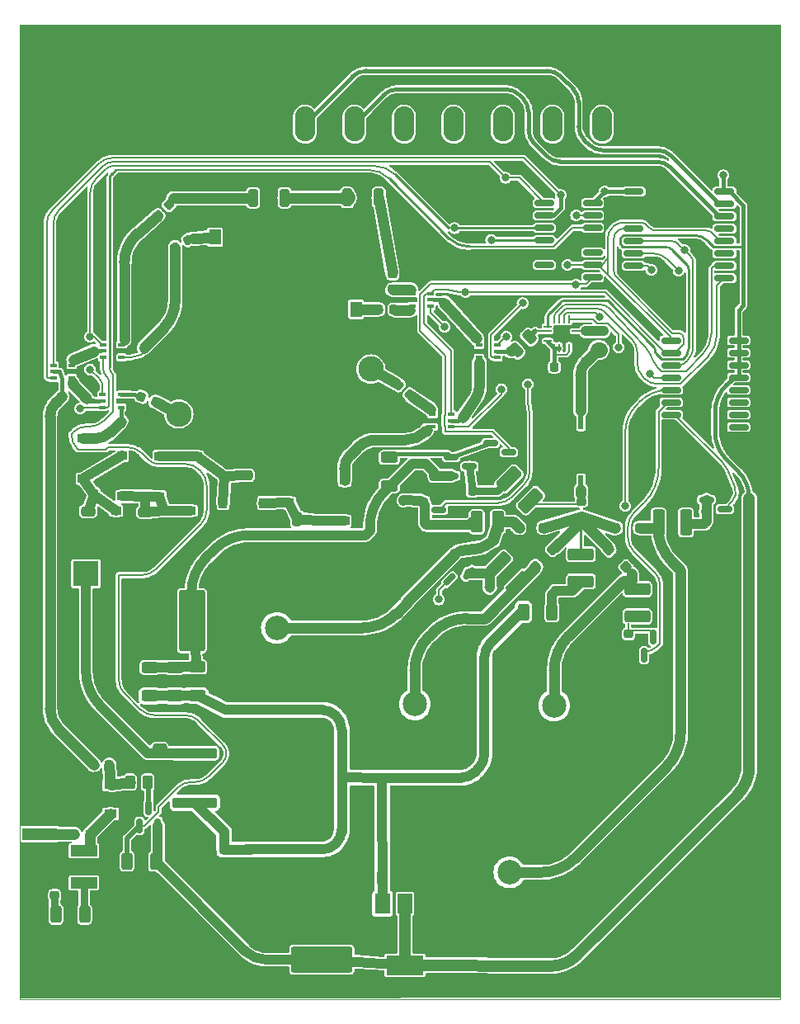
<source format=gtl>
G04 #@! TF.GenerationSoftware,KiCad,Pcbnew,(7.0.0-0)*
G04 #@! TF.CreationDate,2023-05-11T07:45:24+02:00*
G04 #@! TF.ProjectId,Filter-forest-v3,46696c74-6572-42d6-966f-726573742d76,rev?*
G04 #@! TF.SameCoordinates,Original*
G04 #@! TF.FileFunction,Copper,L1,Top*
G04 #@! TF.FilePolarity,Positive*
%FSLAX46Y46*%
G04 Gerber Fmt 4.6, Leading zero omitted, Abs format (unit mm)*
G04 Created by KiCad (PCBNEW (7.0.0-0)) date 2023-05-11 07:45:24*
%MOMM*%
%LPD*%
G01*
G04 APERTURE LIST*
G04 Aperture macros list*
%AMRoundRect*
0 Rectangle with rounded corners*
0 $1 Rounding radius*
0 $2 $3 $4 $5 $6 $7 $8 $9 X,Y pos of 4 corners*
0 Add a 4 corners polygon primitive as box body*
4,1,4,$2,$3,$4,$5,$6,$7,$8,$9,$2,$3,0*
0 Add four circle primitives for the rounded corners*
1,1,$1+$1,$2,$3*
1,1,$1+$1,$4,$5*
1,1,$1+$1,$6,$7*
1,1,$1+$1,$8,$9*
0 Add four rect primitives between the rounded corners*
20,1,$1+$1,$2,$3,$4,$5,0*
20,1,$1+$1,$4,$5,$6,$7,0*
20,1,$1+$1,$6,$7,$8,$9,0*
20,1,$1+$1,$8,$9,$2,$3,0*%
%AMFreePoly0*
4,1,9,3.862500,-0.866500,0.737500,-0.866500,0.737500,-0.450000,-0.737500,-0.450000,-0.737500,0.450000,0.737500,0.450000,0.737500,0.866500,3.862500,0.866500,3.862500,-0.866500,3.862500,-0.866500,$1*%
G04 Aperture macros list end*
G04 #@! TA.AperFunction,SMDPad,CuDef*
%ADD10RoundRect,0.250000X-0.475000X0.250000X-0.475000X-0.250000X0.475000X-0.250000X0.475000X0.250000X0*%
G04 #@! TD*
G04 #@! TA.AperFunction,SMDPad,CuDef*
%ADD11R,0.650000X0.400000*%
G04 #@! TD*
G04 #@! TA.AperFunction,SMDPad,CuDef*
%ADD12RoundRect,0.250000X0.625000X-0.312500X0.625000X0.312500X-0.625000X0.312500X-0.625000X-0.312500X0*%
G04 #@! TD*
G04 #@! TA.AperFunction,SMDPad,CuDef*
%ADD13RoundRect,0.150000X-0.825000X-0.150000X0.825000X-0.150000X0.825000X0.150000X-0.825000X0.150000X0*%
G04 #@! TD*
G04 #@! TA.AperFunction,ComponentPad*
%ADD14R,2.600000X2.600000*%
G04 #@! TD*
G04 #@! TA.AperFunction,ComponentPad*
%ADD15O,2.600000X2.600000*%
G04 #@! TD*
G04 #@! TA.AperFunction,SMDPad,CuDef*
%ADD16RoundRect,0.249600X-0.270400X-0.650400X0.270400X-0.650400X0.270400X0.650400X-0.270400X0.650400X0*%
G04 #@! TD*
G04 #@! TA.AperFunction,SMDPad,CuDef*
%ADD17RoundRect,0.152500X-0.152500X-0.470000X0.152500X-0.470000X0.152500X0.470000X-0.152500X0.470000X0*%
G04 #@! TD*
G04 #@! TA.AperFunction,ComponentPad*
%ADD18C,0.610000*%
G04 #@! TD*
G04 #@! TA.AperFunction,SMDPad,CuDef*
%ADD19RoundRect,0.250000X-0.625000X0.312500X-0.625000X-0.312500X0.625000X-0.312500X0.625000X0.312500X0*%
G04 #@! TD*
G04 #@! TA.AperFunction,SMDPad,CuDef*
%ADD20RoundRect,0.150000X0.587500X0.150000X-0.587500X0.150000X-0.587500X-0.150000X0.587500X-0.150000X0*%
G04 #@! TD*
G04 #@! TA.AperFunction,ComponentPad*
%ADD21C,2.500000*%
G04 #@! TD*
G04 #@! TA.AperFunction,ComponentPad*
%ADD22C,3.500000*%
G04 #@! TD*
G04 #@! TA.AperFunction,SMDPad,CuDef*
%ADD23RoundRect,0.150000X-0.309359X-0.521491X0.521491X0.309359X0.309359X0.521491X-0.521491X-0.309359X0*%
G04 #@! TD*
G04 #@! TA.AperFunction,SMDPad,CuDef*
%ADD24RoundRect,0.225000X0.225000X0.250000X-0.225000X0.250000X-0.225000X-0.250000X0.225000X-0.250000X0*%
G04 #@! TD*
G04 #@! TA.AperFunction,SMDPad,CuDef*
%ADD25R,2.700000X1.150000*%
G04 #@! TD*
G04 #@! TA.AperFunction,SMDPad,CuDef*
%ADD26RoundRect,0.225000X0.250000X-0.225000X0.250000X0.225000X-0.250000X0.225000X-0.250000X-0.225000X0*%
G04 #@! TD*
G04 #@! TA.AperFunction,SMDPad,CuDef*
%ADD27RoundRect,0.218750X-0.381250X0.218750X-0.381250X-0.218750X0.381250X-0.218750X0.381250X0.218750X0*%
G04 #@! TD*
G04 #@! TA.AperFunction,SMDPad,CuDef*
%ADD28RoundRect,0.225000X-0.225000X-0.250000X0.225000X-0.250000X0.225000X0.250000X-0.225000X0.250000X0*%
G04 #@! TD*
G04 #@! TA.AperFunction,SMDPad,CuDef*
%ADD29RoundRect,0.250000X-0.262500X-0.450000X0.262500X-0.450000X0.262500X0.450000X-0.262500X0.450000X0*%
G04 #@! TD*
G04 #@! TA.AperFunction,SMDPad,CuDef*
%ADD30R,1.000000X0.850000*%
G04 #@! TD*
G04 #@! TA.AperFunction,SMDPad,CuDef*
%ADD31RoundRect,0.250000X0.250000X0.475000X-0.250000X0.475000X-0.250000X-0.475000X0.250000X-0.475000X0*%
G04 #@! TD*
G04 #@! TA.AperFunction,SMDPad,CuDef*
%ADD32R,0.850000X1.000000*%
G04 #@! TD*
G04 #@! TA.AperFunction,SMDPad,CuDef*
%ADD33RoundRect,0.250000X0.250000X0.250000X-0.250000X0.250000X-0.250000X-0.250000X0.250000X-0.250000X0*%
G04 #@! TD*
G04 #@! TA.AperFunction,SMDPad,CuDef*
%ADD34RoundRect,0.225000X-0.250000X0.225000X-0.250000X-0.225000X0.250000X-0.225000X0.250000X0.225000X0*%
G04 #@! TD*
G04 #@! TA.AperFunction,SMDPad,CuDef*
%ADD35RoundRect,0.250000X0.312500X0.625000X-0.312500X0.625000X-0.312500X-0.625000X0.312500X-0.625000X0*%
G04 #@! TD*
G04 #@! TA.AperFunction,SMDPad,CuDef*
%ADD36RoundRect,0.250000X0.159099X-0.512652X0.512652X-0.159099X-0.159099X0.512652X-0.512652X0.159099X0*%
G04 #@! TD*
G04 #@! TA.AperFunction,SMDPad,CuDef*
%ADD37RoundRect,0.250000X0.475000X-0.250000X0.475000X0.250000X-0.475000X0.250000X-0.475000X-0.250000X0*%
G04 #@! TD*
G04 #@! TA.AperFunction,SMDPad,CuDef*
%ADD38RoundRect,0.250000X-2.050000X-0.300000X2.050000X-0.300000X2.050000X0.300000X-2.050000X0.300000X0*%
G04 #@! TD*
G04 #@! TA.AperFunction,SMDPad,CuDef*
%ADD39RoundRect,0.250000X-2.025000X-2.375000X2.025000X-2.375000X2.025000X2.375000X-2.025000X2.375000X0*%
G04 #@! TD*
G04 #@! TA.AperFunction,SMDPad,CuDef*
%ADD40RoundRect,0.250002X-4.449998X-5.149998X4.449998X-5.149998X4.449998X5.149998X-4.449998X5.149998X0*%
G04 #@! TD*
G04 #@! TA.AperFunction,SMDPad,CuDef*
%ADD41RoundRect,0.250000X-0.250000X-0.475000X0.250000X-0.475000X0.250000X0.475000X-0.250000X0.475000X0*%
G04 #@! TD*
G04 #@! TA.AperFunction,SMDPad,CuDef*
%ADD42RoundRect,0.225000X-0.296936X-0.157969X0.125926X-0.311878X0.296936X0.157969X-0.125926X0.311878X0*%
G04 #@! TD*
G04 #@! TA.AperFunction,SMDPad,CuDef*
%ADD43RoundRect,0.250000X-0.375000X-0.850000X0.375000X-0.850000X0.375000X0.850000X-0.375000X0.850000X0*%
G04 #@! TD*
G04 #@! TA.AperFunction,ComponentPad*
%ADD44C,5.600000*%
G04 #@! TD*
G04 #@! TA.AperFunction,SMDPad,CuDef*
%ADD45RoundRect,0.250000X2.900000X-1.087500X2.900000X1.087500X-2.900000X1.087500X-2.900000X-1.087500X0*%
G04 #@! TD*
G04 #@! TA.AperFunction,SMDPad,CuDef*
%ADD46RoundRect,0.250000X1.087500X2.900000X-1.087500X2.900000X-1.087500X-2.900000X1.087500X-2.900000X0*%
G04 #@! TD*
G04 #@! TA.AperFunction,SMDPad,CuDef*
%ADD47RoundRect,0.250000X0.000000X-0.353553X0.353553X0.000000X0.000000X0.353553X-0.353553X0.000000X0*%
G04 #@! TD*
G04 #@! TA.AperFunction,SMDPad,CuDef*
%ADD48RoundRect,0.225000X0.017678X-0.335876X0.335876X-0.017678X-0.017678X0.335876X-0.335876X0.017678X0*%
G04 #@! TD*
G04 #@! TA.AperFunction,ComponentPad*
%ADD49C,0.600000*%
G04 #@! TD*
G04 #@! TA.AperFunction,SMDPad,CuDef*
%ADD50R,0.510000X1.020000*%
G04 #@! TD*
G04 #@! TA.AperFunction,SMDPad,CuDef*
%ADD51R,4.200000X4.020000*%
G04 #@! TD*
G04 #@! TA.AperFunction,SMDPad,CuDef*
%ADD52RoundRect,0.218750X0.218750X0.381250X-0.218750X0.381250X-0.218750X-0.381250X0.218750X-0.381250X0*%
G04 #@! TD*
G04 #@! TA.AperFunction,SMDPad,CuDef*
%ADD53RoundRect,0.250000X-1.025305X-0.494975X-0.494975X-1.025305X1.025305X0.494975X0.494975X1.025305X0*%
G04 #@! TD*
G04 #@! TA.AperFunction,SMDPad,CuDef*
%ADD54RoundRect,0.150000X-0.587500X-0.150000X0.587500X-0.150000X0.587500X0.150000X-0.587500X0.150000X0*%
G04 #@! TD*
G04 #@! TA.AperFunction,SMDPad,CuDef*
%ADD55RoundRect,0.218750X0.381250X-0.218750X0.381250X0.218750X-0.381250X0.218750X-0.381250X-0.218750X0*%
G04 #@! TD*
G04 #@! TA.AperFunction,SMDPad,CuDef*
%ADD56R,3.600000X1.270000*%
G04 #@! TD*
G04 #@! TA.AperFunction,SMDPad,CuDef*
%ADD57R,4.200000X1.350000*%
G04 #@! TD*
G04 #@! TA.AperFunction,SMDPad,CuDef*
%ADD58RoundRect,0.250000X-1.069499X-0.486136X-0.486136X-1.069499X1.069499X0.486136X0.486136X1.069499X0*%
G04 #@! TD*
G04 #@! TA.AperFunction,SMDPad,CuDef*
%ADD59RoundRect,0.250000X-1.075000X0.375000X-1.075000X-0.375000X1.075000X-0.375000X1.075000X0.375000X0*%
G04 #@! TD*
G04 #@! TA.AperFunction,SMDPad,CuDef*
%ADD60RoundRect,0.225000X-0.069856X-0.329006X0.319856X-0.104006X0.069856X0.329006X-0.319856X0.104006X0*%
G04 #@! TD*
G04 #@! TA.AperFunction,SMDPad,CuDef*
%ADD61R,1.200000X1.600000*%
G04 #@! TD*
G04 #@! TA.AperFunction,SMDPad,CuDef*
%ADD62RoundRect,0.250000X-0.250000X-0.250000X0.250000X-0.250000X0.250000X0.250000X-0.250000X0.250000X0*%
G04 #@! TD*
G04 #@! TA.AperFunction,SMDPad,CuDef*
%ADD63RoundRect,0.150000X0.150000X-0.587500X0.150000X0.587500X-0.150000X0.587500X-0.150000X-0.587500X0*%
G04 #@! TD*
G04 #@! TA.AperFunction,ComponentPad*
%ADD64RoundRect,0.249999X0.790001X1.550001X-0.790001X1.550001X-0.790001X-1.550001X0.790001X-1.550001X0*%
G04 #@! TD*
G04 #@! TA.AperFunction,ComponentPad*
%ADD65O,2.080000X3.600000*%
G04 #@! TD*
G04 #@! TA.AperFunction,SMDPad,CuDef*
%ADD66RoundRect,0.250000X0.353553X0.000000X0.000000X0.353553X-0.353553X0.000000X0.000000X-0.353553X0*%
G04 #@! TD*
G04 #@! TA.AperFunction,SMDPad,CuDef*
%ADD67RoundRect,0.250000X0.375000X1.075000X-0.375000X1.075000X-0.375000X-1.075000X0.375000X-1.075000X0*%
G04 #@! TD*
G04 #@! TA.AperFunction,SMDPad,CuDef*
%ADD68RoundRect,0.150000X-0.875000X-0.150000X0.875000X-0.150000X0.875000X0.150000X-0.875000X0.150000X0*%
G04 #@! TD*
G04 #@! TA.AperFunction,SMDPad,CuDef*
%ADD69RoundRect,0.150000X-0.837500X-0.150000X0.837500X-0.150000X0.837500X0.150000X-0.837500X0.150000X0*%
G04 #@! TD*
G04 #@! TA.AperFunction,SMDPad,CuDef*
%ADD70RoundRect,0.225000X-0.333057X-0.046884X0.011663X-0.336138X0.333057X0.046884X-0.011663X0.336138X0*%
G04 #@! TD*
G04 #@! TA.AperFunction,SMDPad,CuDef*
%ADD71R,1.300000X0.900000*%
G04 #@! TD*
G04 #@! TA.AperFunction,SMDPad,CuDef*
%ADD72FreePoly0,180.000000*%
G04 #@! TD*
G04 #@! TA.AperFunction,SMDPad,CuDef*
%ADD73RoundRect,0.250000X1.075000X-0.375000X1.075000X0.375000X-1.075000X0.375000X-1.075000X-0.375000X0*%
G04 #@! TD*
G04 #@! TA.AperFunction,SMDPad,CuDef*
%ADD74RoundRect,0.250000X-0.600000X-0.600000X0.600000X-0.600000X0.600000X0.600000X-0.600000X0.600000X0*%
G04 #@! TD*
G04 #@! TA.AperFunction,SMDPad,CuDef*
%ADD75RoundRect,0.062500X-0.062500X-0.337500X0.062500X-0.337500X0.062500X0.337500X-0.062500X0.337500X0*%
G04 #@! TD*
G04 #@! TA.AperFunction,SMDPad,CuDef*
%ADD76RoundRect,0.062500X-0.337500X-0.062500X0.337500X-0.062500X0.337500X0.062500X-0.337500X0.062500X0*%
G04 #@! TD*
G04 #@! TA.AperFunction,SMDPad,CuDef*
%ADD77R,1.500000X2.000000*%
G04 #@! TD*
G04 #@! TA.AperFunction,SMDPad,CuDef*
%ADD78R,3.800000X2.000000*%
G04 #@! TD*
G04 #@! TA.AperFunction,ComponentPad*
%ADD79C,2.610000*%
G04 #@! TD*
G04 #@! TA.AperFunction,ComponentPad*
%ADD80O,1.800000X1.000000*%
G04 #@! TD*
G04 #@! TA.AperFunction,ViaPad*
%ADD81C,0.800000*%
G04 #@! TD*
G04 #@! TA.AperFunction,Conductor*
%ADD82C,0.200000*%
G04 #@! TD*
G04 #@! TA.AperFunction,Conductor*
%ADD83C,0.250000*%
G04 #@! TD*
G04 #@! TA.AperFunction,Conductor*
%ADD84C,1.082000*%
G04 #@! TD*
G04 #@! TA.AperFunction,Conductor*
%ADD85C,1.000000*%
G04 #@! TD*
G04 #@! TA.AperFunction,Conductor*
%ADD86C,0.400000*%
G04 #@! TD*
G04 #@! TA.AperFunction,Conductor*
%ADD87C,0.800000*%
G04 #@! TD*
G04 #@! TA.AperFunction,Conductor*
%ADD88C,1.200000*%
G04 #@! TD*
G04 #@! TA.AperFunction,Conductor*
%ADD89C,1.600000*%
G04 #@! TD*
G04 #@! TA.AperFunction,Conductor*
%ADD90C,0.500000*%
G04 #@! TD*
G04 #@! TA.AperFunction,Conductor*
%ADD91C,1.163000*%
G04 #@! TD*
G04 #@! TA.AperFunction,Conductor*
%ADD92C,0.850000*%
G04 #@! TD*
G04 #@! TA.AperFunction,Profile*
%ADD93C,0.100000*%
G04 #@! TD*
G04 APERTURE END LIST*
D10*
X101000000Y-80000000D03*
X101000000Y-81900000D03*
X95130000Y-79920000D03*
X95130000Y-81820000D03*
D11*
X98565999Y-64117999D03*
X98565999Y-63467999D03*
X98565999Y-62817999D03*
X96665999Y-62817999D03*
X96665999Y-63467999D03*
X96665999Y-64117999D03*
D12*
X126040000Y-77322500D03*
X126040000Y-74397500D03*
D13*
X141975000Y-48280000D03*
X141975000Y-49550000D03*
X141975000Y-50820000D03*
X141975000Y-52090000D03*
X141975000Y-53360000D03*
X141975000Y-54630000D03*
X141975000Y-55900000D03*
X146925000Y-55900000D03*
X146925000Y-54630000D03*
X146925000Y-53360000D03*
X146925000Y-52090000D03*
X146925000Y-50820000D03*
X146925000Y-49550000D03*
X146925000Y-48280000D03*
D14*
X94899999Y-86319999D03*
D15*
X94899999Y-101559999D03*
D16*
X112066000Y-47752000D03*
D17*
X113691000Y-48679500D03*
D18*
X113691000Y-48857000D03*
D16*
X115316000Y-47752000D03*
D18*
X113691000Y-46647000D03*
D17*
X113691000Y-46824500D03*
D19*
X106300000Y-95887500D03*
X106300000Y-98812500D03*
D20*
X160477500Y-79680000D03*
X160477500Y-77780000D03*
X158602500Y-78730000D03*
D21*
X128660000Y-99710000D03*
D22*
X124260000Y-95410000D03*
X124360000Y-103910000D03*
X132960000Y-95410000D03*
X132960000Y-104010000D03*
D23*
X132225336Y-86921161D03*
X133568839Y-88264664D03*
X134222913Y-86267087D03*
D24*
X130652500Y-76290000D03*
X129102500Y-76290000D03*
D19*
X103990000Y-95927500D03*
X103990000Y-98852500D03*
D25*
X94699999Y-114744999D03*
X94699999Y-118044999D03*
D26*
X91700000Y-119330000D03*
X91700000Y-117780000D03*
D27*
X102900000Y-79867500D03*
X102900000Y-81992500D03*
D28*
X141435000Y-65100000D03*
X142985000Y-65100000D03*
D29*
X99417500Y-107696000D03*
X101242500Y-107696000D03*
D30*
X94579999Y-76574999D03*
X94579999Y-72424999D03*
D31*
X116560000Y-80700000D03*
X114660000Y-80700000D03*
D30*
X102459999Y-74254999D03*
X102459999Y-78404999D03*
D11*
X128389999Y-57569999D03*
X128389999Y-58219999D03*
X128389999Y-58869999D03*
X130289999Y-58869999D03*
X130289999Y-58219999D03*
X130289999Y-57569999D03*
D26*
X109100000Y-116205000D03*
X109100000Y-114655000D03*
D10*
X147640000Y-61440000D03*
X147640000Y-63340000D03*
D32*
X113124999Y-79059999D03*
X108974999Y-79059999D03*
D28*
X93735000Y-113035000D03*
X95285000Y-113035000D03*
D33*
X151780000Y-81620000D03*
X149280000Y-81620000D03*
D21*
X114510000Y-91880000D03*
D22*
X110110000Y-87580000D03*
X110210000Y-96080000D03*
X118810000Y-87580000D03*
X118810000Y-96180000D03*
D19*
X101500000Y-95927500D03*
X101500000Y-98852500D03*
D34*
X145750000Y-78895000D03*
X145750000Y-80445000D03*
D20*
X138297500Y-73860000D03*
X138297500Y-71960000D03*
X136422500Y-72910000D03*
D35*
X94762500Y-121265000D03*
X91837500Y-121265000D03*
D28*
X124955000Y-59182000D03*
X126505000Y-59182000D03*
D36*
X139078249Y-63381751D03*
X140421751Y-62038249D03*
D37*
X111290000Y-76220000D03*
X111290000Y-74320000D03*
D38*
X106085000Y-104725000D03*
D39*
X112810000Y-104490000D03*
X112810000Y-110040000D03*
D40*
X115235000Y-107265000D03*
D39*
X117660000Y-104490000D03*
X117660000Y-110040000D03*
D38*
X106085000Y-109805000D03*
D30*
X121459999Y-76744999D03*
X121459999Y-80894999D03*
D41*
X125320000Y-117520000D03*
X127220000Y-117520000D03*
D20*
X131147500Y-79760000D03*
X131147500Y-77860000D03*
X129272500Y-78810000D03*
D42*
X100601738Y-68164934D03*
X102058262Y-68695066D03*
D43*
X135032500Y-81000000D03*
X137182500Y-81000000D03*
D16*
X121716000Y-47702000D03*
D17*
X123341000Y-48629500D03*
D18*
X123341000Y-48807000D03*
D16*
X124966000Y-47702000D03*
D18*
X123341000Y-46597000D03*
D17*
X123341000Y-46774500D03*
D44*
X162104404Y-34030000D03*
D26*
X150610000Y-94047500D03*
X150610000Y-92497500D03*
D11*
X93445999Y-66227999D03*
X93445999Y-65577999D03*
X93445999Y-64927999D03*
X91545999Y-64927999D03*
X91545999Y-65577999D03*
X91545999Y-66227999D03*
D30*
X106279999Y-74264999D03*
X106279999Y-78414999D03*
D21*
X138380000Y-116960000D03*
D22*
X133980000Y-112660000D03*
X134080000Y-121160000D03*
X142680000Y-112660000D03*
X142680000Y-121260000D03*
D35*
X142732500Y-90240000D03*
X139807500Y-90240000D03*
D44*
X91864000Y-34030000D03*
D11*
X135259999Y-62849999D03*
X135259999Y-63499999D03*
X135259999Y-64149999D03*
X137159999Y-64149999D03*
X137159999Y-63499999D03*
X137159999Y-62849999D03*
D45*
X119110000Y-125917500D03*
X119110000Y-120042500D03*
D46*
X105782500Y-91140000D03*
X99907500Y-91140000D03*
D47*
X141046117Y-85588883D03*
X142813883Y-83821117D03*
D48*
X135251992Y-88838008D03*
X136348008Y-87741992D03*
D49*
X147987500Y-67510800D03*
X143725000Y-67510800D03*
X147412500Y-68294000D03*
X143925000Y-68294000D03*
X147987500Y-69077200D03*
X143725000Y-69077200D03*
X142950000Y-69860400D03*
X147412500Y-69870000D03*
X143925000Y-69870000D03*
X148375000Y-70252000D03*
X141787500Y-70252000D03*
X148375000Y-71035200D03*
X141787500Y-71035200D03*
X149150000Y-71426800D03*
X148375000Y-71818400D03*
X141787500Y-71818400D03*
X143327500Y-72200000D03*
X149150000Y-72210000D03*
X146437500Y-72210000D03*
X145662500Y-72210000D03*
X144887500Y-72210000D03*
X144112500Y-72210000D03*
X148375000Y-72601600D03*
X141787500Y-72601600D03*
X146825000Y-72860000D03*
X146050000Y-72860000D03*
X145275000Y-72860000D03*
X144500000Y-72860000D03*
X143725000Y-72885000D03*
X149150000Y-72993200D03*
X148375000Y-73384800D03*
X141787500Y-73384800D03*
X146437500Y-73510000D03*
X145662500Y-73510000D03*
X144887500Y-73510000D03*
X144112500Y-73510000D03*
X143337500Y-73510000D03*
X149150000Y-73776400D03*
X146825000Y-74160000D03*
X146050000Y-74160000D03*
X145275000Y-74160000D03*
X144500000Y-74160000D03*
X143725000Y-74160000D03*
X148375000Y-74168000D03*
X141787500Y-74168000D03*
X149150000Y-74559600D03*
X146437500Y-74810000D03*
X145662500Y-74810000D03*
X144887500Y-74810000D03*
X144112500Y-74810000D03*
X143337500Y-74810000D03*
X148375000Y-74951200D03*
X141787500Y-74951200D03*
X149150000Y-75342800D03*
X146825000Y-75460000D03*
X146050000Y-75460000D03*
X145275000Y-75460000D03*
X144500000Y-75460000D03*
X143725000Y-75460000D03*
X148375000Y-75734400D03*
X141787500Y-75734400D03*
X149150000Y-76126000D03*
X148375000Y-76517600D03*
X141787500Y-76517600D03*
X149150000Y-76909200D03*
X148375000Y-77300800D03*
X141787500Y-77300800D03*
X144312500Y-77692400D03*
X142950000Y-77692400D03*
X143725000Y-78475600D03*
D50*
X146992499Y-71104999D03*
X144452499Y-71104999D03*
X143182499Y-71104999D03*
D51*
X145087499Y-73859999D03*
D50*
X146992499Y-76614999D03*
X144452499Y-76614999D03*
X143182499Y-76614999D03*
X145727499Y-70979999D03*
X145727499Y-76759999D03*
D52*
X95762500Y-78210000D03*
X93637500Y-78210000D03*
D53*
X137300051Y-85290051D03*
X139279949Y-87269949D03*
D24*
X159855000Y-81220000D03*
X158305000Y-81220000D03*
D11*
X130489999Y-69949999D03*
X130489999Y-70599999D03*
X130489999Y-71249999D03*
X132389999Y-71249999D03*
X132389999Y-70599999D03*
X132389999Y-69949999D03*
D54*
X132410000Y-74370000D03*
X132410000Y-76270000D03*
X134285000Y-75320000D03*
D28*
X128355000Y-81320000D03*
X129905000Y-81320000D03*
D55*
X109140000Y-76332500D03*
X109140000Y-74207500D03*
D34*
X126420000Y-55560000D03*
X126420000Y-57110000D03*
D21*
X142970000Y-99840000D03*
D22*
X138570000Y-95540000D03*
X138670000Y-104040000D03*
X147270000Y-95540000D03*
X147270000Y-104140000D03*
D11*
X98505999Y-69237999D03*
X98505999Y-68587999D03*
X98505999Y-67937999D03*
X96605999Y-67937999D03*
X96605999Y-68587999D03*
X96605999Y-69237999D03*
D30*
X98599999Y-78374999D03*
X98599999Y-74224999D03*
D56*
X90159999Y-113029999D03*
D57*
X90359999Y-110204999D03*
X90359999Y-115854999D03*
D58*
X138345146Y-76595146D03*
X140554854Y-78804854D03*
D59*
X145710000Y-84317500D03*
X145710000Y-87117500D03*
D60*
X104067660Y-52845000D03*
X105410000Y-52070000D03*
D61*
X108141999Y-51781999D03*
X108141999Y-51781999D03*
X108141999Y-59181999D03*
X108141999Y-59181999D03*
X122641999Y-59181999D03*
X122641999Y-51781999D03*
X111341999Y-51781999D03*
X111341999Y-59181999D03*
X113791999Y-51781999D03*
X113791999Y-59181999D03*
X116991999Y-51781999D03*
X116991999Y-59181999D03*
X119441999Y-51781999D03*
X119441999Y-59181999D03*
D62*
X139390000Y-81605000D03*
X141890000Y-81605000D03*
D37*
X111400000Y-116530000D03*
X111400000Y-114630000D03*
D10*
X102470000Y-102380000D03*
X102470000Y-104280000D03*
D63*
X152190000Y-94682500D03*
X154090000Y-94682500D03*
X153140000Y-92807500D03*
D64*
X152950000Y-40190000D03*
D65*
X147869999Y-40189999D03*
X142789999Y-40189999D03*
X137709999Y-40189999D03*
X132629999Y-40189999D03*
X127549999Y-40189999D03*
X122469999Y-40189999D03*
X117389999Y-40189999D03*
D44*
X91864000Y-125978000D03*
D66*
X150343883Y-85623883D03*
X148576117Y-83856117D03*
D24*
X97295000Y-105918000D03*
X95745000Y-105918000D03*
D67*
X156500000Y-81050000D03*
X153700000Y-81050000D03*
D68*
X151140000Y-47100000D03*
X151140000Y-48370000D03*
X151140000Y-49640000D03*
X151140000Y-50910000D03*
X151140000Y-52180000D03*
X151140000Y-53450000D03*
X151140000Y-54720000D03*
X151140000Y-55990000D03*
X160440000Y-55990000D03*
X160440000Y-54720000D03*
X160440000Y-53450000D03*
X160440000Y-52180000D03*
X160440000Y-50910000D03*
X160440000Y-49640000D03*
X160440000Y-48370000D03*
X160440000Y-47100000D03*
D69*
X154980000Y-62380000D03*
X154980000Y-63650000D03*
X154980000Y-64920000D03*
X154980000Y-66190000D03*
X154980000Y-67460000D03*
X154980000Y-68730000D03*
X154980000Y-70000000D03*
X154980000Y-71270000D03*
X161905000Y-71270000D03*
X161905000Y-70000000D03*
X161905000Y-68730000D03*
X161905000Y-67460000D03*
X161905000Y-66190000D03*
X161905000Y-64920000D03*
X161905000Y-63650000D03*
X161905000Y-62380000D03*
D55*
X118620000Y-80912500D03*
X118620000Y-78787500D03*
D30*
X105659999Y-79854999D03*
X105659999Y-84004999D03*
D35*
X102046500Y-115824000D03*
X99121500Y-115824000D03*
D70*
X126986316Y-66951840D03*
X128173684Y-67948160D03*
D71*
X97453999Y-110973999D03*
D72*
X97366500Y-109474000D03*
D71*
X97453999Y-107973999D03*
D73*
X151520000Y-90702500D03*
X151520000Y-87902500D03*
D30*
X97999999Y-79869999D03*
X97999999Y-84019999D03*
X115749999Y-79014999D03*
X115749999Y-74864999D03*
D63*
X100396000Y-112189500D03*
X102296000Y-112189500D03*
X101346000Y-110314500D03*
D49*
X144300000Y-62240000D03*
X144300000Y-61690000D03*
X144300000Y-61140000D03*
X143750000Y-62240000D03*
D74*
X143750000Y-61690000D03*
D49*
X143750000Y-61690000D03*
X143750000Y-61140000D03*
X143200000Y-62240000D03*
X143200000Y-61690000D03*
X143200000Y-61140000D03*
D75*
X143000000Y-60240000D03*
X143500000Y-60240000D03*
X144000000Y-60240000D03*
X144500000Y-60240000D03*
D76*
X145200000Y-60940000D03*
X145200000Y-61440000D03*
X145200000Y-61940000D03*
X145200000Y-62440000D03*
D75*
X144500000Y-63140000D03*
X144000000Y-63140000D03*
X143500000Y-63140000D03*
X143000000Y-63140000D03*
D76*
X142300000Y-62440000D03*
X142300000Y-61940000D03*
X142300000Y-61440000D03*
X142300000Y-60940000D03*
D28*
X141585000Y-88090000D03*
X143135000Y-88090000D03*
D48*
X102321992Y-49570008D03*
X103418008Y-48473992D03*
D28*
X133022500Y-77820000D03*
X134572500Y-77820000D03*
D77*
X129949999Y-120189999D03*
X127649999Y-120189999D03*
D78*
X127649999Y-126489999D03*
D77*
X125349999Y-120189999D03*
D44*
X162104404Y-125978000D03*
D79*
X124146480Y-69926160D03*
X104440000Y-69920000D03*
X104440000Y-65320000D03*
X124146480Y-65326160D03*
D80*
X121929999Y-63929999D03*
X121829999Y-71329999D03*
D79*
X116630000Y-65330000D03*
D80*
X114429999Y-63929999D03*
X114329999Y-71329999D03*
X106929999Y-63929999D03*
X106829999Y-71329999D03*
D81*
X93600000Y-79660000D03*
X106690000Y-82800000D03*
X127020000Y-81320000D03*
X134060000Y-89480000D03*
X142490000Y-86430000D03*
X139410000Y-44670000D03*
X96350000Y-50830000D03*
X96900000Y-82790000D03*
X115780000Y-73530000D03*
X157640000Y-74160000D03*
X113320000Y-80740000D03*
X162630000Y-73690000D03*
X108180000Y-108250000D03*
X99650000Y-69160000D03*
X158190000Y-57780000D03*
X109770000Y-110940000D03*
X133250000Y-62160000D03*
X109140000Y-72990000D03*
X101990000Y-83110000D03*
X127630000Y-69870000D03*
X109670000Y-106600000D03*
X113920000Y-113210000D03*
X111500000Y-73060000D03*
X108730000Y-101940000D03*
X93910000Y-62610000D03*
X128020000Y-77380000D03*
X139380000Y-49600000D03*
X119340000Y-112820000D03*
X118570000Y-77230000D03*
X151870000Y-60020000D03*
X114720000Y-101530000D03*
X154530000Y-57790000D03*
X119360000Y-102230000D03*
X104970000Y-102800000D03*
X139600000Y-54530000D03*
X95466000Y-66798000D03*
X93670000Y-74500000D03*
X99419373Y-65219873D03*
X106320000Y-77250000D03*
X160350000Y-45440000D03*
X148160000Y-47090000D03*
X140280000Y-66880000D03*
X152820000Y-65815731D03*
X131130000Y-88960000D03*
X150270000Y-79360000D03*
X144360000Y-54630000D03*
X132750000Y-50860000D03*
X133870000Y-57430000D03*
X95333500Y-61998000D03*
X95333500Y-65358000D03*
X138040000Y-62010000D03*
X137995000Y-45695000D03*
X156340000Y-53110000D03*
X139730000Y-58560000D03*
X143660000Y-47470000D03*
X94320000Y-69370000D03*
X137550000Y-67390000D03*
X131720000Y-60990000D03*
X136510000Y-52060000D03*
X145220000Y-56660500D03*
X145230000Y-49570000D03*
X149600000Y-63070000D03*
X155740000Y-55240000D03*
X152942612Y-55145439D03*
X147651198Y-59939696D03*
D82*
X126012699Y-45748659D02*
G75*
G03*
X123891359Y-44870000I-2121299J-2121341D01*
G01*
D83*
X132145320Y-51881320D02*
X126012679Y-45748679D01*
X132145300Y-51881340D02*
G75*
G03*
X134266641Y-52760000I2121300J2121340D01*
G01*
D82*
X123891359Y-44870000D02*
X97990000Y-44870000D01*
X142916396Y-52760000D02*
X134266641Y-52760000D01*
X124507359Y-44470000D02*
X97763391Y-44470000D01*
X126628699Y-45348659D02*
G75*
G03*
X124507359Y-44470000I-2121299J-2121341D01*
G01*
D83*
X132140000Y-50860000D02*
X126628679Y-45348679D01*
X153375190Y-63619442D02*
G75*
G03*
X153082335Y-62912335I-999990J42D01*
G01*
D82*
X152921896Y-63956271D02*
G75*
G03*
X152329188Y-63041753I-2771996J-1147229D01*
G01*
D83*
X97633910Y-45237376D02*
G75*
G03*
X97341000Y-45944466I707090J-707124D01*
G01*
D82*
X97341010Y-65138786D02*
G75*
G03*
X97633893Y-65845893I999990J-14D01*
G01*
X96605990Y-67044714D02*
G75*
G03*
X96313107Y-66337607I-999990J14D01*
G01*
X97285990Y-66732214D02*
G75*
G03*
X96993107Y-66025107I-999990J14D01*
G01*
X96666010Y-65283786D02*
G75*
G03*
X96958893Y-65990893I999990J-14D01*
G01*
X107299980Y-77248427D02*
G75*
G03*
X106714212Y-75834214I-1999980J27D01*
G01*
X106714228Y-81225800D02*
G75*
G03*
X107300000Y-79811573I-1414228J1414200D01*
G01*
X100648756Y-86462780D02*
G75*
G03*
X102062969Y-85877029I44J1999980D01*
G01*
X101289848Y-74609826D02*
G75*
G03*
X102376380Y-75059898I1086552J1086526D01*
G01*
X106525699Y-75645669D02*
G75*
G03*
X105111471Y-75059898I-1414199J-1414231D01*
G01*
X93429987Y-72072919D02*
G75*
G03*
X94015786Y-73487132I2000013J19D01*
G01*
X100609414Y-73929458D02*
G75*
G03*
X99195223Y-73343650I-1414214J-1414142D01*
G01*
X95333573Y-71209980D02*
G75*
G03*
X96747786Y-70624212I27J1999980D01*
G01*
X94997081Y-71209987D02*
G75*
G03*
X93582868Y-71795786I19J-2000013D01*
G01*
D84*
X97454000Y-107974000D02*
X99417500Y-107696000D01*
X97454000Y-107974000D02*
X97295000Y-105918000D01*
X97454000Y-110974000D02*
X95285000Y-113035000D01*
D82*
X98270020Y-97187573D02*
G75*
G03*
X98855787Y-98601785I1999980J-27D01*
G01*
X100506199Y-100252227D02*
G75*
G03*
X101920427Y-100838000I1414201J1414227D01*
G01*
X106503801Y-101423773D02*
G75*
G03*
X105089573Y-100838000I-1414201J-1414227D01*
G01*
X105730427Y-107696020D02*
G75*
G03*
X104316215Y-108281787I-27J-1999980D01*
G01*
X108940854Y-105689145D02*
G75*
G03*
X108940855Y-103860856I-914154J914145D01*
G01*
X106105574Y-107695981D02*
G75*
G03*
X107519788Y-107110213I26J1999981D01*
G01*
D85*
X111261300Y-125038840D02*
G75*
G03*
X113382641Y-125917500I2121300J2121340D01*
G01*
D82*
X154535801Y-54035773D02*
G75*
G03*
X153121573Y-53450000I-1414201J-1414227D01*
G01*
D83*
X158725801Y-52165773D02*
G75*
G03*
X157311573Y-51580000I-1414201J-1414227D01*
G01*
D86*
X145479980Y-37958427D02*
G75*
G03*
X144894213Y-36544215I-1999980J27D01*
G01*
X145480020Y-40401573D02*
G75*
G03*
X146065788Y-41815786I1999980J-27D01*
G01*
X143655801Y-35305773D02*
G75*
G03*
X142241573Y-34720000I-1414201J-1414227D01*
G01*
X123688427Y-34720020D02*
G75*
G03*
X122274215Y-35305787I-27J-1999980D01*
G01*
X154992992Y-43455765D02*
G75*
G03*
X153578756Y-42870000I-1414192J-1414235D01*
G01*
X146534200Y-42284228D02*
G75*
G03*
X147948427Y-42870000I1414200J1414228D01*
G01*
X126878427Y-36610020D02*
G75*
G03*
X125464214Y-37195788I-27J-1999980D01*
G01*
X139407991Y-37195764D02*
G75*
G03*
X137993756Y-36610000I-1414191J-1414236D01*
G01*
X142194199Y-43454227D02*
G75*
G03*
X143608427Y-44040000I1414201J1414227D01*
G01*
X140339968Y-38956244D02*
G75*
G03*
X139754212Y-37542031I-1999968J44D01*
G01*
X140340020Y-40771573D02*
G75*
G03*
X140925787Y-42185785I1999980J-27D01*
G01*
X154892991Y-44625764D02*
G75*
G03*
X153478756Y-44040000I-1414191J-1414236D01*
G01*
X117390000Y-40190000D02*
X122274214Y-35305786D01*
X123688427Y-34720000D02*
X142241573Y-34720000D01*
X143655787Y-35305787D02*
X144894214Y-36544214D01*
X145480000Y-37958427D02*
X145480000Y-40401573D01*
X146065787Y-41815787D02*
X146534214Y-42284214D01*
X147948427Y-42870000D02*
X153578756Y-42870000D01*
X154992970Y-43455787D02*
X159907183Y-48370000D01*
X159907183Y-49640000D02*
X154892969Y-44625786D01*
X142194213Y-43454213D02*
X140925786Y-42185786D01*
X153478756Y-44040000D02*
X143608427Y-44040000D01*
X139754213Y-37542030D02*
X139407969Y-37195786D01*
X140340000Y-40771573D02*
X140340000Y-38956244D01*
X137993756Y-36610000D02*
X126878427Y-36610000D01*
X125464213Y-37195787D02*
X122470000Y-40190000D01*
D82*
X161218732Y-78938804D02*
G75*
G03*
X161515168Y-77416398I-981132J981104D01*
G01*
X160331776Y-74997880D02*
X160331776Y-74991776D01*
X160759106Y-75631868D02*
G75*
G03*
X160331775Y-74997881I-1841506J-780232D01*
G01*
X160477500Y-79680000D02*
X161218714Y-78938786D01*
X161515168Y-77416398D02*
X160759098Y-75631871D01*
X160331776Y-74991776D02*
X155340000Y-70000000D01*
X155340000Y-70000000D02*
X155333896Y-70000000D01*
D84*
X151780000Y-81620000D02*
X153000000Y-81650000D01*
D82*
X140460000Y-69918427D02*
X140280000Y-68648658D01*
X140280000Y-66880000D02*
X140280000Y-68648658D01*
X137181573Y-79059980D02*
G75*
G03*
X138595785Y-78474213I27J1999980D01*
G01*
X139874227Y-77195801D02*
G75*
G03*
X140460000Y-75781573I-1414227J1414201D01*
G01*
X139874213Y-77195787D02*
X138595786Y-78474214D01*
X137181573Y-79060000D02*
X131847500Y-79060000D01*
X131847500Y-79060000D02*
X131147500Y-79760000D01*
X140460000Y-69918427D02*
X140460000Y-75781573D01*
D84*
X146265773Y-64544199D02*
G75*
G03*
X145680000Y-65958427I1414227J-1414201D01*
G01*
X93626000Y-64398000D02*
X95720000Y-63490000D01*
D82*
X137160000Y-64150000D02*
X136635000Y-64150000D01*
X136635000Y-64150000D02*
X136470000Y-63985000D01*
X136470000Y-63985000D02*
X136470000Y-61820000D01*
X136470000Y-61820000D02*
X139730000Y-58560000D01*
D84*
X95009000Y-68339000D02*
X93500000Y-66830000D01*
X93500000Y-66830000D02*
X93500000Y-66660000D01*
X128286250Y-57180000D02*
X126353750Y-57180000D01*
X139078249Y-63381751D02*
X138450000Y-63460000D01*
D86*
X137160000Y-63500000D02*
X137910000Y-63500000D01*
D82*
X144500000Y-60940000D02*
X144300000Y-61140000D01*
X145200000Y-61940000D02*
X144550000Y-61940000D01*
D86*
X99171246Y-65468000D02*
X99419373Y-65219873D01*
X98306000Y-65468000D02*
X99171246Y-65468000D01*
D83*
X97826000Y-63668000D02*
X97826000Y-64988000D01*
D86*
X99246000Y-65393246D02*
X99419373Y-65219873D01*
D83*
X98026000Y-63468000D02*
X97826000Y-63668000D01*
D82*
X145200000Y-60940000D02*
X144500000Y-60940000D01*
X144500000Y-62440000D02*
X144300000Y-62240000D01*
D83*
X129102500Y-76297500D02*
X128020000Y-77380000D01*
D86*
X93376000Y-65578000D02*
X94076000Y-65578000D01*
D82*
X156610000Y-36710000D02*
X161340000Y-36710000D01*
D86*
X98506000Y-68588000D02*
X99250000Y-68588000D01*
D82*
X145200000Y-60920000D02*
X145180000Y-60900000D01*
D86*
X98566000Y-63468000D02*
X99406000Y-63468000D01*
D83*
X129102500Y-76290000D02*
X130672500Y-77860000D01*
X134790000Y-63500000D02*
X133340000Y-62050000D01*
D82*
X144550000Y-61940000D02*
X144300000Y-61690000D01*
D86*
X99246000Y-65468000D02*
X99246000Y-65393246D01*
D83*
X98026000Y-63468000D02*
X98566000Y-63523000D01*
D82*
X152970000Y-40350000D02*
X156610000Y-36710000D01*
D83*
X97826000Y-64988000D02*
X98306000Y-65468000D01*
X135260000Y-63500000D02*
X134790000Y-63500000D01*
D82*
X145200000Y-62440000D02*
X144500000Y-62440000D01*
X145200000Y-61940000D02*
X145200000Y-62440000D01*
D85*
X95130000Y-79920000D02*
X95762500Y-78210000D01*
X95762500Y-78210000D02*
X98000000Y-79870000D01*
X94580000Y-76575000D02*
X98600000Y-74225000D01*
X94580000Y-76575000D02*
X95762500Y-78210000D01*
X105660000Y-79855000D02*
X102900000Y-79867500D01*
X101000000Y-80000000D02*
X100960000Y-78393342D01*
X98600000Y-78375000D02*
X100960000Y-78393342D01*
X102900000Y-79867500D02*
X102460000Y-78405000D01*
X101000000Y-80000000D02*
X102900000Y-79867500D01*
X102460000Y-78405000D02*
X100960000Y-78393342D01*
X106280000Y-74265000D02*
X109140000Y-76332500D01*
X109140000Y-76332500D02*
X111290000Y-76220000D01*
X106270000Y-74255000D02*
X106280000Y-74265000D01*
X109140000Y-76332500D02*
X108975000Y-79060000D01*
X102460000Y-74255000D02*
X106270000Y-74255000D01*
X113125000Y-79060000D02*
X115750000Y-79015000D01*
X115750000Y-79015000D02*
X116560000Y-80700000D01*
X116560000Y-80700000D02*
X118620000Y-80912500D01*
X118620000Y-80912500D02*
X121460000Y-80895000D01*
D84*
X124448240Y-65483080D02*
X126691760Y-66756920D01*
D87*
X91700000Y-119330000D02*
X91700000Y-121127500D01*
D82*
X103418008Y-48473992D02*
X104140000Y-47752000D01*
D84*
X103877000Y-47800000D02*
X111803000Y-47800000D01*
D85*
X132410000Y-76270000D02*
X130672500Y-76270000D01*
X124060000Y-81860000D02*
X123560000Y-82360000D01*
X130652500Y-76290000D02*
X130652500Y-75915431D01*
X105730000Y-88261068D02*
X105730000Y-90710000D01*
X106300000Y-95887500D02*
X105782500Y-91140000D01*
X101500000Y-95927500D02*
X106300000Y-95887500D01*
X123560000Y-82360000D02*
X111631068Y-82360000D01*
X124060000Y-81431068D02*
X124060000Y-81860000D01*
X128405000Y-75015000D02*
X125524466Y-77895534D01*
X130652500Y-75915431D02*
X129752069Y-75015000D01*
X129752069Y-75015000D02*
X128405000Y-75015000D01*
X130672500Y-76270000D02*
X130652500Y-76290000D01*
X108095534Y-83824466D02*
X107194466Y-84725534D01*
X125524482Y-77895550D02*
G75*
G03*
X124060000Y-81431068I3535518J-3535550D01*
G01*
X107194482Y-84725550D02*
G75*
G03*
X105730000Y-88261068I3535518J-3535550D01*
G01*
X111631068Y-82359978D02*
G75*
G03*
X108095535Y-83824467I32J-5000022D01*
G01*
D87*
X134572500Y-77820000D02*
X134285000Y-75320000D01*
X134572500Y-77820000D02*
X137120292Y-77820000D01*
X137120292Y-77820000D02*
X138345146Y-76595146D01*
D86*
X146925000Y-48280000D02*
X148105000Y-47100000D01*
X161409683Y-66190000D02*
X160661573Y-66938110D01*
X162400000Y-48527183D02*
X160972817Y-47100000D01*
D83*
X150020000Y-52780000D02*
X149815000Y-52575000D01*
X149815000Y-52551751D02*
X149790000Y-52526751D01*
D86*
X161905000Y-66190000D02*
X161905000Y-62380000D01*
X148170000Y-47100000D02*
X151140000Y-47100000D01*
D85*
X111261320Y-125038820D02*
X102046500Y-115824000D01*
D83*
X158725787Y-52165787D02*
X159340000Y-52780000D01*
X143967394Y-58305000D02*
X148475000Y-58305000D01*
D85*
X119110000Y-125917500D02*
X127650000Y-126490000D01*
D83*
X152211751Y-52805000D02*
X150068249Y-52805000D01*
X156814501Y-63105958D02*
X156814501Y-55228715D01*
D86*
X162400000Y-58760000D02*
X162400000Y-52780000D01*
X162400000Y-52780000D02*
X162400000Y-48527183D01*
D83*
X149815000Y-52575000D02*
X149815000Y-52551751D01*
D85*
X102296000Y-115574500D02*
X102296000Y-112189500D01*
D83*
X152236751Y-52780000D02*
X152211751Y-52805000D01*
D85*
X119110000Y-125917500D02*
X113382641Y-125917500D01*
D86*
X161905000Y-59255000D02*
X162400000Y-58760000D01*
D83*
X152211751Y-51555000D02*
X152236751Y-51580000D01*
X156521608Y-54521608D02*
X155072893Y-53072893D01*
X142592893Y-59502747D02*
X143665656Y-58429984D01*
X150068249Y-52805000D02*
X150043249Y-52780000D01*
D82*
X148105000Y-47100000D02*
X148150000Y-47100000D01*
D88*
X127650000Y-126490000D02*
X127650000Y-120190000D01*
D83*
X159343249Y-52780000D02*
X159368249Y-52805000D01*
X153375228Y-63619442D02*
X153375228Y-63704479D01*
X152236751Y-51580000D02*
X157311573Y-51580000D01*
D86*
X161905000Y-62380000D02*
X161905000Y-59255000D01*
D83*
X161536751Y-52780000D02*
X162400000Y-52780000D01*
D88*
X161828427Y-108951573D02*
X145361573Y-125418427D01*
D86*
X159490000Y-69766537D02*
X159490000Y-71783146D01*
D83*
X148475000Y-58305000D02*
X153082335Y-62912335D01*
D88*
X163000000Y-78606854D02*
X163000000Y-106123146D01*
D83*
X156417755Y-64011419D02*
X156652005Y-63652390D01*
D82*
X148150000Y-47100000D02*
X148160000Y-47090000D01*
D86*
X160661573Y-74611573D02*
X161828427Y-75778427D01*
D83*
X156154174Y-64275000D02*
X156417755Y-64011419D01*
X153375228Y-63704479D02*
X153945749Y-64275000D01*
X149790000Y-52526751D02*
X149790000Y-51833249D01*
X159368249Y-52805000D02*
X161511751Y-52805000D01*
X149790000Y-51833249D02*
X150068249Y-51555000D01*
X153945749Y-64275000D02*
X156154174Y-64275000D01*
D86*
X160350000Y-45440000D02*
X160350000Y-47010000D01*
D83*
X154365786Y-52780000D02*
X152236751Y-52780000D01*
X142300000Y-60940000D02*
X142300000Y-60209854D01*
D88*
X142600000Y-126589472D02*
X127650000Y-126490000D01*
D83*
X150068249Y-51555000D02*
X152211751Y-51555000D01*
D82*
X148160000Y-47090000D02*
X148170000Y-47100000D01*
D83*
X161511751Y-52805000D02*
X161536751Y-52780000D01*
X159340000Y-52780000D02*
X159343249Y-52780000D01*
X150043249Y-52780000D02*
X150020000Y-52780000D01*
D88*
X142533146Y-126590032D02*
G75*
G03*
X145361573Y-125418427I-46J4000032D01*
G01*
D83*
X156814490Y-55228715D02*
G75*
G03*
X156521608Y-54521608I-999990J15D01*
G01*
D86*
X160661554Y-66938091D02*
G75*
G03*
X159490000Y-69766537I2828446J-2828409D01*
G01*
D83*
X155072900Y-53072886D02*
G75*
G03*
X154365786Y-52780000I-707100J-707114D01*
G01*
X156652024Y-63652402D02*
G75*
G03*
X156814501Y-63105958I-837524J546402D01*
G01*
D86*
X159489968Y-71783146D02*
G75*
G03*
X160661573Y-74611573I4000032J46D01*
G01*
D83*
X142592916Y-59502770D02*
G75*
G03*
X142300000Y-60209854I707084J-707130D01*
G01*
D86*
X163000032Y-78606854D02*
G75*
G03*
X161828427Y-75778427I-4000032J-46D01*
G01*
D88*
X161828404Y-108951550D02*
G75*
G03*
X163000000Y-106123146I-2828404J2828450D01*
G01*
D83*
X143967394Y-58304990D02*
G75*
G03*
X143665656Y-58429984I6J-426710D01*
G01*
D85*
X125350000Y-120190000D02*
X125290000Y-107252464D01*
X111420000Y-114610000D02*
X111400000Y-114630000D01*
X109100000Y-114655000D02*
X109100000Y-112820000D01*
X121206321Y-112811323D02*
X121213679Y-107248677D01*
X111400000Y-114630000D02*
X109125000Y-114630000D01*
X106300000Y-98812500D02*
X101500000Y-98852500D01*
X109230000Y-100300000D02*
X119150000Y-100300000D01*
X135224213Y-106265787D02*
X134815786Y-106674214D01*
X119142644Y-114610000D02*
X111420000Y-114610000D01*
X133401573Y-107260000D02*
X125290000Y-107252464D01*
X125290000Y-107252464D02*
X121213679Y-107248677D01*
X109100000Y-112820000D02*
X106085000Y-109805000D01*
X135810000Y-94895927D02*
X135810000Y-104851573D01*
X121213679Y-102498677D02*
X121213679Y-107248677D01*
X139797500Y-90080000D02*
X136395786Y-93481714D01*
X109230000Y-100300000D02*
X106300000Y-98812500D01*
X109125000Y-114630000D02*
X109100000Y-114655000D01*
X119142644Y-114610043D02*
G75*
G03*
X121142641Y-112612646I-44J2000043D01*
G01*
X121150000Y-102300000D02*
G75*
G03*
X119150000Y-100300000I-2000000J0D01*
G01*
X133401573Y-107259980D02*
G75*
G03*
X134815785Y-106674213I27J1999980D01*
G01*
X136395772Y-93481700D02*
G75*
G03*
X135810000Y-94895927I1414228J-1414200D01*
G01*
X135224227Y-106265801D02*
G75*
G03*
X135810000Y-104851573I-1414227J1414201D01*
G01*
X106085000Y-104725000D02*
X101239266Y-104725000D01*
X101239266Y-104725000D02*
X96364466Y-99850200D01*
X94900000Y-96314666D02*
X94900000Y-86320000D01*
X94900024Y-96314666D02*
G75*
G03*
X96364466Y-99850200I4999976J-34D01*
G01*
D89*
X121666000Y-47752000D02*
X121716000Y-47702000D01*
D84*
X115316000Y-47752000D02*
X121666000Y-47752000D01*
D87*
X94700000Y-121202500D02*
X94700000Y-118045000D01*
D90*
X101346000Y-110314500D02*
X101346000Y-107799500D01*
D83*
X97341000Y-65138786D02*
X97341000Y-45944466D01*
D82*
X93430000Y-72072919D02*
X93430000Y-71948654D01*
D90*
X99121500Y-113464000D02*
X100396000Y-112189500D01*
D82*
X94997081Y-71210000D02*
X95333573Y-71210000D01*
X107519788Y-107110213D02*
X108940855Y-105689146D01*
X105089573Y-100838000D02*
X101920427Y-100838000D01*
X99195223Y-73343650D02*
X97165500Y-73343650D01*
D90*
X99121500Y-115824000D02*
X99121500Y-113464000D01*
D82*
X102362000Y-110236000D02*
X104316214Y-108281786D01*
X102062970Y-85877030D02*
X106714214Y-81225786D01*
X105730427Y-107696000D02*
X106105574Y-107696000D01*
X106714213Y-75834213D02*
X106525684Y-75645684D01*
X97165500Y-73343650D02*
X96934150Y-73575000D01*
X96934150Y-73575000D02*
X94103654Y-73575000D01*
X100396000Y-112189500D02*
X100916500Y-112189500D01*
X98270000Y-86462817D02*
X100648756Y-86462817D01*
X108940855Y-103860856D02*
X106503787Y-101423787D01*
X105111471Y-75059898D02*
X102376380Y-75059898D01*
X97700500Y-69671500D02*
X97700500Y-65912500D01*
X96747787Y-70624213D02*
X97700500Y-69671500D01*
X102362000Y-110744000D02*
X102362000Y-110236000D01*
X100916500Y-112189500D02*
X102362000Y-110744000D01*
X98270000Y-97187573D02*
X98270000Y-86462817D01*
X94103654Y-73575000D02*
X94015786Y-73487132D01*
X146925000Y-50820000D02*
X144856396Y-50820000D01*
X97700500Y-65912500D02*
X97633893Y-65845893D01*
D83*
X97602584Y-45277416D02*
X97960000Y-44920000D01*
D82*
X100506213Y-100252213D02*
X98855786Y-98601786D01*
X144856396Y-50820000D02*
X142916396Y-52760000D01*
X101289837Y-74609837D02*
X100609436Y-73929436D01*
X93430000Y-71948654D02*
X93582868Y-71795786D01*
X107300000Y-79811573D02*
X107300000Y-77248427D01*
X153194269Y-66190000D02*
X152820000Y-65815731D01*
X154980000Y-66190000D02*
X153194269Y-66190000D01*
D86*
X132055000Y-74015000D02*
X132410000Y-74370000D01*
X126040000Y-74397500D02*
X126422500Y-74015000D01*
X132410000Y-74370000D02*
X136422500Y-72910000D01*
X126422500Y-74015000D02*
X132055000Y-74015000D01*
D82*
X150270000Y-79360000D02*
X150270000Y-71836854D01*
X131130000Y-88016497D02*
X132225336Y-86921161D01*
X151441573Y-69008427D02*
X151818427Y-68631573D01*
X131130000Y-88960000D02*
X131130000Y-88016497D01*
X151441596Y-69008450D02*
G75*
G03*
X150270000Y-71836854I2828404J-2828450D01*
G01*
X154646854Y-67459968D02*
G75*
G03*
X151818427Y-68631573I46J-4000032D01*
G01*
X153850000Y-93471396D02*
X153557182Y-93764214D01*
X152228034Y-79021966D02*
X151125786Y-80124214D01*
X153692500Y-69663604D02*
X153692500Y-75486432D01*
X154626104Y-68730000D02*
X153692500Y-69663604D01*
X153850000Y-87555734D02*
X153850000Y-93471396D01*
X151125787Y-84003094D02*
X153264214Y-86141521D01*
X150540000Y-81538427D02*
X150540000Y-82588880D01*
X150540015Y-82588880D02*
G75*
G03*
X151125788Y-84003093I1999985J-20D01*
G01*
X152228018Y-79021950D02*
G75*
G03*
X153692500Y-75486432I-3535518J3535550D01*
G01*
X151125772Y-80124200D02*
G75*
G03*
X150540000Y-81538427I1414228J-1414200D01*
G01*
X152142969Y-94349977D02*
G75*
G03*
X153557181Y-93764213I31J1999977D01*
G01*
X153849975Y-87555734D02*
G75*
G03*
X153264213Y-86141522I-1999975J34D01*
G01*
X148520000Y-53960000D02*
X148520000Y-55650040D01*
X147499960Y-54630000D02*
X148664980Y-55795020D01*
X146925000Y-54630000D02*
X144360000Y-54630000D01*
X154980000Y-62110040D02*
X154980000Y-62343604D01*
X146925000Y-54630000D02*
X147850000Y-54630000D01*
X152033804Y-50310000D02*
X149895610Y-50310000D01*
X160048604Y-52180000D02*
X159261497Y-51392893D01*
X149188503Y-50602893D02*
X148812893Y-50978503D01*
X147850000Y-54630000D02*
X148520000Y-53960000D01*
X148520000Y-51685610D02*
X148520000Y-53960000D01*
X158554390Y-51100000D02*
X153405610Y-51100000D01*
X148520000Y-55650040D02*
X148664980Y-55795020D01*
X152698503Y-50807107D02*
X152319902Y-50428506D01*
X148664980Y-55795020D02*
X154980000Y-62110040D01*
X152319899Y-50428509D02*
G75*
G03*
X152033804Y-50310000I-286099J-286091D01*
G01*
X148812888Y-50978498D02*
G75*
G03*
X148520000Y-51685610I707112J-707102D01*
G01*
X152698498Y-50807112D02*
G75*
G03*
X153405610Y-51100000I707102J707112D01*
G01*
X149895610Y-50310007D02*
G75*
G03*
X149188503Y-50602893I-10J-999993D01*
G01*
X159261502Y-51392888D02*
G75*
G03*
X158554390Y-51100000I-707102J-707112D01*
G01*
X129610000Y-60680000D02*
X129610000Y-57850000D01*
D83*
X141935000Y-50860000D02*
X132750000Y-50860000D01*
D82*
X129890000Y-57570000D02*
X130290000Y-57570000D01*
X96313107Y-66337607D02*
X95333500Y-65358000D01*
X95333500Y-47254927D02*
X95333500Y-61998000D01*
X149090000Y-55190863D02*
X149090000Y-51934214D01*
X130660000Y-57200000D02*
X131974896Y-57200000D01*
X149382893Y-51227107D02*
X149407107Y-51202893D01*
X150114214Y-50910000D02*
X150748604Y-50910000D01*
X132750000Y-50860000D02*
X132140000Y-50860000D01*
X155747455Y-61620000D02*
X155104923Y-61620000D01*
X132390000Y-69950000D02*
X132390000Y-63460000D01*
X96541000Y-62818000D02*
X95721000Y-61998000D01*
X96955262Y-44804738D02*
X95919286Y-45840714D01*
X155104923Y-61620000D02*
X149382893Y-55897970D01*
X148230499Y-57450499D02*
X133273605Y-57450499D01*
X129610000Y-57850000D02*
X129890000Y-57570000D01*
X131974896Y-57200000D02*
X133273605Y-57450499D01*
X132390000Y-63460000D02*
X129610000Y-60680000D01*
X156267500Y-62716396D02*
X156267500Y-62140045D01*
X130290000Y-57570000D02*
X130660000Y-57200000D01*
X95721000Y-61998000D02*
X95333500Y-61998000D01*
X154430000Y-63650000D02*
X148230499Y-57450499D01*
X155333896Y-63650000D02*
X156267500Y-62716396D01*
X96606000Y-67938000D02*
X96606000Y-67044714D01*
X95919272Y-45840700D02*
G75*
G03*
X95333500Y-47254927I1414228J-1414200D01*
G01*
X149382886Y-51227100D02*
G75*
G03*
X149090000Y-51934214I707114J-707100D01*
G01*
X149090026Y-55190863D02*
G75*
G03*
X149382893Y-55897970I999974J-37D01*
G01*
X97763391Y-44470004D02*
G75*
G03*
X96955262Y-44804738I9J-1142896D01*
G01*
X150114214Y-50910010D02*
G75*
G03*
X149407107Y-51202893I-14J-999990D01*
G01*
X156267500Y-62140045D02*
G75*
G03*
X155747455Y-61620000I-520000J45D01*
G01*
X139390000Y-45695000D02*
X137995000Y-45695000D01*
X157239501Y-63263860D02*
X157239501Y-54423715D01*
X141975000Y-48280000D02*
X139390000Y-45695000D01*
X97642263Y-44070499D02*
X136370499Y-44070499D01*
X156598609Y-64493898D02*
X157058428Y-63837758D01*
X151531396Y-52180000D02*
X154995786Y-52180000D01*
X138000000Y-62010000D02*
X138040000Y-62010000D01*
X92131787Y-49018213D02*
X96681568Y-44468432D01*
X137160000Y-62850000D02*
X138000000Y-62010000D01*
X136370499Y-44070499D02*
X137995000Y-45695000D01*
X155702893Y-52472893D02*
X156340000Y-53110000D01*
X156946608Y-53716608D02*
X156340000Y-53110000D01*
X91546000Y-64928000D02*
X91546000Y-50432427D01*
X157058447Y-63837771D02*
G75*
G03*
X157239501Y-63263860I-818947J573871D01*
G01*
X92131773Y-49018199D02*
G75*
G03*
X91546000Y-50432427I1414227J-1414201D01*
G01*
X97642263Y-44070466D02*
G75*
G03*
X96681569Y-44468433I37J-1358634D01*
G01*
X157239490Y-54423715D02*
G75*
G03*
X156946608Y-53716608I-999990J15D01*
G01*
X155702900Y-52472886D02*
G75*
G03*
X154995786Y-52180000I-707100J-707114D01*
G01*
X155779683Y-64919985D02*
G75*
G03*
X156598609Y-64493898I17J999985D01*
G01*
D86*
X142985000Y-65100000D02*
X142985000Y-63820000D01*
X142985000Y-63155000D02*
X143000000Y-63140000D01*
D82*
X143005000Y-63840000D02*
X142985000Y-63820000D01*
D86*
X143000000Y-63140000D02*
X143475000Y-63140000D01*
D82*
X144500000Y-63552652D02*
X144212652Y-63840000D01*
D86*
X142325000Y-62465000D02*
X142300000Y-62465000D01*
D82*
X144500000Y-63140000D02*
X144500000Y-63552652D01*
X144212652Y-63840000D02*
X143005000Y-63840000D01*
D86*
X143000000Y-63140000D02*
X142325000Y-62465000D01*
X142985000Y-63820000D02*
X142985000Y-63155000D01*
D82*
X142300000Y-61440000D02*
X141040000Y-61440000D01*
D90*
X141040000Y-61440000D02*
X140461751Y-62018249D01*
D82*
X145200000Y-61440000D02*
X145754074Y-61440000D01*
D85*
X148085926Y-61440000D02*
X146200000Y-61440000D01*
D84*
X107841000Y-51821000D02*
X105879000Y-51939000D01*
X92101180Y-102274180D02*
X95745000Y-105918000D01*
D86*
X91546000Y-65578000D02*
X92202000Y-65578000D01*
X92202000Y-65578000D02*
X92456000Y-66294000D01*
D84*
X92456000Y-68128000D02*
X91808286Y-68775714D01*
X91222500Y-70189927D02*
X91222500Y-100152859D01*
D86*
X92456000Y-66294000D02*
X92456000Y-68128000D01*
D84*
X91222529Y-100152859D02*
G75*
G03*
X92101180Y-102274180I2999971J-41D01*
G01*
X91808272Y-68775700D02*
G75*
G03*
X91222500Y-70189927I1414228J-1414200D01*
G01*
X137595000Y-81000000D02*
X138785000Y-81000000D01*
X138785000Y-81000000D02*
X139390000Y-81605000D01*
X135724958Y-83533482D02*
X136500000Y-83080000D01*
X127900000Y-89153461D02*
X132806012Y-84247449D01*
X123238932Y-91880000D02*
X114510000Y-91880000D01*
X133361989Y-83966042D02*
X135371075Y-83658884D01*
X127900000Y-89290000D02*
X126774466Y-90415534D01*
X127900000Y-89290000D02*
X127900000Y-89153461D01*
D91*
X136678750Y-82940000D02*
X137361250Y-80860000D01*
D84*
X135371073Y-83658868D02*
G75*
G03*
X135724958Y-83533482I-151073J988468D01*
G01*
X123238932Y-91880022D02*
G75*
G03*
X126774465Y-90415533I-32J5000022D01*
G01*
X133361993Y-83966065D02*
G75*
G03*
X132806013Y-84247450I151107J-988535D01*
G01*
X155076966Y-85076966D02*
X155950000Y-85950000D01*
X155950000Y-85950000D02*
X155950000Y-102608932D01*
X154485534Y-106144466D02*
X145134466Y-115495534D01*
X141598932Y-116960000D02*
X138380000Y-116960000D01*
X153612500Y-81050000D02*
X153612500Y-81541432D01*
X154485518Y-106144450D02*
G75*
G03*
X155950000Y-102608932I-3535518J3535550D01*
G01*
X153612478Y-81541432D02*
G75*
G03*
X155076967Y-85076965I5000022J32D01*
G01*
X141598932Y-116960022D02*
G75*
G03*
X145134465Y-115495533I-32J5000022D01*
G01*
X141046117Y-85588883D02*
X141046117Y-85693883D01*
X141046117Y-85693883D02*
X135830000Y-90910000D01*
X135830000Y-90910000D02*
X134031068Y-90910000D01*
X128660000Y-96281068D02*
X128660000Y-99710000D01*
X130495534Y-92374466D02*
X130124466Y-92745534D01*
X134031068Y-90909978D02*
G75*
G03*
X130495535Y-92374467I32J-5000022D01*
G01*
X130124482Y-92745550D02*
G75*
G03*
X128660000Y-96281068I3535518J-3535550D01*
G01*
X142970000Y-96261068D02*
X142970000Y-99840000D01*
X150120000Y-87040000D02*
X144434466Y-92725534D01*
X150926354Y-87040000D02*
X150120000Y-87040000D01*
X150926354Y-87040000D02*
X150926354Y-86331354D01*
X144434482Y-92725550D02*
G75*
G03*
X142970000Y-96261068I3535518J-3535550D01*
G01*
X145680000Y-69630000D02*
X145680000Y-65958427D01*
X146265787Y-64544213D02*
X147470000Y-63340000D01*
D90*
X145727500Y-69677500D02*
X145680000Y-69630000D01*
D89*
X147470000Y-63340000D02*
X147640000Y-63340000D01*
D90*
X145727500Y-70980000D02*
X145727500Y-69677500D01*
D84*
X90160000Y-113030000D02*
X93730000Y-113030000D01*
X95290000Y-114155000D02*
X95290000Y-113030000D01*
X145750000Y-80445000D02*
X141890000Y-81605000D01*
D92*
X145717500Y-80477500D02*
X145782500Y-80477500D01*
D84*
X145750000Y-80445000D02*
X149270000Y-81655000D01*
X145693191Y-80793191D02*
X148486808Y-83586808D01*
X143000000Y-83660000D02*
X145903617Y-80756383D01*
D83*
X145710000Y-84230000D02*
X145710000Y-80485000D01*
D92*
X145710000Y-80485000D02*
X145750000Y-80445000D01*
D82*
X145419400Y-79225600D02*
X140975600Y-79225600D01*
D84*
X145720000Y-77680000D02*
X145730000Y-78133750D01*
X104440000Y-69920000D02*
X102058262Y-68695066D01*
X121460000Y-76745000D02*
X121460000Y-75548427D01*
X124260211Y-72605536D02*
X127641823Y-72605536D01*
X129763144Y-71726856D02*
X129900000Y-71590000D01*
X122045787Y-74134213D02*
X122760995Y-73419005D01*
X124260211Y-72605537D02*
G75*
G03*
X122760995Y-73419005I622089J-2934763D01*
G01*
X127641823Y-72605541D02*
G75*
G03*
X129763143Y-71726855I-23J3000041D01*
G01*
X122045773Y-74134199D02*
G75*
G03*
X121460000Y-75548427I1414227J-1414201D01*
G01*
D86*
X98506000Y-69238000D02*
X98506000Y-70676000D01*
D84*
X95956573Y-72425000D02*
X94580000Y-72425000D01*
X98520000Y-70690000D02*
X97370786Y-71839214D01*
D86*
X98506000Y-70676000D02*
X98520000Y-70690000D01*
D84*
X95956573Y-72424980D02*
G75*
G03*
X97370785Y-71839213I27J1999980D01*
G01*
X128306842Y-68094080D02*
X130293158Y-69445920D01*
X122642000Y-59182000D02*
X124875000Y-59182000D01*
X124966000Y-47702000D02*
X126350000Y-55430000D01*
X126623500Y-59270000D02*
X128196500Y-59270000D01*
D86*
X98506000Y-67938000D02*
X99230000Y-67938000D01*
X99230000Y-67938000D02*
X99860000Y-67945875D01*
X99860000Y-67945875D02*
X100601738Y-68164934D01*
D82*
X98566000Y-64118000D02*
X99533817Y-64118000D01*
X100530000Y-63870000D02*
X100900000Y-63510000D01*
D84*
X104067660Y-52845000D02*
X104067660Y-58265486D01*
X102896087Y-61093913D02*
X100890000Y-63100000D01*
D82*
X99533817Y-64118000D02*
X100530000Y-63870000D01*
D84*
X100890000Y-63100000D02*
X100890000Y-63140000D01*
X102896086Y-61093912D02*
G75*
G03*
X104067660Y-58265486I-2828386J2828412D01*
G01*
X98840000Y-62312214D02*
X98840000Y-54647785D01*
X100231598Y-51387671D02*
X102265424Y-49626576D01*
X100231612Y-51387688D02*
G75*
G03*
X98850000Y-54411571I2618388J-3023912D01*
G01*
D90*
X95721237Y-68588000D02*
X94926000Y-68588000D01*
D86*
X95730764Y-68587989D02*
X96224812Y-68586812D01*
D90*
X95721237Y-68587999D02*
G75*
G03*
X95730764Y-68587988I-437J4537099D01*
G01*
D86*
X96440171Y-63468000D02*
X96237821Y-63468006D01*
X143660000Y-48770000D02*
X143660000Y-47470000D01*
D82*
X143660000Y-47470000D02*
X139829501Y-43639501D01*
D86*
X142880000Y-49550000D02*
X143660000Y-48770000D01*
D82*
X96254712Y-44225288D02*
X91456786Y-49023214D01*
D86*
X141975000Y-49550000D02*
X142880000Y-49550000D01*
D82*
X90871000Y-66158000D02*
X90951000Y-66238000D01*
X90871000Y-50437427D02*
X90871000Y-66158000D01*
X139829501Y-43639501D02*
X97668926Y-43639501D01*
X90951000Y-66238000D02*
X91476000Y-66238000D01*
X91456772Y-49023200D02*
G75*
G03*
X90871000Y-50437427I1414228J-1414200D01*
G01*
X97668926Y-43639520D02*
G75*
G03*
X96254713Y-44225289I-26J-1999980D01*
G01*
X97131000Y-69238000D02*
X97286000Y-69083000D01*
X96606000Y-69238000D02*
X97131000Y-69238000D01*
X94412002Y-69238000D02*
X94330001Y-69320001D01*
X134190000Y-71250000D02*
X137550000Y-67890000D01*
X96666000Y-65283786D02*
X96666000Y-64118000D01*
X137550000Y-67890000D02*
X137550000Y-67390000D01*
X97286000Y-69083000D02*
X97286000Y-66732214D01*
X131720000Y-60990000D02*
X130290000Y-59560000D01*
D83*
X136510000Y-52060000D02*
X141945000Y-52060000D01*
D82*
X132390000Y-71250000D02*
X134190000Y-71250000D01*
X130290000Y-59560000D02*
X130290000Y-58870000D01*
X96586999Y-69290000D02*
X94393001Y-69290000D01*
X96993107Y-66025107D02*
X96958893Y-65990893D01*
D84*
X135270000Y-64585000D02*
X135286061Y-67146749D01*
X134933976Y-68292649D02*
X133546500Y-70310000D01*
D86*
X132390000Y-70600000D02*
X133050000Y-70600000D01*
D84*
X134933981Y-68292653D02*
G75*
G03*
X135286061Y-67146749I-1647881J1133353D01*
G01*
D82*
X131765000Y-70050000D02*
X131715000Y-70050000D01*
X146925000Y-55900000D02*
X146245000Y-56580000D01*
X130315020Y-56580000D02*
X129200000Y-57695020D01*
X129200000Y-57695020D02*
X129200000Y-61380000D01*
X145250000Y-49550000D02*
X145230000Y-49570000D01*
X131765000Y-63945000D02*
X131765000Y-70050000D01*
X136636396Y-71750000D02*
X138297500Y-73411104D01*
X131715000Y-71150000D02*
X131765000Y-71150000D01*
X146925000Y-49550000D02*
X145250000Y-49550000D01*
X146245000Y-56580000D02*
X130315020Y-56580000D01*
X129200000Y-61380000D02*
X131765000Y-63945000D01*
X138297500Y-73411104D02*
X138297500Y-73860000D01*
X131765000Y-71150000D02*
X131765000Y-71750000D01*
X131715000Y-70050000D02*
X131715000Y-71150000D01*
X131765000Y-71750000D02*
X136636396Y-71750000D01*
D84*
X135045000Y-62190000D02*
X131675000Y-58490000D01*
D86*
X130590000Y-58220000D02*
X131370000Y-58220000D01*
D85*
X134290000Y-81330000D02*
X129915000Y-81330000D01*
X129272500Y-78810000D02*
X127550000Y-78750000D01*
X129710000Y-81125000D02*
X129710000Y-79247500D01*
X129915000Y-81330000D02*
X129905000Y-81320000D01*
X134620000Y-81000000D02*
X134290000Y-81330000D01*
X129905000Y-81320000D02*
X129710000Y-81125000D01*
X127550000Y-78750000D02*
X127510000Y-78810000D01*
X129710000Y-79247500D02*
X129272500Y-78810000D01*
X127510000Y-78810000D02*
X127500000Y-78800000D01*
X137238179Y-85228179D02*
X136199272Y-86267086D01*
X136199272Y-86267086D02*
X135896586Y-86267086D01*
X136348008Y-87741992D02*
X136348008Y-86118350D01*
X136348008Y-86118350D02*
X137238179Y-85228179D01*
X135896585Y-86267087D02*
X135896586Y-86267086D01*
X134222913Y-86267087D02*
X135896585Y-86267087D01*
D82*
X150560000Y-92165000D02*
X150560000Y-91367500D01*
X150560000Y-92165000D02*
X152780000Y-92165000D01*
X152780000Y-92165000D02*
X153090000Y-92475000D01*
D85*
X158602500Y-78730000D02*
X158602500Y-79827500D01*
X158520000Y-79910000D02*
X158602500Y-79992500D01*
X158602500Y-79992500D02*
X158602500Y-80922500D01*
X158305000Y-81220000D02*
X156757500Y-81220000D01*
X158602500Y-80922500D02*
X158305000Y-81220000D01*
X158602500Y-79827500D02*
X158520000Y-79910000D01*
X142722500Y-90080000D02*
X142722500Y-88502500D01*
X142722500Y-88502500D02*
X143135000Y-88090000D01*
X143135000Y-88090000D02*
X144825000Y-88090000D01*
X144825000Y-88090000D02*
X145710000Y-87205000D01*
D82*
X147361455Y-60639196D02*
X148458924Y-60639196D01*
X151140000Y-53450000D02*
X153121573Y-53450000D01*
X146962259Y-60240000D02*
X147361455Y-60639196D01*
X154535787Y-54035787D02*
X155740000Y-55240000D01*
X144500000Y-60240000D02*
X146962259Y-60240000D01*
X148458924Y-60639196D02*
X149600000Y-61780272D01*
X149600000Y-61780272D02*
X149600000Y-63070000D01*
X151140000Y-54720000D02*
X152517173Y-54720000D01*
X147251502Y-59540000D02*
X147651198Y-59939696D01*
X144000000Y-60240000D02*
X144000000Y-59827348D01*
X144287348Y-59540000D02*
X147251502Y-59540000D01*
X152517173Y-54720000D02*
X152942612Y-55145439D01*
X144000000Y-59827348D02*
X144287348Y-59540000D01*
X155933896Y-66860000D02*
X158781321Y-64012575D01*
X153638427Y-66860000D02*
X155933896Y-66860000D01*
X143500000Y-60240000D02*
X143500000Y-59761662D01*
X159660000Y-56770000D02*
X160440000Y-55990000D01*
X151520000Y-63647681D02*
X151520000Y-64741573D01*
X144132161Y-59129501D02*
X147416033Y-59129501D01*
X159660000Y-61891255D02*
X159660000Y-56770000D01*
X143500000Y-59761662D02*
X144132161Y-59129501D01*
X148123140Y-59422394D02*
X150934214Y-62233468D01*
X152105787Y-66155787D02*
X152224214Y-66274214D01*
X152224200Y-66274228D02*
G75*
G03*
X153638427Y-66860000I1414200J1414228D01*
G01*
X148123123Y-59422411D02*
G75*
G03*
X147416033Y-59129501I-707123J-707089D01*
G01*
X151520020Y-64741573D02*
G75*
G03*
X152105788Y-66155786I1999980J-27D01*
G01*
X151520013Y-63647681D02*
G75*
G03*
X150934214Y-62233468I-2000013J-19D01*
G01*
X158781343Y-64012597D02*
G75*
G03*
X159660000Y-61891255I-2121343J2121297D01*
G01*
X153956104Y-65520000D02*
X156489960Y-65520000D01*
X159115000Y-55005000D02*
X159400000Y-54720000D01*
X144095145Y-58729501D02*
X147818963Y-58729501D01*
X159115000Y-61652319D02*
X159115000Y-55005000D01*
X148545387Y-59042254D02*
X152329188Y-63041753D01*
X153577311Y-65141207D02*
X153956104Y-65520000D01*
X152921897Y-63956271D02*
X153143537Y-64491809D01*
X159400000Y-54720000D02*
X160440000Y-54720000D01*
X143117752Y-59578224D02*
X143875492Y-58820484D01*
X156489960Y-65520000D02*
X158236321Y-63773639D01*
X143000000Y-60240000D02*
X143000000Y-59862502D01*
X153143535Y-64491810D02*
G75*
G03*
X153577312Y-65141206I1847965J764810D01*
G01*
X144095145Y-58729522D02*
G75*
G03*
X143875492Y-58820484I-45J-310578D01*
G01*
X158236311Y-63773629D02*
G75*
G03*
X159115000Y-61652319I-2121311J2121329D01*
G01*
X148545406Y-59042236D02*
G75*
G03*
X147818963Y-58729501I-726406J-687264D01*
G01*
X143117757Y-59578229D02*
G75*
G03*
X143000000Y-59862502I284243J-284271D01*
G01*
G04 #@! TA.AperFunction,Conductor*
G36*
X105448236Y-99627334D02*
G01*
X105543436Y-99664877D01*
X105631898Y-99675500D01*
X106207857Y-99675500D01*
X106252672Y-99686224D01*
X108831020Y-100995198D01*
X108838864Y-100999641D01*
X108880478Y-101025789D01*
X108956819Y-101052502D01*
X108958573Y-101053136D01*
X109034314Y-101081436D01*
X109039825Y-101082174D01*
X109041738Y-101082653D01*
X109042090Y-101082758D01*
X109043200Y-101083024D01*
X109043572Y-101083091D01*
X109045489Y-101083528D01*
X109050745Y-101085368D01*
X109056273Y-101085990D01*
X109056274Y-101085991D01*
X109063967Y-101086857D01*
X109131098Y-101094420D01*
X109132995Y-101094655D01*
X109213107Y-101105388D01*
X109262037Y-101100911D01*
X109271056Y-101100500D01*
X119065864Y-101100500D01*
X119146107Y-101100500D01*
X119153874Y-101100805D01*
X119181912Y-101103011D01*
X119329881Y-101114657D01*
X119345210Y-101117084D01*
X119513095Y-101157390D01*
X119527865Y-101162190D01*
X119687369Y-101228258D01*
X119701201Y-101235306D01*
X119848408Y-101325515D01*
X119860967Y-101334639D01*
X119992254Y-101446768D01*
X120003231Y-101457745D01*
X120112790Y-101586023D01*
X120115356Y-101589027D01*
X120124487Y-101601595D01*
X120214689Y-101748791D01*
X120221742Y-101762633D01*
X120287809Y-101922134D01*
X120292610Y-101936908D01*
X120332913Y-102104781D01*
X120335343Y-102120124D01*
X120349195Y-102296125D01*
X120349500Y-102303893D01*
X120349500Y-102384136D01*
X120350577Y-102389205D01*
X120350578Y-102389210D01*
X120364291Y-102453723D01*
X120384486Y-102548731D01*
X120386594Y-102553467D01*
X120386595Y-102553468D01*
X120404620Y-102593953D01*
X120413179Y-102634220D01*
X120413179Y-107197744D01*
X120412546Y-107208920D01*
X120408741Y-107242403D01*
X120408740Y-107242410D01*
X120408114Y-107247929D01*
X120408731Y-107253451D01*
X120408731Y-107253456D01*
X120412499Y-107287187D01*
X120413111Y-107298308D01*
X120406526Y-112276863D01*
X120397915Y-112317116D01*
X120379572Y-112358170D01*
X120379570Y-112358176D01*
X120377458Y-112362903D01*
X120376373Y-112367970D01*
X120376373Y-112367973D01*
X120344236Y-112518189D01*
X120342254Y-112527451D01*
X120342247Y-112532639D01*
X120342247Y-112532641D01*
X120342148Y-112607689D01*
X120341833Y-112615450D01*
X120327771Y-112791296D01*
X120325325Y-112806623D01*
X120284867Y-112974312D01*
X120280055Y-112989069D01*
X120213883Y-113148379D01*
X120206823Y-113162202D01*
X120116570Y-113309200D01*
X120107437Y-113321750D01*
X119995314Y-113452839D01*
X119984331Y-113463808D01*
X119853096Y-113575761D01*
X119840534Y-113584878D01*
X119693411Y-113674944D01*
X119679579Y-113681985D01*
X119520191Y-113747947D01*
X119505428Y-113752740D01*
X119337684Y-113792980D01*
X119322353Y-113795406D01*
X119147051Y-113809195D01*
X119139288Y-113809500D01*
X111510194Y-113809500D01*
X111329806Y-113809500D01*
X111324395Y-113810734D01*
X111324393Y-113810735D01*
X111305833Y-113814971D01*
X111291111Y-113818330D01*
X111280177Y-113820188D01*
X111246273Y-113824008D01*
X111246264Y-113824010D01*
X111240745Y-113824632D01*
X111235494Y-113826469D01*
X111233091Y-113827018D01*
X111211061Y-113829500D01*
X109999500Y-113829500D01*
X109950000Y-113816237D01*
X109913763Y-113780000D01*
X109900500Y-113730500D01*
X109900500Y-112735369D01*
X109900500Y-112729806D01*
X109891666Y-112691103D01*
X109889811Y-112680185D01*
X109885368Y-112640745D01*
X109872263Y-112603295D01*
X109869190Y-112592627D01*
X109860360Y-112553939D01*
X109843134Y-112518171D01*
X109838892Y-112507927D01*
X109832117Y-112488565D01*
X109825789Y-112470478D01*
X109804678Y-112436880D01*
X109799314Y-112427177D01*
X109782092Y-112391413D01*
X109757342Y-112360378D01*
X109750931Y-112351342D01*
X109729816Y-112317738D01*
X109602262Y-112190184D01*
X109602261Y-112190183D01*
X108221845Y-110809767D01*
X108196132Y-110765046D01*
X108196407Y-110713461D01*
X108222596Y-110669017D01*
X108265382Y-110645018D01*
X108266564Y-110644877D01*
X108407342Y-110589361D01*
X108527922Y-110497922D01*
X108619361Y-110377342D01*
X108674877Y-110236564D01*
X108685500Y-110148102D01*
X108685500Y-109461898D01*
X108674877Y-109373436D01*
X108619361Y-109232658D01*
X108527922Y-109112078D01*
X108407342Y-109020639D01*
X108266564Y-108965123D01*
X108260263Y-108964366D01*
X108260262Y-108964366D01*
X108181030Y-108954851D01*
X108181019Y-108954850D01*
X108178102Y-108954500D01*
X108175150Y-108954500D01*
X104307479Y-108954500D01*
X104252478Y-108937816D01*
X104216015Y-108893386D01*
X104210381Y-108836186D01*
X104237475Y-108785497D01*
X104526406Y-108496565D01*
X104531104Y-108492164D01*
X104690981Y-108351958D01*
X104701215Y-108344106D01*
X104875290Y-108227796D01*
X104886482Y-108221334D01*
X105074243Y-108128744D01*
X105086193Y-108123794D01*
X105284426Y-108056505D01*
X105296911Y-108053160D01*
X105502241Y-108012319D01*
X105515063Y-108010632D01*
X105727494Y-107996711D01*
X105733963Y-107996500D01*
X105778018Y-107996501D01*
X105778021Y-107996500D01*
X106057976Y-107996500D01*
X106133418Y-107996500D01*
X106133483Y-107996487D01*
X106133618Y-107996481D01*
X106234763Y-107996483D01*
X106491525Y-107967556D01*
X106743433Y-107910063D01*
X106987320Y-107824726D01*
X107220119Y-107712619D01*
X107438902Y-107575152D01*
X107640917Y-107414053D01*
X107692546Y-107362423D01*
X107692550Y-107362419D01*
X107692553Y-107362419D01*
X107732272Y-107322700D01*
X107765927Y-107289046D01*
X107765928Y-107289043D01*
X109119685Y-105935286D01*
X109119688Y-105935285D01*
X109153342Y-105901631D01*
X109153347Y-105901623D01*
X109173029Y-105881943D01*
X109173035Y-105881933D01*
X109233918Y-105821051D01*
X109370498Y-105638600D01*
X109479722Y-105438569D01*
X109559368Y-105225029D01*
X109607813Y-105002329D01*
X109624072Y-104775001D01*
X109607813Y-104547673D01*
X109559368Y-104324972D01*
X109479723Y-104111433D01*
X109370499Y-103911402D01*
X109233919Y-103728950D01*
X109193062Y-103688093D01*
X109193061Y-103688091D01*
X109153342Y-103648372D01*
X109119689Y-103614718D01*
X106749930Y-101244959D01*
X106749927Y-101244956D01*
X106749926Y-101244953D01*
X106716317Y-101211345D01*
X106716277Y-101211292D01*
X106716284Y-101211286D01*
X106624929Y-101119933D01*
X106433985Y-100967662D01*
X106425078Y-100960559D01*
X106425074Y-100960556D01*
X106422912Y-100958832D01*
X106204127Y-100821364D01*
X105984168Y-100715440D01*
X105973831Y-100710462D01*
X105973826Y-100710460D01*
X105971326Y-100709256D01*
X105968708Y-100708340D01*
X105968701Y-100708337D01*
X105730058Y-100624836D01*
X105730056Y-100624835D01*
X105727437Y-100623919D01*
X105475527Y-100566425D01*
X105472773Y-100566114D01*
X105472769Y-100566114D01*
X105221527Y-100537809D01*
X105221520Y-100537808D01*
X105218763Y-100537498D01*
X105215978Y-100537498D01*
X105089569Y-100537500D01*
X101968022Y-100537500D01*
X101968020Y-100537499D01*
X101968018Y-100537499D01*
X101968010Y-100537499D01*
X101923660Y-100537499D01*
X101917186Y-100537287D01*
X101705067Y-100523387D01*
X101692228Y-100521697D01*
X101486923Y-100480862D01*
X101474415Y-100477511D01*
X101276191Y-100410226D01*
X101264226Y-100405270D01*
X101076480Y-100312686D01*
X101065273Y-100306215D01*
X100891223Y-100189922D01*
X100880950Y-100182039D01*
X100721348Y-100042075D01*
X100716620Y-100037647D01*
X100685044Y-100006072D01*
X100685042Y-100006071D01*
X100482852Y-99803881D01*
X100456067Y-99754681D01*
X100460271Y-99698820D01*
X100494119Y-99654184D01*
X100546774Y-99635064D01*
X100599851Y-99647232D01*
X100602658Y-99649361D01*
X100743436Y-99704877D01*
X100831898Y-99715500D01*
X102165150Y-99715500D01*
X102168102Y-99715500D01*
X102256564Y-99704877D01*
X102390112Y-99652211D01*
X102425596Y-99645313D01*
X103051315Y-99640100D01*
X103092163Y-99650615D01*
X103092658Y-99649361D01*
X103233436Y-99704877D01*
X103321898Y-99715500D01*
X104655150Y-99715500D01*
X104658102Y-99715500D01*
X104746564Y-99704877D01*
X104887342Y-99649361D01*
X104893924Y-99644369D01*
X104921795Y-99629547D01*
X104952918Y-99624253D01*
X105411094Y-99620435D01*
X105448236Y-99627334D01*
G37*
G04 #@! TD.AperFunction*
G04 #@! TA.AperFunction,Conductor*
G36*
X95062618Y-46649217D02*
G01*
X95089020Y-46692301D01*
X95090721Y-46742802D01*
X95062988Y-46864318D01*
X95061925Y-46868974D01*
X95061615Y-46871718D01*
X95061613Y-46871735D01*
X95033309Y-47122972D01*
X95033308Y-47122980D01*
X95032998Y-47125737D01*
X95032998Y-47128519D01*
X95032998Y-47128521D01*
X95033000Y-47223937D01*
X95033000Y-61422846D01*
X95022790Y-61466632D01*
X94994268Y-61501387D01*
X94928131Y-61552136D01*
X94918256Y-61559714D01*
X94905218Y-61569718D01*
X94901267Y-61574866D01*
X94901263Y-61574871D01*
X94812914Y-61690010D01*
X94812913Y-61690012D01*
X94808964Y-61695159D01*
X94806482Y-61701149D01*
X94806480Y-61701154D01*
X94751432Y-61834053D01*
X94748456Y-61841238D01*
X94747609Y-61847666D01*
X94747608Y-61847673D01*
X94729466Y-61985479D01*
X94727818Y-61998000D01*
X94728665Y-62004434D01*
X94747608Y-62148326D01*
X94747609Y-62148331D01*
X94748456Y-62154762D01*
X94750939Y-62160758D01*
X94750940Y-62160759D01*
X94802172Y-62284445D01*
X94808964Y-62300841D01*
X94812913Y-62305988D01*
X94812914Y-62305989D01*
X94900783Y-62420503D01*
X94905218Y-62426282D01*
X95030659Y-62522536D01*
X95176738Y-62583044D01*
X95333500Y-62603682D01*
X95446224Y-62588841D01*
X95484342Y-62594814D01*
X95507457Y-62575921D01*
X95636341Y-62522536D01*
X95671701Y-62495402D01*
X95714773Y-62476449D01*
X95761735Y-62479527D01*
X95801970Y-62503941D01*
X95881337Y-62583308D01*
X95908693Y-62635366D01*
X95901695Y-62693756D01*
X95862813Y-62737875D01*
X95805765Y-62752155D01*
X95680926Y-62745123D01*
X95680924Y-62745123D01*
X95675171Y-62744799D01*
X95669503Y-62745809D01*
X95669495Y-62745810D01*
X95562720Y-62764847D01*
X95520039Y-62759869D01*
X95498529Y-62777822D01*
X93294044Y-63733731D01*
X93294023Y-63733741D01*
X93291386Y-63734885D01*
X93288895Y-63736329D01*
X93288888Y-63736333D01*
X93184039Y-63797134D01*
X93184032Y-63797138D01*
X93179052Y-63800027D01*
X93174866Y-63803990D01*
X93174865Y-63803992D01*
X93057384Y-63915253D01*
X93057381Y-63915255D01*
X93053198Y-63919218D01*
X93050041Y-63924037D01*
X93050040Y-63924039D01*
X92961379Y-64059402D01*
X92961375Y-64059408D01*
X92958223Y-64064222D01*
X92956265Y-64069631D01*
X92956262Y-64069639D01*
X92901210Y-64221796D01*
X92901208Y-64221801D01*
X92899249Y-64227218D01*
X92898591Y-64232941D01*
X92898590Y-64232946D01*
X92880112Y-64393691D01*
X92880112Y-64393697D01*
X92879454Y-64399422D01*
X92880133Y-64405145D01*
X92880134Y-64405146D01*
X92899098Y-64564762D01*
X92899905Y-64571549D01*
X92901884Y-64576955D01*
X92901886Y-64576962D01*
X92921314Y-64630026D01*
X92925448Y-64683371D01*
X92921447Y-64703486D01*
X92921446Y-64703495D01*
X92920500Y-64708252D01*
X92920500Y-65147748D01*
X92921446Y-65152506D01*
X92921447Y-65152511D01*
X92930230Y-65196666D01*
X92932133Y-65206231D01*
X92937550Y-65214338D01*
X92937551Y-65214340D01*
X92962356Y-65251462D01*
X92976448Y-65272552D01*
X93042769Y-65316867D01*
X93101252Y-65328500D01*
X93785890Y-65328500D01*
X93790748Y-65328500D01*
X93849231Y-65316867D01*
X93915552Y-65272552D01*
X93959867Y-65206231D01*
X93971500Y-65147748D01*
X93971500Y-65121374D01*
X93987735Y-65067051D01*
X94031115Y-65030545D01*
X96002115Y-64175880D01*
X96049987Y-64168073D01*
X96095823Y-64183944D01*
X96128618Y-64219682D01*
X96140500Y-64266709D01*
X96140500Y-64337748D01*
X96141446Y-64342506D01*
X96141447Y-64342511D01*
X96150122Y-64386122D01*
X96152133Y-64396231D01*
X96157550Y-64404338D01*
X96157551Y-64404340D01*
X96191028Y-64454441D01*
X96196448Y-64462552D01*
X96262769Y-64506867D01*
X96284018Y-64511093D01*
X96285814Y-64511451D01*
X96326768Y-64530007D01*
X96355290Y-64564762D01*
X96365500Y-64608549D01*
X96365500Y-65311630D01*
X96365505Y-65311664D01*
X96365509Y-65311735D01*
X96365509Y-65386133D01*
X96366117Y-65389975D01*
X96366118Y-65389981D01*
X96395751Y-65577095D01*
X96397529Y-65588316D01*
X96398731Y-65592017D01*
X96398732Y-65592019D01*
X96459579Y-65779296D01*
X96459581Y-65779302D01*
X96460783Y-65783000D01*
X96462547Y-65786463D01*
X96462552Y-65786474D01*
X96465095Y-65791464D01*
X96475443Y-65845725D01*
X96455106Y-65897084D01*
X96410416Y-65929552D01*
X96355286Y-65933020D01*
X96306879Y-65906408D01*
X95952680Y-65552209D01*
X95928938Y-65514027D01*
X95924531Y-65469283D01*
X95929208Y-65433763D01*
X95939182Y-65358000D01*
X95935589Y-65330712D01*
X95924769Y-65248525D01*
X95918544Y-65201238D01*
X95858036Y-65055159D01*
X95761782Y-64929718D01*
X95681341Y-64867994D01*
X95641489Y-64837414D01*
X95641488Y-64837413D01*
X95636341Y-64833464D01*
X95630347Y-64830981D01*
X95630345Y-64830980D01*
X95496259Y-64775440D01*
X95496258Y-64775439D01*
X95490262Y-64772956D01*
X95483831Y-64772109D01*
X95483826Y-64772108D01*
X95339934Y-64753165D01*
X95333500Y-64752318D01*
X95327066Y-64753165D01*
X95183173Y-64772108D01*
X95183166Y-64772109D01*
X95176738Y-64772956D01*
X95170743Y-64775439D01*
X95170740Y-64775440D01*
X95036654Y-64830980D01*
X95036649Y-64830982D01*
X95030659Y-64833464D01*
X95025515Y-64837411D01*
X95025510Y-64837414D01*
X94910371Y-64925763D01*
X94910366Y-64925767D01*
X94905218Y-64929718D01*
X94901267Y-64934866D01*
X94901263Y-64934871D01*
X94812914Y-65050010D01*
X94812911Y-65050015D01*
X94808964Y-65055159D01*
X94806482Y-65061149D01*
X94806480Y-65061154D01*
X94750940Y-65195240D01*
X94748456Y-65201238D01*
X94747609Y-65207666D01*
X94747608Y-65207673D01*
X94731376Y-65330972D01*
X94727818Y-65358000D01*
X94728665Y-65364433D01*
X94728665Y-65364434D01*
X94747608Y-65508326D01*
X94747609Y-65508331D01*
X94748456Y-65514762D01*
X94750939Y-65520758D01*
X94750940Y-65520759D01*
X94799026Y-65636850D01*
X94808964Y-65660841D01*
X94812913Y-65665988D01*
X94812914Y-65665989D01*
X94899606Y-65778969D01*
X94905218Y-65786282D01*
X95030659Y-65882536D01*
X95176738Y-65943044D01*
X95265548Y-65954736D01*
X95323055Y-65962307D01*
X95333500Y-65963682D01*
X95444784Y-65949031D01*
X95489526Y-65953438D01*
X95527708Y-65977180D01*
X96097182Y-66546654D01*
X96103707Y-66553854D01*
X96181422Y-66648552D01*
X96192204Y-66664688D01*
X96247651Y-66768424D01*
X96255078Y-66786356D01*
X96289221Y-66898919D01*
X96293006Y-66917952D01*
X96305022Y-67039966D01*
X96305499Y-67049669D01*
X96305499Y-67070964D01*
X96305499Y-67092304D01*
X96305500Y-67092306D01*
X96305500Y-67092307D01*
X96305500Y-67447451D01*
X96295290Y-67491238D01*
X96266768Y-67525993D01*
X96225814Y-67544549D01*
X96212333Y-67547230D01*
X96212330Y-67547231D01*
X96202769Y-67549133D01*
X96194663Y-67554549D01*
X96194659Y-67554551D01*
X96144558Y-67588028D01*
X96144555Y-67588030D01*
X96136448Y-67593448D01*
X96131030Y-67601555D01*
X96131028Y-67601558D01*
X96097551Y-67651659D01*
X96097549Y-67651663D01*
X96092133Y-67659769D01*
X96090231Y-67669330D01*
X96090230Y-67669333D01*
X96081447Y-67713488D01*
X96081446Y-67713494D01*
X96080500Y-67718252D01*
X96080500Y-67723110D01*
X96080500Y-68087890D01*
X96067275Y-68137324D01*
X96031133Y-68173550D01*
X95981731Y-68186889D01*
X95974162Y-68186907D01*
X95963660Y-68186932D01*
X95914120Y-68173778D01*
X95909355Y-68171041D01*
X95909353Y-68171040D01*
X95903728Y-68167809D01*
X95897460Y-68166144D01*
X95897457Y-68166143D01*
X95795351Y-68139024D01*
X95795347Y-68139023D01*
X95789084Y-68137360D01*
X95782599Y-68137374D01*
X95782381Y-68137346D01*
X95732087Y-68115533D01*
X95701113Y-68070307D01*
X95685602Y-68023494D01*
X95681738Y-68017230D01*
X95597627Y-67880865D01*
X95597626Y-67880864D01*
X95594604Y-67875964D01*
X94251572Y-66532933D01*
X94226430Y-66487881D01*
X94226425Y-66487834D01*
X94171786Y-66337714D01*
X94169111Y-66330365D01*
X94169110Y-66330364D01*
X94167140Y-66324950D01*
X94071889Y-66180128D01*
X94058201Y-66167214D01*
X94002562Y-66114721D01*
X93979597Y-66081923D01*
X93971500Y-66042711D01*
X93971500Y-66013110D01*
X93971500Y-66008252D01*
X93959867Y-65949769D01*
X93948675Y-65933020D01*
X93920971Y-65891558D01*
X93915552Y-65883448D01*
X93907089Y-65877793D01*
X93857340Y-65844551D01*
X93857338Y-65844550D01*
X93849231Y-65839133D01*
X93839667Y-65837230D01*
X93839666Y-65837230D01*
X93795511Y-65828447D01*
X93795506Y-65828446D01*
X93790748Y-65827500D01*
X93101252Y-65827500D01*
X93096494Y-65828446D01*
X93096488Y-65828447D01*
X93052333Y-65837230D01*
X93052330Y-65837231D01*
X93042769Y-65839133D01*
X93034663Y-65844549D01*
X93034659Y-65844551D01*
X92984558Y-65878028D01*
X92984555Y-65878030D01*
X92976448Y-65883448D01*
X92971030Y-65891555D01*
X92971028Y-65891558D01*
X92932133Y-65949769D01*
X92930765Y-65948855D01*
X92900811Y-65984872D01*
X92844317Y-66000816D01*
X92788726Y-65981965D01*
X92753581Y-65934948D01*
X92702680Y-65791464D01*
X92594843Y-65487484D01*
X92590367Y-65469881D01*
X92587646Y-65452696D01*
X92572904Y-65423763D01*
X92570693Y-65419132D01*
X92570217Y-65418066D01*
X92568915Y-65414394D01*
X92567055Y-65410973D01*
X92567051Y-65410964D01*
X92557043Y-65392557D01*
X92555808Y-65390212D01*
X92533586Y-65346597D01*
X92533584Y-65346594D01*
X92530050Y-65339658D01*
X92526176Y-65335784D01*
X92523560Y-65330972D01*
X92482387Y-65291944D01*
X92480490Y-65290098D01*
X92445849Y-65255457D01*
X92440342Y-65249950D01*
X92435461Y-65247463D01*
X92431486Y-65243695D01*
X92380262Y-65219297D01*
X92377894Y-65218130D01*
X92334240Y-65195888D01*
X92334239Y-65195887D01*
X92327304Y-65192354D01*
X92321892Y-65191496D01*
X92316948Y-65189142D01*
X92309223Y-65188129D01*
X92309222Y-65188129D01*
X92260669Y-65181764D01*
X92258094Y-65181391D01*
X92233519Y-65177500D01*
X92229640Y-65177500D01*
X92228434Y-65177405D01*
X92223344Y-65176872D01*
X92191159Y-65172653D01*
X92183495Y-65174077D01*
X92175709Y-65174286D01*
X92175640Y-65171714D01*
X92131863Y-65166947D01*
X92087959Y-65130460D01*
X92071500Y-65075798D01*
X92071500Y-64713110D01*
X92071500Y-64708252D01*
X92059867Y-64649769D01*
X92015552Y-64583448D01*
X92007441Y-64578028D01*
X91957340Y-64544551D01*
X91957338Y-64544550D01*
X91949231Y-64539133D01*
X91939667Y-64537230D01*
X91939666Y-64537230D01*
X91926186Y-64534549D01*
X91885232Y-64515993D01*
X91856710Y-64481238D01*
X91846500Y-64437451D01*
X91846500Y-50480021D01*
X91846501Y-50480018D01*
X91846500Y-50435659D01*
X91846712Y-50429186D01*
X91847130Y-50422802D01*
X91860613Y-50217056D01*
X91862300Y-50204239D01*
X91903140Y-49998911D01*
X91906484Y-49986426D01*
X91973775Y-49788184D01*
X91978726Y-49776232D01*
X92071319Y-49588469D01*
X92077776Y-49577284D01*
X92194089Y-49403205D01*
X92201957Y-49392952D01*
X92341936Y-49233332D01*
X92346325Y-49228646D01*
X92377929Y-49197042D01*
X92377929Y-49197041D01*
X94924201Y-46650768D01*
X94967865Y-46625342D01*
X95018392Y-46624775D01*
X95062618Y-46649217D01*
G37*
G04 #@! TD.AperFunction*
G04 #@! TA.AperFunction,Conductor*
G36*
X148269504Y-55824515D02*
G01*
X148274743Y-55829754D01*
X148288908Y-55847638D01*
X148294081Y-55855992D01*
X148301403Y-55861521D01*
X148316772Y-55873127D01*
X148327116Y-55882127D01*
X154157593Y-61712604D01*
X154183925Y-61759795D01*
X154181552Y-61813783D01*
X154151182Y-61858482D01*
X154101864Y-61880573D01*
X154048717Y-61888317D01*
X154048709Y-61888319D01*
X154041107Y-61889427D01*
X154034207Y-61892800D01*
X154034201Y-61892802D01*
X153943385Y-61937199D01*
X153943380Y-61937202D01*
X153936017Y-61940802D01*
X153930221Y-61946597D01*
X153930218Y-61946600D01*
X153859100Y-62017718D01*
X153859097Y-62017721D01*
X153853302Y-62023517D01*
X153849702Y-62030880D01*
X153849699Y-62030885D01*
X153805302Y-62121701D01*
X153805300Y-62121707D01*
X153801927Y-62128607D01*
X153800820Y-62136204D01*
X153800818Y-62136211D01*
X153792515Y-62193202D01*
X153792000Y-62196740D01*
X153792000Y-62200318D01*
X153792000Y-62348020D01*
X153775315Y-62403021D01*
X153730886Y-62439484D01*
X153673686Y-62445118D01*
X153622996Y-62418024D01*
X148480601Y-57275630D01*
X148477131Y-57271642D01*
X148474457Y-57266271D01*
X148439773Y-57234652D01*
X148436465Y-57231494D01*
X148426528Y-57221557D01*
X148423296Y-57218325D01*
X148419522Y-57215739D01*
X148416004Y-57212818D01*
X148416132Y-57212663D01*
X148412460Y-57209752D01*
X148391432Y-57190583D01*
X148382879Y-57187269D01*
X148382877Y-57187268D01*
X148382264Y-57187031D01*
X148362085Y-57176394D01*
X148361551Y-57176028D01*
X148361546Y-57176026D01*
X148353980Y-57170843D01*
X148345052Y-57168743D01*
X148345050Y-57168742D01*
X148326295Y-57164331D01*
X148313202Y-57160276D01*
X148295225Y-57153312D01*
X148295222Y-57153311D01*
X148286672Y-57149999D01*
X148277501Y-57149999D01*
X148276847Y-57149999D01*
X148254181Y-57147369D01*
X148253548Y-57147220D01*
X148253545Y-57147219D01*
X148244618Y-57145120D01*
X148235535Y-57146387D01*
X148216446Y-57149050D01*
X148202768Y-57149999D01*
X145802060Y-57149999D01*
X145749781Y-57135070D01*
X145713270Y-57094785D01*
X145703537Y-57041295D01*
X145723516Y-56990733D01*
X145744536Y-56963341D01*
X145753536Y-56941612D01*
X145789999Y-56897184D01*
X145845000Y-56880500D01*
X146191802Y-56880500D01*
X146197074Y-56880865D01*
X146202765Y-56882773D01*
X146249641Y-56880606D01*
X146254214Y-56880500D01*
X146268265Y-56880500D01*
X146272844Y-56880500D01*
X146277344Y-56879658D01*
X146281907Y-56879235D01*
X146281926Y-56879446D01*
X146286572Y-56878898D01*
X146314992Y-56877585D01*
X146323980Y-56873615D01*
X146345778Y-56866865D01*
X146355433Y-56865061D01*
X146379617Y-56850086D01*
X146391738Y-56843698D01*
X146398824Y-56840568D01*
X146417765Y-56832206D01*
X146424713Y-56825257D01*
X146442596Y-56811092D01*
X146450952Y-56805919D01*
X146468099Y-56783211D01*
X146477086Y-56772883D01*
X146820474Y-56429496D01*
X146852592Y-56408036D01*
X146890478Y-56400500D01*
X147779682Y-56400500D01*
X147783260Y-56400500D01*
X147851393Y-56390573D01*
X147956483Y-56339198D01*
X148039198Y-56256483D01*
X148090573Y-56151393D01*
X148100500Y-56083260D01*
X148100500Y-55894519D01*
X148117185Y-55839518D01*
X148161614Y-55803055D01*
X148218814Y-55797421D01*
X148269504Y-55824515D01*
G37*
G04 #@! TD.AperFunction*
G04 #@! TA.AperFunction,Conductor*
G36*
X97162798Y-45105235D02*
G01*
X97207413Y-45139469D01*
X97226183Y-45192480D01*
X97213054Y-45247161D01*
X97151285Y-45354141D01*
X97151280Y-45354150D01*
X97149661Y-45356955D01*
X97148419Y-45359951D01*
X97148418Y-45359955D01*
X97084406Y-45514479D01*
X97084400Y-45514494D01*
X97083164Y-45517480D01*
X97082327Y-45520602D01*
X97082323Y-45520615D01*
X97039026Y-45682183D01*
X97039024Y-45682190D01*
X97038188Y-45685312D01*
X97037765Y-45688517D01*
X97037765Y-45688522D01*
X97015925Y-45854368D01*
X97015924Y-45854378D01*
X97015503Y-45857578D01*
X97015502Y-45860804D01*
X97015502Y-45860817D01*
X97015501Y-45888363D01*
X97015500Y-45915985D01*
X97015500Y-45915991D01*
X97015500Y-45930189D01*
X97015500Y-45944455D01*
X97015499Y-45996009D01*
X97015500Y-45996011D01*
X97015500Y-45996012D01*
X97015500Y-62318500D01*
X97002237Y-62368000D01*
X96966000Y-62404237D01*
X96916500Y-62417500D01*
X96606479Y-62417500D01*
X96568593Y-62409964D01*
X96536475Y-62388504D01*
X95971102Y-61823131D01*
X95967632Y-61819143D01*
X95964958Y-61813772D01*
X95953624Y-61803440D01*
X95930274Y-61782153D01*
X95926966Y-61778995D01*
X95917029Y-61769058D01*
X95913797Y-61765826D01*
X95910023Y-61763240D01*
X95906505Y-61760319D01*
X95906633Y-61760164D01*
X95902953Y-61757246D01*
X95888423Y-61744000D01*
X95863654Y-61708722D01*
X95862012Y-61704759D01*
X95858036Y-61695159D01*
X95838607Y-61669839D01*
X95765736Y-61574871D01*
X95761782Y-61569718D01*
X95672731Y-61501387D01*
X95644210Y-61466632D01*
X95634000Y-61422846D01*
X95634000Y-47302521D01*
X95634001Y-47302518D01*
X95634000Y-47258159D01*
X95634212Y-47251686D01*
X95635965Y-47224941D01*
X95648113Y-47039556D01*
X95649800Y-47026739D01*
X95690640Y-46821411D01*
X95693984Y-46808926D01*
X95761278Y-46610676D01*
X95766224Y-46598736D01*
X95858814Y-46410976D01*
X95865276Y-46399783D01*
X95981590Y-46225703D01*
X95989454Y-46215455D01*
X96129436Y-46055832D01*
X96133835Y-46051134D01*
X97057316Y-45127653D01*
X97106736Y-45100822D01*
X97162798Y-45105235D01*
G37*
G04 #@! TD.AperFunction*
G04 #@! TA.AperFunction,Conductor*
G36*
X149561457Y-52786851D02*
G01*
X149561806Y-52787455D01*
X149575504Y-52798949D01*
X149591570Y-52812430D01*
X149597938Y-52818264D01*
X149776730Y-52997056D01*
X149782564Y-53003424D01*
X149801975Y-53026557D01*
X149801978Y-53026559D01*
X149807545Y-53033194D01*
X149841215Y-53052633D01*
X149848477Y-53057260D01*
X149876884Y-53077151D01*
X149876888Y-53077154D01*
X149880317Y-53079555D01*
X149880162Y-53079776D01*
X149910913Y-53104406D01*
X149929917Y-53147259D01*
X149927135Y-53193065D01*
X149924427Y-53198607D01*
X149923319Y-53206208D01*
X149923319Y-53206210D01*
X149918991Y-53235919D01*
X149914500Y-53266740D01*
X149914500Y-53633260D01*
X149915014Y-53636792D01*
X149915015Y-53636797D01*
X149923318Y-53693788D01*
X149923319Y-53693793D01*
X149924427Y-53701393D01*
X149927800Y-53708294D01*
X149927802Y-53708298D01*
X149972199Y-53799114D01*
X149972200Y-53799116D01*
X149975802Y-53806483D01*
X150058517Y-53889198D01*
X150163607Y-53940573D01*
X150171210Y-53941680D01*
X150171211Y-53941681D01*
X150180107Y-53942977D01*
X150231740Y-53950500D01*
X152044682Y-53950500D01*
X152048260Y-53950500D01*
X152116393Y-53940573D01*
X152221483Y-53889198D01*
X152304198Y-53806483D01*
X152307800Y-53799113D01*
X152312567Y-53792438D01*
X152315070Y-53794225D01*
X152340916Y-53765535D01*
X152393365Y-53750500D01*
X153073979Y-53750500D01*
X153073982Y-53750501D01*
X153118339Y-53750500D01*
X153124811Y-53750711D01*
X153336941Y-53764613D01*
X153349762Y-53766300D01*
X153555084Y-53807139D01*
X153567577Y-53810486D01*
X153762685Y-53876713D01*
X153765808Y-53877773D01*
X153777772Y-53882728D01*
X153965523Y-53975315D01*
X153976722Y-53981781D01*
X154150776Y-54098077D01*
X154161049Y-54105960D01*
X154320658Y-54245930D01*
X154325386Y-54250358D01*
X154348546Y-54273517D01*
X155120819Y-55045790D01*
X155144561Y-55083971D01*
X155148968Y-55128715D01*
X155137492Y-55215891D01*
X155134318Y-55240000D01*
X155135165Y-55246434D01*
X155154108Y-55390326D01*
X155154109Y-55390331D01*
X155154956Y-55396762D01*
X155157439Y-55402758D01*
X155157440Y-55402759D01*
X155208309Y-55525569D01*
X155215464Y-55542841D01*
X155219413Y-55547988D01*
X155219414Y-55547989D01*
X155302455Y-55656211D01*
X155311718Y-55668282D01*
X155437159Y-55764536D01*
X155583238Y-55825044D01*
X155740000Y-55845682D01*
X155896762Y-55825044D01*
X156042841Y-55764536D01*
X156168282Y-55668282D01*
X156264536Y-55542841D01*
X156298537Y-55460754D01*
X156331810Y-55418548D01*
X156382233Y-55399946D01*
X156434946Y-55410431D01*
X156474412Y-55446914D01*
X156489001Y-55498641D01*
X156489001Y-61482132D01*
X156472316Y-61537133D01*
X156427887Y-61573596D01*
X156370687Y-61579230D01*
X156319997Y-61552136D01*
X156273967Y-61506106D01*
X156273967Y-61506105D01*
X156270531Y-61502670D01*
X156266491Y-61499970D01*
X156266489Y-61499969D01*
X156140170Y-61415570D01*
X156136129Y-61412870D01*
X155986788Y-61351018D01*
X155982025Y-61350070D01*
X155982022Y-61350070D01*
X155833021Y-61320442D01*
X155833014Y-61320441D01*
X155828250Y-61319494D01*
X155823388Y-61319494D01*
X155823385Y-61319494D01*
X155747429Y-61319500D01*
X155270403Y-61319500D01*
X155232517Y-61311964D01*
X155200399Y-61290504D01*
X149598820Y-55688926D01*
X149592294Y-55681725D01*
X149577033Y-55663128D01*
X149514579Y-55587024D01*
X149503799Y-55570888D01*
X149502558Y-55568567D01*
X149448355Y-55467151D01*
X149440932Y-55449229D01*
X149406790Y-55336662D01*
X149403007Y-55317642D01*
X149390975Y-55195443D01*
X149390500Y-55185740D01*
X149390502Y-55143280D01*
X149390500Y-55143274D01*
X149390500Y-54903260D01*
X149914500Y-54903260D01*
X149915014Y-54906792D01*
X149915015Y-54906797D01*
X149923318Y-54963788D01*
X149923319Y-54963793D01*
X149924427Y-54971393D01*
X149927800Y-54978294D01*
X149927802Y-54978298D01*
X149972199Y-55069114D01*
X149972200Y-55069116D01*
X149975802Y-55076483D01*
X150058517Y-55159198D01*
X150065884Y-55162799D01*
X150065885Y-55162800D01*
X150138841Y-55198466D01*
X150163607Y-55210573D01*
X150171210Y-55211680D01*
X150171211Y-55211681D01*
X150177238Y-55212559D01*
X150231740Y-55220500D01*
X152044682Y-55220500D01*
X152048260Y-55220500D01*
X152116393Y-55210573D01*
X152207988Y-55165794D01*
X152253340Y-55155755D01*
X152298283Y-55167507D01*
X152332918Y-55198466D01*
X152349618Y-55241815D01*
X152356720Y-55295765D01*
X152356721Y-55295770D01*
X152357568Y-55302201D01*
X152360051Y-55308197D01*
X152360052Y-55308198D01*
X152405760Y-55418548D01*
X152418076Y-55448280D01*
X152422025Y-55453427D01*
X152422026Y-55453428D01*
X152501192Y-55556600D01*
X152514330Y-55573721D01*
X152639771Y-55669975D01*
X152785850Y-55730483D01*
X152942612Y-55751121D01*
X153099374Y-55730483D01*
X153245453Y-55669975D01*
X153370894Y-55573721D01*
X153467148Y-55448280D01*
X153527656Y-55302201D01*
X153546483Y-55159198D01*
X153547447Y-55151873D01*
X153548294Y-55145439D01*
X153527656Y-54988677D01*
X153467148Y-54842598D01*
X153370894Y-54717157D01*
X153265693Y-54636434D01*
X153250601Y-54624853D01*
X153250600Y-54624852D01*
X153245453Y-54620903D01*
X153239459Y-54618420D01*
X153239457Y-54618419D01*
X153105371Y-54562879D01*
X153105370Y-54562878D01*
X153099374Y-54560395D01*
X153092943Y-54559548D01*
X153092938Y-54559547D01*
X152949046Y-54540604D01*
X152942612Y-54539757D01*
X152936178Y-54540604D01*
X152936177Y-54540604D01*
X152833467Y-54554125D01*
X152790897Y-54550428D01*
X152753850Y-54529134D01*
X152726447Y-54504153D01*
X152723139Y-54500995D01*
X152713202Y-54491058D01*
X152709970Y-54487826D01*
X152706196Y-54485240D01*
X152702678Y-54482319D01*
X152702806Y-54482164D01*
X152699134Y-54479253D01*
X152678106Y-54460084D01*
X152669553Y-54456770D01*
X152669551Y-54456769D01*
X152668938Y-54456532D01*
X152648759Y-54445895D01*
X152648225Y-54445529D01*
X152648220Y-54445527D01*
X152640654Y-54440344D01*
X152631726Y-54438244D01*
X152631724Y-54438243D01*
X152612969Y-54433832D01*
X152599876Y-54429777D01*
X152581899Y-54422813D01*
X152581896Y-54422812D01*
X152573346Y-54419500D01*
X152564175Y-54419500D01*
X152563521Y-54419500D01*
X152540855Y-54416870D01*
X152540222Y-54416721D01*
X152540219Y-54416720D01*
X152531292Y-54414621D01*
X152522209Y-54415888D01*
X152503120Y-54418551D01*
X152489442Y-54419500D01*
X152393365Y-54419500D01*
X152340916Y-54404465D01*
X152315070Y-54375774D01*
X152312567Y-54377562D01*
X152307800Y-54370885D01*
X152304198Y-54363517D01*
X152221483Y-54280802D01*
X152214116Y-54277200D01*
X152214114Y-54277199D01*
X152123298Y-54232802D01*
X152123294Y-54232800D01*
X152116393Y-54229427D01*
X152108793Y-54228319D01*
X152108788Y-54228318D01*
X152051797Y-54220015D01*
X152051792Y-54220014D01*
X152048260Y-54219500D01*
X150231740Y-54219500D01*
X150228208Y-54220014D01*
X150228202Y-54220015D01*
X150171211Y-54228318D01*
X150171204Y-54228320D01*
X150163607Y-54229427D01*
X150156707Y-54232800D01*
X150156701Y-54232802D01*
X150065885Y-54277199D01*
X150065880Y-54277202D01*
X150058517Y-54280802D01*
X150052721Y-54286597D01*
X150052718Y-54286600D01*
X149981600Y-54357718D01*
X149981597Y-54357721D01*
X149975802Y-54363517D01*
X149972202Y-54370880D01*
X149972199Y-54370885D01*
X149927802Y-54461701D01*
X149927800Y-54461707D01*
X149924427Y-54468607D01*
X149923320Y-54476204D01*
X149923318Y-54476211D01*
X149915608Y-54529134D01*
X149914500Y-54536740D01*
X149914500Y-54903260D01*
X149390500Y-54903260D01*
X149390500Y-52852961D01*
X149408404Y-52796177D01*
X149455639Y-52759932D01*
X149515121Y-52757334D01*
X149561457Y-52786851D01*
G37*
G04 #@! TD.AperFunction*
G04 #@! TA.AperFunction,Conductor*
G36*
X139701908Y-43947537D02*
G01*
X139734026Y-43968997D01*
X143040819Y-47275791D01*
X143064561Y-47313972D01*
X143068968Y-47358716D01*
X143055334Y-47462281D01*
X143054318Y-47470000D01*
X143055165Y-47476434D01*
X143074108Y-47620326D01*
X143074109Y-47620331D01*
X143074956Y-47626762D01*
X143077437Y-47632753D01*
X143077440Y-47632762D01*
X143103375Y-47695373D01*
X143108698Y-47754075D01*
X143079711Y-47805398D01*
X143026691Y-47831149D01*
X142968431Y-47822199D01*
X142908298Y-47792802D01*
X142908294Y-47792800D01*
X142901393Y-47789427D01*
X142893793Y-47788319D01*
X142893788Y-47788318D01*
X142836797Y-47780015D01*
X142836792Y-47780014D01*
X142833260Y-47779500D01*
X142829682Y-47779500D01*
X141940479Y-47779500D01*
X141902593Y-47771964D01*
X141870475Y-47750504D01*
X139640102Y-45520131D01*
X139636632Y-45516143D01*
X139633958Y-45510772D01*
X139623008Y-45500790D01*
X139599274Y-45479153D01*
X139595966Y-45475995D01*
X139586029Y-45466058D01*
X139586029Y-45466057D01*
X139582797Y-45462826D01*
X139579023Y-45460240D01*
X139575505Y-45457319D01*
X139575633Y-45457164D01*
X139571961Y-45454253D01*
X139550933Y-45435084D01*
X139542380Y-45431770D01*
X139542378Y-45431769D01*
X139541765Y-45431532D01*
X139521586Y-45420895D01*
X139521052Y-45420529D01*
X139521047Y-45420527D01*
X139513481Y-45415344D01*
X139504553Y-45413244D01*
X139504551Y-45413243D01*
X139485796Y-45408832D01*
X139472703Y-45404777D01*
X139454726Y-45397813D01*
X139454723Y-45397812D01*
X139446173Y-45394500D01*
X139437002Y-45394500D01*
X139436348Y-45394500D01*
X139413682Y-45391870D01*
X139413049Y-45391721D01*
X139413046Y-45391720D01*
X139404119Y-45389621D01*
X139395036Y-45390888D01*
X139375947Y-45393551D01*
X139362269Y-45394500D01*
X138570154Y-45394500D01*
X138526368Y-45384290D01*
X138491612Y-45355768D01*
X138490364Y-45354141D01*
X138423282Y-45266718D01*
X138388088Y-45239713D01*
X138302989Y-45174414D01*
X138302988Y-45174413D01*
X138297841Y-45170464D01*
X138291847Y-45167981D01*
X138291845Y-45167980D01*
X138157759Y-45112440D01*
X138157758Y-45112439D01*
X138151762Y-45109956D01*
X138145331Y-45109109D01*
X138145326Y-45109108D01*
X138001434Y-45090165D01*
X137995000Y-45089318D01*
X137988566Y-45090165D01*
X137988565Y-45090165D01*
X137883716Y-45103968D01*
X137838972Y-45099561D01*
X137800791Y-45075819D01*
X137359459Y-44634487D01*
X136833975Y-44109004D01*
X136806882Y-44058315D01*
X136812516Y-44001115D01*
X136848979Y-43956686D01*
X136903980Y-43940001D01*
X139664022Y-43940001D01*
X139701908Y-43947537D01*
G37*
G04 #@! TD.AperFunction*
G04 #@! TA.AperFunction,Conductor*
G36*
X166059367Y-30014307D02*
G01*
X166108840Y-30027591D01*
X166145051Y-30063825D01*
X166158304Y-30113307D01*
X166158304Y-129744557D01*
X166144157Y-129795556D01*
X166105761Y-129831980D01*
X166054087Y-129843419D01*
X165694697Y-129824454D01*
X165694693Y-129824453D01*
X165693350Y-129824383D01*
X165692033Y-129824384D01*
X165692010Y-129824384D01*
X88237622Y-129919877D01*
X88188070Y-129906654D01*
X88151784Y-129870412D01*
X88138500Y-129820877D01*
X88138500Y-119588488D01*
X91024500Y-119588488D01*
X91040281Y-119688126D01*
X91043816Y-119695065D01*
X91043817Y-119695066D01*
X91088710Y-119783173D01*
X91099500Y-119828118D01*
X91099500Y-120475189D01*
X91093945Y-120507886D01*
X91079341Y-120549621D01*
X91079340Y-120549624D01*
X91077354Y-120555301D01*
X91076792Y-120561287D01*
X91076792Y-120561290D01*
X91074715Y-120583438D01*
X91074500Y-120585734D01*
X91074500Y-121944266D01*
X91074714Y-121946556D01*
X91074715Y-121946561D01*
X91076791Y-121968702D01*
X91076792Y-121968706D01*
X91077354Y-121974699D01*
X91079343Y-121980384D01*
X91079344Y-121980387D01*
X91119756Y-122095879D01*
X91119757Y-122095882D01*
X91122207Y-122102882D01*
X91202850Y-122212150D01*
X91312118Y-122292793D01*
X91440301Y-122337646D01*
X91470734Y-122340500D01*
X92201955Y-122340500D01*
X92204266Y-122340500D01*
X92234699Y-122337646D01*
X92362882Y-122292793D01*
X92472150Y-122212150D01*
X92552793Y-122102882D01*
X92597646Y-121974699D01*
X92600500Y-121944266D01*
X92600500Y-120585734D01*
X92597646Y-120555301D01*
X92552793Y-120427118D01*
X92472150Y-120317850D01*
X92362882Y-120237207D01*
X92355882Y-120234757D01*
X92353238Y-120233360D01*
X92314703Y-120196927D01*
X92300500Y-120145834D01*
X92300500Y-119828118D01*
X92311290Y-119783173D01*
X92359719Y-119688126D01*
X92375500Y-119588488D01*
X92375500Y-119071512D01*
X92359719Y-118971874D01*
X92298528Y-118851780D01*
X92203220Y-118756472D01*
X92143172Y-118725876D01*
X92090066Y-118698817D01*
X92090065Y-118698816D01*
X92083126Y-118695281D01*
X92075432Y-118694062D01*
X92075431Y-118694062D01*
X91987334Y-118680109D01*
X91987332Y-118680108D01*
X91983488Y-118679500D01*
X91416512Y-118679500D01*
X91412668Y-118680108D01*
X91412665Y-118680109D01*
X91324568Y-118694062D01*
X91324565Y-118694062D01*
X91316874Y-118695281D01*
X91309936Y-118698815D01*
X91309933Y-118698817D01*
X91203719Y-118752936D01*
X91203717Y-118752937D01*
X91196780Y-118756472D01*
X91191276Y-118761975D01*
X91191273Y-118761978D01*
X91106978Y-118846273D01*
X91106975Y-118846276D01*
X91101472Y-118851780D01*
X91097937Y-118858717D01*
X91097936Y-118858719D01*
X91043817Y-118964933D01*
X91043815Y-118964936D01*
X91040281Y-118971874D01*
X91039062Y-118979565D01*
X91039062Y-118979568D01*
X91025109Y-119067665D01*
X91024500Y-119071512D01*
X91024500Y-119588488D01*
X88138500Y-119588488D01*
X88138500Y-118639748D01*
X93149500Y-118639748D01*
X93161133Y-118698231D01*
X93205448Y-118764552D01*
X93271769Y-118808867D01*
X93330252Y-118820500D01*
X94000500Y-118820500D01*
X94050000Y-118833763D01*
X94086237Y-118870000D01*
X94099500Y-118919500D01*
X94099500Y-120323687D01*
X94094540Y-120354632D01*
X94080155Y-120382475D01*
X94051612Y-120421148D01*
X94051609Y-120421152D01*
X94047207Y-120427118D01*
X94044758Y-120434114D01*
X94044756Y-120434120D01*
X94004344Y-120549612D01*
X94004342Y-120549617D01*
X94002354Y-120555301D01*
X94001792Y-120561291D01*
X94001791Y-120561297D01*
X93999715Y-120583438D01*
X93999500Y-120585734D01*
X93999500Y-121944266D01*
X93999714Y-121946556D01*
X93999715Y-121946561D01*
X94001791Y-121968702D01*
X94001792Y-121968706D01*
X94002354Y-121974699D01*
X94004343Y-121980384D01*
X94004344Y-121980387D01*
X94044756Y-122095879D01*
X94044757Y-122095882D01*
X94047207Y-122102882D01*
X94127850Y-122212150D01*
X94237118Y-122292793D01*
X94365301Y-122337646D01*
X94395734Y-122340500D01*
X95126955Y-122340500D01*
X95129266Y-122340500D01*
X95159699Y-122337646D01*
X95287882Y-122292793D01*
X95397150Y-122212150D01*
X95477793Y-122102882D01*
X95522646Y-121974699D01*
X95525500Y-121944266D01*
X95525500Y-120585734D01*
X95522646Y-120555301D01*
X95477793Y-120427118D01*
X95397150Y-120317850D01*
X95340711Y-120276196D01*
X95311123Y-120241157D01*
X95300500Y-120196542D01*
X95300500Y-118919500D01*
X95313763Y-118870000D01*
X95350000Y-118833763D01*
X95399500Y-118820500D01*
X96064890Y-118820500D01*
X96069748Y-118820500D01*
X96128231Y-118808867D01*
X96194552Y-118764552D01*
X96238867Y-118698231D01*
X96250500Y-118639748D01*
X96250500Y-117450252D01*
X96238867Y-117391769D01*
X96194552Y-117325448D01*
X96186441Y-117320028D01*
X96136340Y-117286551D01*
X96136338Y-117286550D01*
X96128231Y-117281133D01*
X96118667Y-117279230D01*
X96118666Y-117279230D01*
X96074511Y-117270447D01*
X96074506Y-117270446D01*
X96069748Y-117269500D01*
X93330252Y-117269500D01*
X93325494Y-117270446D01*
X93325488Y-117270447D01*
X93281333Y-117279230D01*
X93281330Y-117279231D01*
X93271769Y-117281133D01*
X93263663Y-117286549D01*
X93263659Y-117286551D01*
X93213558Y-117320028D01*
X93213555Y-117320030D01*
X93205448Y-117325448D01*
X93200030Y-117333555D01*
X93200028Y-117333558D01*
X93166551Y-117383659D01*
X93166549Y-117383663D01*
X93161133Y-117391769D01*
X93159231Y-117401330D01*
X93159230Y-117401333D01*
X93150447Y-117445488D01*
X93150446Y-117445494D01*
X93149500Y-117450252D01*
X93149500Y-118639748D01*
X88138500Y-118639748D01*
X88138500Y-113940628D01*
X88150190Y-113893959D01*
X88182499Y-113858312D01*
X88227797Y-113842105D01*
X88274543Y-113849038D01*
X88281769Y-113853867D01*
X88340252Y-113865500D01*
X91974890Y-113865500D01*
X91979748Y-113865500D01*
X92038231Y-113853867D01*
X92104552Y-113809552D01*
X92109971Y-113801441D01*
X92110917Y-113800496D01*
X92143035Y-113779036D01*
X92180921Y-113771500D01*
X93330252Y-113771500D01*
X93386859Y-113789280D01*
X93423133Y-113836235D01*
X93426044Y-113895497D01*
X93394547Y-113945781D01*
X93339954Y-113969023D01*
X93335108Y-113969500D01*
X93330252Y-113969500D01*
X93325494Y-113970446D01*
X93325488Y-113970447D01*
X93281333Y-113979230D01*
X93281330Y-113979231D01*
X93271769Y-113981133D01*
X93263663Y-113986549D01*
X93263659Y-113986551D01*
X93213558Y-114020028D01*
X93213555Y-114020030D01*
X93205448Y-114025448D01*
X93200030Y-114033555D01*
X93200028Y-114033558D01*
X93166551Y-114083659D01*
X93166549Y-114083663D01*
X93161133Y-114091769D01*
X93159231Y-114101330D01*
X93159230Y-114101333D01*
X93150447Y-114145488D01*
X93150446Y-114145494D01*
X93149500Y-114150252D01*
X93149500Y-115339748D01*
X93150446Y-115344506D01*
X93150447Y-115344511D01*
X93159230Y-115388666D01*
X93161133Y-115398231D01*
X93166550Y-115406338D01*
X93166551Y-115406340D01*
X93199815Y-115456122D01*
X93205448Y-115464552D01*
X93271769Y-115508867D01*
X93330252Y-115520500D01*
X96064890Y-115520500D01*
X96069748Y-115520500D01*
X96128231Y-115508867D01*
X96194552Y-115464552D01*
X96238867Y-115398231D01*
X96250500Y-115339748D01*
X96250500Y-114150252D01*
X96238867Y-114091769D01*
X96194552Y-114025448D01*
X96186441Y-114020028D01*
X96136340Y-113986551D01*
X96136338Y-113986550D01*
X96128231Y-113981133D01*
X96118668Y-113979230D01*
X96118664Y-113979229D01*
X96111189Y-113977743D01*
X96070234Y-113959188D01*
X96041710Y-113924432D01*
X96031500Y-113880645D01*
X96031500Y-113391031D01*
X96039527Y-113351981D01*
X96062306Y-113319263D01*
X97817219Y-111651732D01*
X97848698Y-111631560D01*
X97885413Y-111624500D01*
X98118890Y-111624500D01*
X98123748Y-111624500D01*
X98182231Y-111612867D01*
X98248552Y-111568552D01*
X98292867Y-111502231D01*
X98304500Y-111443748D01*
X98304500Y-110504252D01*
X98292867Y-110445769D01*
X98248552Y-110379448D01*
X98240441Y-110374028D01*
X98190340Y-110340551D01*
X98190338Y-110340550D01*
X98182231Y-110335133D01*
X98172667Y-110333230D01*
X98172666Y-110333230D01*
X98128511Y-110324447D01*
X98128506Y-110324446D01*
X98123748Y-110323500D01*
X98118890Y-110323500D01*
X97839035Y-110323500D01*
X97800147Y-110315543D01*
X97670862Y-110260320D01*
X97670858Y-110260319D01*
X97665563Y-110258057D01*
X97659883Y-110257076D01*
X97659882Y-110257076D01*
X97500436Y-110229547D01*
X97500432Y-110229546D01*
X97494752Y-110228566D01*
X97488991Y-110228922D01*
X97327501Y-110238904D01*
X97327499Y-110238904D01*
X97321745Y-110239260D01*
X97316232Y-110240931D01*
X97316226Y-110240933D01*
X97161383Y-110287892D01*
X97161376Y-110287894D01*
X97155866Y-110289566D01*
X97150887Y-110292463D01*
X97150883Y-110292466D01*
X97120662Y-110310059D01*
X97070856Y-110323500D01*
X96784252Y-110323500D01*
X96779494Y-110324446D01*
X96779488Y-110324447D01*
X96735333Y-110333230D01*
X96735330Y-110333231D01*
X96725769Y-110335133D01*
X96717663Y-110340549D01*
X96717659Y-110340551D01*
X96667558Y-110374028D01*
X96667555Y-110374030D01*
X96659448Y-110379448D01*
X96654030Y-110387555D01*
X96654028Y-110387558D01*
X96620551Y-110437659D01*
X96620549Y-110437663D01*
X96615133Y-110445769D01*
X96613231Y-110455330D01*
X96613230Y-110455333D01*
X96604447Y-110499488D01*
X96604446Y-110499494D01*
X96603500Y-110504252D01*
X96603500Y-110509110D01*
X96603500Y-110716790D01*
X96595473Y-110755840D01*
X96572694Y-110788558D01*
X94885443Y-112391794D01*
X94862196Y-112408235D01*
X94838628Y-112420244D01*
X94806780Y-112436472D01*
X94801275Y-112441976D01*
X94801272Y-112441979D01*
X94716978Y-112526273D01*
X94716975Y-112526276D01*
X94711472Y-112531780D01*
X94707938Y-112538714D01*
X94707934Y-112538721D01*
X94672959Y-112607364D01*
X94666283Y-112617490D01*
X94666652Y-112617731D01*
X94663500Y-112622559D01*
X94659810Y-112626990D01*
X94657242Y-112632148D01*
X94657238Y-112632155D01*
X94596222Y-112754736D01*
X94558563Y-112795492D01*
X94504891Y-112809583D01*
X94452069Y-112792582D01*
X94416691Y-112749831D01*
X94391368Y-112691124D01*
X94376530Y-112656726D01*
X94373090Y-112652105D01*
X94373087Y-112652100D01*
X94367782Y-112644975D01*
X94358981Y-112630800D01*
X94352322Y-112617731D01*
X94308528Y-112531780D01*
X94213220Y-112436472D01*
X94157539Y-112408101D01*
X94100063Y-112378815D01*
X94100059Y-112378813D01*
X94093126Y-112375281D01*
X94085436Y-112374063D01*
X94078022Y-112371654D01*
X94078090Y-112371443D01*
X94058066Y-112365000D01*
X93990492Y-112331064D01*
X93990488Y-112331062D01*
X93985334Y-112328474D01*
X93978339Y-112326816D01*
X93822279Y-112289829D01*
X93822274Y-112289828D01*
X93816669Y-112288500D01*
X93810905Y-112288500D01*
X92180921Y-112288500D01*
X92143035Y-112280964D01*
X92110917Y-112259504D01*
X92109971Y-112258558D01*
X92104552Y-112250448D01*
X92055834Y-112217895D01*
X92046340Y-112211551D01*
X92046338Y-112211550D01*
X92038231Y-112206133D01*
X92028667Y-112204230D01*
X92028666Y-112204230D01*
X91984511Y-112195447D01*
X91984506Y-112195446D01*
X91979748Y-112194500D01*
X88340252Y-112194500D01*
X88335494Y-112195446D01*
X88335488Y-112195447D01*
X88291333Y-112204230D01*
X88291330Y-112204231D01*
X88281769Y-112206133D01*
X88274543Y-112210961D01*
X88227797Y-112217895D01*
X88182499Y-112201688D01*
X88150190Y-112166041D01*
X88138500Y-112119372D01*
X88138500Y-70057695D01*
X90480998Y-70057695D01*
X90480999Y-70084986D01*
X90481000Y-70160433D01*
X90481000Y-100196048D01*
X90481017Y-100196202D01*
X90481027Y-100196535D01*
X90481027Y-100306211D01*
X90481027Y-100316206D01*
X90481215Y-100318360D01*
X90481216Y-100318373D01*
X90508025Y-100624836D01*
X90509498Y-100641677D01*
X90509873Y-100643804D01*
X90509875Y-100643819D01*
X90565851Y-100961299D01*
X90565854Y-100961312D01*
X90566227Y-100963428D01*
X90566783Y-100965503D01*
X90566785Y-100965512D01*
X90647403Y-101266399D01*
X90650783Y-101279011D01*
X90651517Y-101281028D01*
X90651519Y-101281034D01*
X90674886Y-101345237D01*
X90762522Y-101586023D01*
X90763431Y-101587973D01*
X90763435Y-101587982D01*
X90899681Y-101880171D01*
X90900594Y-101882128D01*
X90901672Y-101883996D01*
X90901673Y-101883997D01*
X91052654Y-102145511D01*
X91063948Y-102165072D01*
X91065178Y-102166829D01*
X91065184Y-102166838D01*
X91250110Y-102430945D01*
X91251341Y-102432703D01*
X91461346Y-102682982D01*
X91462878Y-102684514D01*
X91515565Y-102737202D01*
X91515580Y-102737219D01*
X91576853Y-102798492D01*
X91576855Y-102798495D01*
X91631963Y-102853603D01*
X91631964Y-102853603D01*
X91631966Y-102853605D01*
X95131184Y-106352823D01*
X95149389Y-106377882D01*
X95167932Y-106414275D01*
X95167936Y-106414280D01*
X95171472Y-106421220D01*
X95266780Y-106516528D01*
X95386874Y-106577719D01*
X95400934Y-106579945D01*
X95427279Y-106587999D01*
X95510177Y-106626656D01*
X95679934Y-106661708D01*
X95853198Y-106656666D01*
X96020630Y-106611803D01*
X96060981Y-106590045D01*
X96092474Y-106579405D01*
X96103126Y-106577719D01*
X96223220Y-106516528D01*
X96318528Y-106421220D01*
X96370649Y-106318922D01*
X96377763Y-106307084D01*
X96402112Y-106272312D01*
X96403776Y-106273477D01*
X96430895Y-106244429D01*
X96478898Y-106229281D01*
X96528144Y-106239696D01*
X96565904Y-106272981D01*
X96582415Y-106320531D01*
X96661160Y-107338778D01*
X96658230Y-107371472D01*
X96644771Y-107401412D01*
X96626292Y-107429068D01*
X96615133Y-107445769D01*
X96613231Y-107455330D01*
X96613230Y-107455333D01*
X96604447Y-107499488D01*
X96604446Y-107499494D01*
X96603500Y-107504252D01*
X96603500Y-108443748D01*
X96604446Y-108448506D01*
X96604447Y-108448511D01*
X96613230Y-108492666D01*
X96615133Y-108502231D01*
X96620550Y-108510338D01*
X96620551Y-108510340D01*
X96641797Y-108542136D01*
X96659448Y-108568552D01*
X96725769Y-108612867D01*
X96784252Y-108624500D01*
X97067492Y-108624500D01*
X97119868Y-108639489D01*
X97135254Y-108649082D01*
X97168903Y-108660411D01*
X97180032Y-108664929D01*
X97212042Y-108680251D01*
X97251079Y-108688722D01*
X97261669Y-108691644D01*
X97299531Y-108704393D01*
X97305269Y-108704922D01*
X97305271Y-108704923D01*
X97317274Y-108706030D01*
X97334865Y-108707654D01*
X97346762Y-108709488D01*
X97375799Y-108715790D01*
X97375804Y-108715790D01*
X97381437Y-108717013D01*
X97421377Y-108716253D01*
X97432336Y-108716653D01*
X97472135Y-108720328D01*
X97507280Y-108715351D01*
X97519266Y-108714392D01*
X97554744Y-108713719D01*
X97593439Y-108703767D01*
X97604192Y-108701630D01*
X98860433Y-108523766D01*
X98898570Y-108525807D01*
X98933096Y-108542134D01*
X98942118Y-108548793D01*
X99070301Y-108593646D01*
X99100734Y-108596500D01*
X99731955Y-108596500D01*
X99734266Y-108596500D01*
X99764699Y-108593646D01*
X99892882Y-108548793D01*
X100002150Y-108468150D01*
X100082793Y-108358882D01*
X100127646Y-108230699D01*
X100130500Y-108200266D01*
X100130500Y-107929679D01*
X100135449Y-107903981D01*
X100134002Y-107903586D01*
X100135520Y-107898025D01*
X100137675Y-107892677D01*
X100163620Y-107721291D01*
X100149341Y-107548542D01*
X100135376Y-107505714D01*
X100130500Y-107475026D01*
X100130500Y-107194045D01*
X100130500Y-107191734D01*
X100127646Y-107161301D01*
X100082793Y-107033118D01*
X100002150Y-106923850D01*
X99892882Y-106843207D01*
X99885882Y-106840757D01*
X99885879Y-106840756D01*
X99770387Y-106800344D01*
X99770384Y-106800343D01*
X99764699Y-106798354D01*
X99758706Y-106797792D01*
X99758702Y-106797791D01*
X99736561Y-106795715D01*
X99736556Y-106795714D01*
X99734266Y-106795500D01*
X99100734Y-106795500D01*
X99098444Y-106795714D01*
X99098438Y-106795715D01*
X99076297Y-106797791D01*
X99076291Y-106797792D01*
X99070301Y-106798354D01*
X99064617Y-106800342D01*
X99064612Y-106800344D01*
X98949120Y-106840756D01*
X98949114Y-106840758D01*
X98942118Y-106843207D01*
X98936152Y-106847609D01*
X98936148Y-106847612D01*
X98838823Y-106919441D01*
X98838820Y-106919443D01*
X98832850Y-106923850D01*
X98828443Y-106929820D01*
X98828443Y-106929821D01*
X98770124Y-107008841D01*
X98741183Y-107035076D01*
X98704348Y-107048074D01*
X98236820Y-107114269D01*
X98184015Y-107107273D01*
X98142479Y-107073925D01*
X98124236Y-107023880D01*
X98116500Y-106923850D01*
X98030963Y-105817767D01*
X98005988Y-105690336D01*
X97983779Y-105641428D01*
X97936703Y-105537756D01*
X97934320Y-105532508D01*
X97923049Y-105517955D01*
X97913115Y-105502288D01*
X97908815Y-105493848D01*
X97868528Y-105414780D01*
X97773220Y-105319472D01*
X97715910Y-105290271D01*
X97660063Y-105261815D01*
X97660059Y-105261813D01*
X97653126Y-105258281D01*
X97645433Y-105257062D01*
X97645429Y-105257061D01*
X97639042Y-105256049D01*
X97611791Y-105247567D01*
X97542157Y-105214237D01*
X97542153Y-105214235D01*
X97536958Y-105211749D01*
X97531329Y-105210527D01*
X97531325Y-105210526D01*
X97373195Y-105176209D01*
X97373192Y-105176208D01*
X97367563Y-105174987D01*
X97361804Y-105175096D01*
X97361800Y-105175096D01*
X97200019Y-105178171D01*
X97200015Y-105178171D01*
X97194256Y-105178281D01*
X97188680Y-105179714D01*
X97188672Y-105179716D01*
X97031967Y-105220016D01*
X97031963Y-105220017D01*
X97026381Y-105221453D01*
X97021282Y-105224136D01*
X97021280Y-105224137D01*
X96979270Y-105246244D01*
X96948662Y-105256413D01*
X96944573Y-105257060D01*
X96944563Y-105257062D01*
X96936874Y-105258281D01*
X96929938Y-105261815D01*
X96929932Y-105261817D01*
X96823719Y-105315936D01*
X96823717Y-105315937D01*
X96816780Y-105319472D01*
X96811276Y-105324975D01*
X96811273Y-105324978D01*
X96726979Y-105409272D01*
X96726976Y-105409275D01*
X96721472Y-105414780D01*
X96717938Y-105421714D01*
X96717934Y-105421721D01*
X96670836Y-105514156D01*
X96663148Y-105526807D01*
X96644849Y-105552388D01*
X96644847Y-105552391D01*
X96641494Y-105557079D01*
X96639311Y-105562417D01*
X96613080Y-105626551D01*
X96575222Y-105672196D01*
X96518069Y-105688015D01*
X96462129Y-105668334D01*
X96427473Y-105620212D01*
X96426462Y-105617161D01*
X96421602Y-105602495D01*
X96381012Y-105536690D01*
X96377065Y-105529666D01*
X96376192Y-105527953D01*
X96318528Y-105414780D01*
X96223220Y-105319472D01*
X96216281Y-105315936D01*
X96216275Y-105315932D01*
X96179882Y-105297389D01*
X96154823Y-105279184D01*
X92648527Y-101772888D01*
X92627471Y-101751831D01*
X92623657Y-101747797D01*
X92523996Y-101636275D01*
X92460444Y-101565159D01*
X92453524Y-101556481D01*
X92313396Y-101358985D01*
X92307501Y-101349602D01*
X92190364Y-101137653D01*
X92185550Y-101127656D01*
X92177804Y-101108956D01*
X92118900Y-100966744D01*
X92092883Y-100903930D01*
X92089217Y-100893452D01*
X92082183Y-100869037D01*
X92022184Y-100660767D01*
X92019715Y-100649945D01*
X92007648Y-100578920D01*
X91979156Y-100411216D01*
X91977914Y-100400187D01*
X91973001Y-100312686D01*
X91964156Y-100155131D01*
X91964000Y-100149581D01*
X91964001Y-100074934D01*
X91964000Y-100074929D01*
X91964000Y-87639748D01*
X93399500Y-87639748D01*
X93400446Y-87644506D01*
X93400447Y-87644511D01*
X93408475Y-87684870D01*
X93411133Y-87698231D01*
X93416550Y-87706338D01*
X93416551Y-87706340D01*
X93438493Y-87739178D01*
X93455448Y-87764552D01*
X93521769Y-87808867D01*
X93580252Y-87820500D01*
X94100500Y-87820500D01*
X94150000Y-87833763D01*
X94186237Y-87870000D01*
X94199500Y-87919500D01*
X94199500Y-96357038D01*
X94199515Y-96357168D01*
X94199523Y-96357431D01*
X94199523Y-96538634D01*
X94199674Y-96540556D01*
X94199675Y-96540575D01*
X94234513Y-96983271D01*
X94234665Y-96985199D01*
X94234967Y-96987109D01*
X94234968Y-96987113D01*
X94304434Y-97425721D01*
X94304437Y-97425737D01*
X94304737Y-97427630D01*
X94305186Y-97429501D01*
X94305187Y-97429505D01*
X94403242Y-97837944D01*
X94409305Y-97863200D01*
X94547725Y-98289223D01*
X94548471Y-98291024D01*
X94633745Y-98496898D01*
X94719144Y-98703071D01*
X94720023Y-98704797D01*
X94720029Y-98704809D01*
X94918410Y-99094158D01*
X94922505Y-99102195D01*
X95156554Y-99484133D01*
X95419848Y-99846530D01*
X95421109Y-99848007D01*
X95421115Y-99848014D01*
X95709495Y-100185667D01*
X95709504Y-100185676D01*
X95710764Y-100187152D01*
X95712142Y-100188530D01*
X95839173Y-100315564D01*
X100726863Y-105203254D01*
X100730962Y-105207609D01*
X100767363Y-105248698D01*
X100767365Y-105248700D01*
X100771337Y-105253183D01*
X100821479Y-105287793D01*
X100826271Y-105291320D01*
X100869493Y-105325183D01*
X100869497Y-105325185D01*
X100874209Y-105328877D01*
X100885510Y-105333962D01*
X100901124Y-105342769D01*
X100904888Y-105345367D01*
X100911336Y-105349818D01*
X100968280Y-105371413D01*
X100973802Y-105373701D01*
X101023865Y-105396233D01*
X101023868Y-105396234D01*
X101029334Y-105398694D01*
X101041537Y-105400929D01*
X101058795Y-105405741D01*
X101070394Y-105410140D01*
X101130871Y-105417483D01*
X101136736Y-105418375D01*
X101196660Y-105429357D01*
X101257432Y-105425681D01*
X101263410Y-105425500D01*
X103798745Y-105425500D01*
X103831438Y-105431054D01*
X103950301Y-105472646D01*
X103980734Y-105475500D01*
X108186955Y-105475500D01*
X108189266Y-105475500D01*
X108219699Y-105472646D01*
X108347882Y-105427793D01*
X108457150Y-105347150D01*
X108537793Y-105237882D01*
X108582646Y-105109699D01*
X108585500Y-105079266D01*
X108585500Y-104370734D01*
X108582646Y-104340301D01*
X108537793Y-104212118D01*
X108457150Y-104102850D01*
X108421647Y-104076648D01*
X108353851Y-104026612D01*
X108353849Y-104026611D01*
X108347882Y-104022207D01*
X108340882Y-104019757D01*
X108340879Y-104019756D01*
X108225387Y-103979344D01*
X108225384Y-103979343D01*
X108219699Y-103977354D01*
X108213706Y-103976792D01*
X108213702Y-103976791D01*
X108191561Y-103974715D01*
X108191556Y-103974714D01*
X108189266Y-103974500D01*
X103980734Y-103974500D01*
X103978444Y-103974714D01*
X103978438Y-103974715D01*
X103956297Y-103976791D01*
X103956291Y-103976792D01*
X103950301Y-103977354D01*
X103831438Y-104018945D01*
X103798745Y-104024500D01*
X103488908Y-104024500D01*
X103445678Y-104014563D01*
X103411126Y-103986745D01*
X103392914Y-103948168D01*
X103392646Y-103945301D01*
X103347793Y-103817118D01*
X103267150Y-103707850D01*
X103261176Y-103703441D01*
X103163851Y-103631612D01*
X103163849Y-103631611D01*
X103157882Y-103627207D01*
X103150882Y-103624757D01*
X103150879Y-103624756D01*
X103035387Y-103584344D01*
X103035384Y-103584343D01*
X103029699Y-103582354D01*
X103023706Y-103581792D01*
X103023702Y-103581791D01*
X103001561Y-103579715D01*
X103001556Y-103579714D01*
X102999266Y-103579500D01*
X101940734Y-103579500D01*
X101938444Y-103579714D01*
X101938438Y-103579715D01*
X101916297Y-103581791D01*
X101916291Y-103581792D01*
X101910301Y-103582354D01*
X101904617Y-103584342D01*
X101904612Y-103584344D01*
X101789120Y-103624756D01*
X101789114Y-103624758D01*
X101782118Y-103627207D01*
X101776152Y-103631609D01*
X101776148Y-103631612D01*
X101678823Y-103703441D01*
X101678820Y-103703443D01*
X101672850Y-103707850D01*
X101668443Y-103713820D01*
X101668441Y-103713823D01*
X101596612Y-103811148D01*
X101596609Y-103811152D01*
X101592207Y-103817118D01*
X101589757Y-103824117D01*
X101589757Y-103824119D01*
X101574214Y-103868538D01*
X101546738Y-103909658D01*
X101502799Y-103932357D01*
X101453363Y-103930970D01*
X101410766Y-103905843D01*
X96861315Y-99356392D01*
X96858328Y-99353271D01*
X96844667Y-99338363D01*
X96727989Y-99211030D01*
X96609313Y-99081516D01*
X96603762Y-99074900D01*
X96518787Y-98964158D01*
X96380683Y-98784176D01*
X96375749Y-98777129D01*
X96178854Y-98468061D01*
X96174537Y-98460584D01*
X96172618Y-98456898D01*
X96005328Y-98135532D01*
X96001692Y-98127734D01*
X95861456Y-97789171D01*
X95858505Y-97781062D01*
X95748317Y-97431581D01*
X95746082Y-97423239D01*
X95700057Y-97215626D01*
X95666772Y-97065484D01*
X95665274Y-97056988D01*
X95617444Y-96693670D01*
X95616694Y-96685093D01*
X95600594Y-96316274D01*
X95600500Y-96311957D01*
X95600500Y-87919500D01*
X95613763Y-87870000D01*
X95650000Y-87833763D01*
X95699500Y-87820500D01*
X96214890Y-87820500D01*
X96219748Y-87820500D01*
X96278231Y-87808867D01*
X96344552Y-87764552D01*
X96388867Y-87698231D01*
X96400500Y-87639748D01*
X96400500Y-85000252D01*
X96388867Y-84941769D01*
X96344552Y-84875448D01*
X96325547Y-84862749D01*
X96286340Y-84836551D01*
X96286338Y-84836550D01*
X96278231Y-84831133D01*
X96268667Y-84829230D01*
X96268666Y-84829230D01*
X96224511Y-84820447D01*
X96224506Y-84820446D01*
X96219748Y-84819500D01*
X93580252Y-84819500D01*
X93575494Y-84820446D01*
X93575488Y-84820447D01*
X93531333Y-84829230D01*
X93531330Y-84829231D01*
X93521769Y-84831133D01*
X93513663Y-84836549D01*
X93513659Y-84836551D01*
X93463558Y-84870028D01*
X93463555Y-84870030D01*
X93455448Y-84875448D01*
X93450030Y-84883555D01*
X93450028Y-84883558D01*
X93416551Y-84933659D01*
X93416549Y-84933663D01*
X93411133Y-84941769D01*
X93409231Y-84951330D01*
X93409230Y-84951333D01*
X93400447Y-84995488D01*
X93400446Y-84995494D01*
X93399500Y-85000252D01*
X93399500Y-87639748D01*
X91964000Y-87639748D01*
X91964000Y-70267857D01*
X91964001Y-70267852D01*
X91964000Y-70193805D01*
X91964305Y-70186040D01*
X91965969Y-70164890D01*
X91978881Y-70000801D01*
X91981308Y-69985476D01*
X92023773Y-69808589D01*
X92028571Y-69793822D01*
X92098183Y-69625757D01*
X92105231Y-69611925D01*
X92200278Y-69456817D01*
X92209397Y-69444265D01*
X92329915Y-69303153D01*
X92335182Y-69297456D01*
X93008821Y-68623818D01*
X93008821Y-68623817D01*
X93010859Y-68621780D01*
X93091400Y-68519920D01*
X93164655Y-68362823D01*
X93199707Y-68193066D01*
X93194666Y-68019802D01*
X93149803Y-67852370D01*
X93091537Y-67744310D01*
X93079960Y-67689844D01*
X93099612Y-67637744D01*
X93144276Y-67604493D01*
X93199823Y-67600609D01*
X93248680Y-67627319D01*
X93742387Y-68121027D01*
X94236083Y-68614723D01*
X94262493Y-68662245D01*
X94259826Y-68716547D01*
X94228887Y-68761253D01*
X94179006Y-68782879D01*
X94169678Y-68784107D01*
X94169669Y-68784109D01*
X94163238Y-68784956D01*
X94157243Y-68787439D01*
X94157240Y-68787440D01*
X94023154Y-68842980D01*
X94023149Y-68842982D01*
X94017159Y-68845464D01*
X94012015Y-68849411D01*
X94012010Y-68849414D01*
X93896871Y-68937763D01*
X93896866Y-68937767D01*
X93891718Y-68941718D01*
X93887767Y-68946866D01*
X93887763Y-68946871D01*
X93799414Y-69062010D01*
X93799411Y-69062015D01*
X93795464Y-69067159D01*
X93792982Y-69073149D01*
X93792980Y-69073154D01*
X93739151Y-69203110D01*
X93734956Y-69213238D01*
X93734109Y-69219666D01*
X93734108Y-69219673D01*
X93719859Y-69327911D01*
X93714318Y-69370000D01*
X93715165Y-69376434D01*
X93734108Y-69520326D01*
X93734109Y-69520331D01*
X93734956Y-69526762D01*
X93737439Y-69532758D01*
X93737440Y-69532759D01*
X93792978Y-69666841D01*
X93795464Y-69672841D01*
X93799413Y-69677988D01*
X93799414Y-69677989D01*
X93881380Y-69784810D01*
X93891718Y-69798282D01*
X94017159Y-69894536D01*
X94163238Y-69955044D01*
X94320000Y-69975682D01*
X94476762Y-69955044D01*
X94622841Y-69894536D01*
X94748282Y-69798282D01*
X94844536Y-69672841D01*
X94850449Y-69658567D01*
X94853330Y-69651613D01*
X94889792Y-69607184D01*
X94944793Y-69590500D01*
X96118311Y-69590500D01*
X96173313Y-69607185D01*
X96182851Y-69613558D01*
X96202769Y-69626867D01*
X96261252Y-69638500D01*
X96945890Y-69638500D01*
X96950748Y-69638500D01*
X97009231Y-69626867D01*
X97075552Y-69582552D01*
X97080970Y-69574442D01*
X97087863Y-69567550D01*
X97089845Y-69569532D01*
X97111382Y-69550111D01*
X97149844Y-69540511D01*
X97149697Y-69538923D01*
X97154255Y-69538500D01*
X97158844Y-69538500D01*
X97161907Y-69537926D01*
X97219773Y-69550477D01*
X97260226Y-69594333D01*
X97268131Y-69653471D01*
X97240616Y-69706412D01*
X96568955Y-70378073D01*
X96568953Y-70378074D01*
X96537585Y-70409441D01*
X96532858Y-70413869D01*
X96525943Y-70419933D01*
X96434073Y-70500500D01*
X96373046Y-70554018D01*
X96362772Y-70561901D01*
X96188720Y-70678196D01*
X96177504Y-70684671D01*
X95989760Y-70777253D01*
X95977797Y-70782208D01*
X95779585Y-70849490D01*
X95767076Y-70852842D01*
X95561767Y-70893678D01*
X95548927Y-70895368D01*
X95336508Y-70909287D01*
X95330035Y-70909499D01*
X95285990Y-70909499D01*
X95285989Y-70909499D01*
X95285982Y-70909499D01*
X95285979Y-70909499D01*
X95285978Y-70909500D01*
X95044677Y-70909500D01*
X95044675Y-70909499D01*
X95044673Y-70909499D01*
X95044665Y-70909499D01*
X94997125Y-70909499D01*
X94997078Y-70909493D01*
X94997078Y-70909487D01*
X94997027Y-70909487D01*
X94870663Y-70909487D01*
X94870645Y-70909487D01*
X94867885Y-70909488D01*
X94865130Y-70909798D01*
X94865120Y-70909799D01*
X94613886Y-70938109D01*
X94613876Y-70938110D01*
X94611122Y-70938421D01*
X94608432Y-70939034D01*
X94608414Y-70939038D01*
X94361916Y-70995302D01*
X94361911Y-70995303D01*
X94359214Y-70995919D01*
X94356602Y-70996832D01*
X94356595Y-70996835D01*
X94117951Y-71080342D01*
X94117933Y-71080349D01*
X94115328Y-71081261D01*
X94112845Y-71082456D01*
X94112825Y-71082465D01*
X93885029Y-71192169D01*
X93885021Y-71192173D01*
X93882530Y-71193373D01*
X93880183Y-71194847D01*
X93880177Y-71194851D01*
X93666102Y-71329365D01*
X93666091Y-71329372D01*
X93663748Y-71330845D01*
X93661593Y-71332563D01*
X93661574Y-71332577D01*
X93463907Y-71490214D01*
X93463895Y-71490223D01*
X93461734Y-71491948D01*
X93459780Y-71493901D01*
X93459771Y-71493910D01*
X93410102Y-71543580D01*
X93410101Y-71543579D01*
X93410098Y-71543584D01*
X93255135Y-71698546D01*
X93251140Y-71702022D01*
X93245772Y-71704696D01*
X93239596Y-71711470D01*
X93239594Y-71711472D01*
X93214141Y-71739391D01*
X93210990Y-71742691D01*
X93201063Y-71752618D01*
X93201054Y-71752628D01*
X93197826Y-71755857D01*
X93195240Y-71759629D01*
X93192321Y-71763146D01*
X93192178Y-71763027D01*
X93189257Y-71766687D01*
X93176261Y-71780944D01*
X93176259Y-71780946D01*
X93170084Y-71787721D01*
X93166772Y-71796267D01*
X93166770Y-71796272D01*
X93166529Y-71796895D01*
X93155898Y-71817063D01*
X93155530Y-71817600D01*
X93155527Y-71817604D01*
X93150344Y-71825173D01*
X93148244Y-71834100D01*
X93148242Y-71834105D01*
X93143830Y-71852861D01*
X93139777Y-71865949D01*
X93132813Y-71883925D01*
X93132811Y-71883932D01*
X93129500Y-71892481D01*
X93129500Y-71901653D01*
X93129500Y-71902306D01*
X93126870Y-71924972D01*
X93126721Y-71925604D01*
X93126720Y-71925607D01*
X93124621Y-71934535D01*
X93127609Y-71955952D01*
X93128551Y-71962707D01*
X93129500Y-71976385D01*
X93129500Y-72025324D01*
X93129499Y-72025327D01*
X93129499Y-72025333D01*
X93129499Y-72025334D01*
X93129499Y-72072874D01*
X93129493Y-72072922D01*
X93129487Y-72072922D01*
X93129487Y-72072972D01*
X93129487Y-72072973D01*
X93129487Y-72199336D01*
X93129487Y-72199353D01*
X93129488Y-72202115D01*
X93129798Y-72204870D01*
X93129799Y-72204879D01*
X93158109Y-72456113D01*
X93158421Y-72458878D01*
X93159035Y-72461570D01*
X93159038Y-72461585D01*
X93197708Y-72631000D01*
X93215919Y-72710786D01*
X93216834Y-72713402D01*
X93216835Y-72713404D01*
X93300342Y-72952048D01*
X93300347Y-72952060D01*
X93301261Y-72954672D01*
X93302459Y-72957160D01*
X93302465Y-72957174D01*
X93408459Y-73177267D01*
X93413373Y-73187470D01*
X93414851Y-73189822D01*
X93547276Y-73400573D01*
X93550845Y-73406252D01*
X93552569Y-73408414D01*
X93552577Y-73408425D01*
X93710216Y-73606095D01*
X93710222Y-73606101D01*
X93711948Y-73608266D01*
X93713911Y-73610229D01*
X93713912Y-73610230D01*
X93763580Y-73659897D01*
X93853550Y-73749867D01*
X93857021Y-73753856D01*
X93859696Y-73759228D01*
X93882595Y-73780103D01*
X93894378Y-73790845D01*
X93897686Y-73794003D01*
X93910857Y-73807174D01*
X93914627Y-73809757D01*
X93918150Y-73812682D01*
X93918016Y-73812843D01*
X93921693Y-73815746D01*
X93942721Y-73834916D01*
X93951880Y-73838464D01*
X93972070Y-73849105D01*
X93980173Y-73854656D01*
X93989101Y-73856755D01*
X93989104Y-73856757D01*
X94007861Y-73861169D01*
X94020960Y-73865225D01*
X94047481Y-73875500D01*
X94057306Y-73875500D01*
X94079972Y-73878130D01*
X94080292Y-73878204D01*
X94089535Y-73880379D01*
X94117707Y-73876448D01*
X94131385Y-73875500D01*
X96880952Y-73875500D01*
X96886224Y-73875865D01*
X96891915Y-73877773D01*
X96938791Y-73875606D01*
X96943364Y-73875500D01*
X96957415Y-73875500D01*
X96961994Y-73875500D01*
X96966494Y-73874658D01*
X96971057Y-73874235D01*
X96971076Y-73874446D01*
X96975722Y-73873898D01*
X97004142Y-73872585D01*
X97013130Y-73868615D01*
X97034928Y-73861865D01*
X97044583Y-73860061D01*
X97068767Y-73845086D01*
X97080888Y-73838698D01*
X97089453Y-73834916D01*
X97106915Y-73827206D01*
X97113863Y-73820257D01*
X97131746Y-73806092D01*
X97140102Y-73800919D01*
X97157249Y-73778211D01*
X97166236Y-73767883D01*
X97260974Y-73673146D01*
X97293093Y-73651686D01*
X97330978Y-73644150D01*
X97805940Y-73644150D01*
X97860941Y-73660834D01*
X97897404Y-73705264D01*
X97903038Y-73762463D01*
X97899500Y-73780251D01*
X97898759Y-73780103D01*
X97885305Y-73818858D01*
X97851922Y-73850898D01*
X94285119Y-75935968D01*
X94235158Y-75949500D01*
X94060252Y-75949500D01*
X94055494Y-75950446D01*
X94055488Y-75950447D01*
X94011333Y-75959230D01*
X94011330Y-75959231D01*
X94001769Y-75961133D01*
X93993663Y-75966549D01*
X93993659Y-75966551D01*
X93943558Y-76000028D01*
X93943555Y-76000030D01*
X93935448Y-76005448D01*
X93930030Y-76013555D01*
X93930028Y-76013558D01*
X93896551Y-76063659D01*
X93896549Y-76063663D01*
X93891133Y-76071769D01*
X93889231Y-76081330D01*
X93889230Y-76081333D01*
X93880447Y-76125488D01*
X93880446Y-76125494D01*
X93879500Y-76130252D01*
X93879500Y-76135110D01*
X93879500Y-76490628D01*
X93879046Y-76499783D01*
X93877798Y-76505376D01*
X93877928Y-76511358D01*
X93877870Y-76511953D01*
X93877783Y-76512538D01*
X93877779Y-76512594D01*
X93877579Y-76514882D01*
X93877571Y-76514957D01*
X93877555Y-76515559D01*
X93877509Y-76516158D01*
X93876347Y-76522020D01*
X93878281Y-76564344D01*
X93879397Y-76588751D01*
X93879500Y-76593271D01*
X93879500Y-77019748D01*
X93891133Y-77078231D01*
X93896550Y-77086338D01*
X93896551Y-77086340D01*
X93930028Y-77136441D01*
X93935448Y-77144552D01*
X94001769Y-77188867D01*
X94060252Y-77200500D01*
X94117302Y-77200500D01*
X94162342Y-77211339D01*
X94197519Y-77241482D01*
X94523882Y-77692732D01*
X94944852Y-78274792D01*
X94962721Y-78319392D01*
X94957486Y-78367153D01*
X94665314Y-79157060D01*
X94632771Y-79201226D01*
X94581709Y-79221283D01*
X94576305Y-79221789D01*
X94576289Y-79221792D01*
X94570301Y-79222354D01*
X94564617Y-79224342D01*
X94564612Y-79224344D01*
X94449120Y-79264756D01*
X94449114Y-79264758D01*
X94442118Y-79267207D01*
X94436152Y-79271609D01*
X94436148Y-79271612D01*
X94338823Y-79343441D01*
X94338820Y-79343443D01*
X94332850Y-79347850D01*
X94328443Y-79353820D01*
X94328441Y-79353823D01*
X94256612Y-79451148D01*
X94256609Y-79451152D01*
X94252207Y-79457118D01*
X94249758Y-79464114D01*
X94249756Y-79464120D01*
X94209344Y-79579612D01*
X94209342Y-79579617D01*
X94207354Y-79585301D01*
X94206792Y-79591291D01*
X94206791Y-79591297D01*
X94205019Y-79610200D01*
X94204500Y-79615734D01*
X94204500Y-80224266D01*
X94204714Y-80226556D01*
X94204715Y-80226561D01*
X94206791Y-80248702D01*
X94206792Y-80248706D01*
X94207354Y-80254699D01*
X94209343Y-80260384D01*
X94209344Y-80260387D01*
X94249756Y-80375879D01*
X94249757Y-80375882D01*
X94252207Y-80382882D01*
X94256611Y-80388849D01*
X94256612Y-80388851D01*
X94323552Y-80479552D01*
X94332850Y-80492150D01*
X94442118Y-80572793D01*
X94570301Y-80617646D01*
X94600734Y-80620500D01*
X95084927Y-80620500D01*
X95096052Y-80621126D01*
X95135796Y-80625622D01*
X95168923Y-80621323D01*
X95181664Y-80620500D01*
X95656955Y-80620500D01*
X95659266Y-80620500D01*
X95689699Y-80617646D01*
X95817882Y-80572793D01*
X95927150Y-80492150D01*
X96007793Y-80382882D01*
X96052646Y-80254699D01*
X96055500Y-80224266D01*
X96055500Y-79615734D01*
X96052646Y-79585301D01*
X96039150Y-79546732D01*
X96033600Y-79513165D01*
X96039742Y-79479699D01*
X96049602Y-79453042D01*
X96086695Y-79405583D01*
X96144435Y-79388408D01*
X96201439Y-79407879D01*
X97242847Y-80180500D01*
X97259487Y-80192845D01*
X97288933Y-80227849D01*
X97299500Y-80272353D01*
X97299500Y-80314748D01*
X97300446Y-80319506D01*
X97300447Y-80319511D01*
X97308110Y-80358034D01*
X97311133Y-80373231D01*
X97316550Y-80381338D01*
X97316551Y-80381340D01*
X97348277Y-80428820D01*
X97355448Y-80439552D01*
X97421769Y-80483867D01*
X97480252Y-80495500D01*
X97656637Y-80495500D01*
X97705611Y-80508462D01*
X97722194Y-80517901D01*
X97727398Y-80520863D01*
X97891080Y-80567189D01*
X98061093Y-80572996D01*
X98227556Y-80537947D01*
X98295241Y-80505319D01*
X98338229Y-80495500D01*
X98514890Y-80495500D01*
X98519748Y-80495500D01*
X98578231Y-80483867D01*
X98644552Y-80439552D01*
X98688867Y-80373231D01*
X98700500Y-80314748D01*
X98700500Y-79932081D01*
X98701686Y-79916800D01*
X98702748Y-79910000D01*
X98705234Y-79894089D01*
X98700871Y-79843895D01*
X98700500Y-79835325D01*
X98700500Y-79430110D01*
X98700500Y-79425252D01*
X98688867Y-79366769D01*
X98644552Y-79300448D01*
X98579690Y-79257107D01*
X98546414Y-79219602D01*
X98535782Y-79170600D01*
X98550524Y-79122674D01*
X98586857Y-79088118D01*
X98635461Y-79075797D01*
X100180776Y-79087806D01*
X100229239Y-79100913D01*
X100265041Y-79136107D01*
X100278975Y-79184339D01*
X100282272Y-79316768D01*
X100272229Y-79362743D01*
X100242093Y-79398886D01*
X100208819Y-79423444D01*
X100208816Y-79423446D01*
X100202850Y-79427850D01*
X100198446Y-79433816D01*
X100198444Y-79433819D01*
X100126612Y-79531148D01*
X100126609Y-79531152D01*
X100122207Y-79537118D01*
X100119758Y-79544114D01*
X100119756Y-79544120D01*
X100079344Y-79659612D01*
X100079342Y-79659617D01*
X100077354Y-79665301D01*
X100076792Y-79671291D01*
X100076791Y-79671297D01*
X100074715Y-79693438D01*
X100074500Y-79695734D01*
X100074500Y-80304266D01*
X100074714Y-80306556D01*
X100074715Y-80306561D01*
X100076791Y-80328702D01*
X100076792Y-80328706D01*
X100077354Y-80334699D01*
X100079343Y-80340384D01*
X100079344Y-80340387D01*
X100119756Y-80455879D01*
X100119757Y-80455882D01*
X100122207Y-80462882D01*
X100126611Y-80468849D01*
X100126612Y-80468851D01*
X100197983Y-80565556D01*
X100202850Y-80572150D01*
X100312118Y-80652793D01*
X100440301Y-80697646D01*
X100470734Y-80700500D01*
X100915447Y-80700500D01*
X100924930Y-80700955D01*
X100926551Y-80701110D01*
X100932405Y-80702400D01*
X100986998Y-80701040D01*
X100994534Y-80701138D01*
X101006463Y-80701751D01*
X101020960Y-80700739D01*
X101027847Y-80700500D01*
X101526955Y-80700500D01*
X101529266Y-80700500D01*
X101559699Y-80697646D01*
X101670202Y-80658978D01*
X101696010Y-80653663D01*
X102922767Y-80568112D01*
X102929181Y-80567874D01*
X105705544Y-80555301D01*
X105831973Y-80539368D01*
X105967951Y-80487092D01*
X106003476Y-80480500D01*
X106174890Y-80480500D01*
X106179748Y-80480500D01*
X106238231Y-80468867D01*
X106304552Y-80424552D01*
X106348867Y-80358231D01*
X106360500Y-80299748D01*
X106360500Y-79939660D01*
X106360592Y-79938062D01*
X106360878Y-79936883D01*
X106360500Y-79853702D01*
X106360500Y-79853254D01*
X106360500Y-79415110D01*
X106360500Y-79410252D01*
X106348867Y-79351769D01*
X106304552Y-79285448D01*
X106296441Y-79280028D01*
X106246340Y-79246551D01*
X106246338Y-79246550D01*
X106238231Y-79241133D01*
X106228667Y-79239230D01*
X106228666Y-79239230D01*
X106184511Y-79230447D01*
X106184506Y-79230446D01*
X106179748Y-79229500D01*
X106174890Y-79229500D01*
X106005139Y-79229500D01*
X105970453Y-79223225D01*
X105831375Y-79171199D01*
X105831368Y-79171197D01*
X105825767Y-79169102D01*
X105819825Y-79168407D01*
X105819818Y-79168406D01*
X105702167Y-79154661D01*
X105702154Y-79154660D01*
X105699199Y-79154315D01*
X105696220Y-79154328D01*
X105696212Y-79154328D01*
X103494001Y-79164302D01*
X103452899Y-79155571D01*
X103419120Y-79130577D01*
X103398752Y-79093828D01*
X103180299Y-78367718D01*
X103164697Y-78315858D01*
X103160500Y-78287336D01*
X103160500Y-77965110D01*
X103160500Y-77960252D01*
X103148867Y-77901769D01*
X103141332Y-77890493D01*
X103109971Y-77843558D01*
X103104552Y-77835448D01*
X103071792Y-77813558D01*
X103046340Y-77796551D01*
X103046338Y-77796550D01*
X103038231Y-77791133D01*
X103028667Y-77789230D01*
X103028666Y-77789230D01*
X102984511Y-77780447D01*
X102984506Y-77780446D01*
X102979748Y-77779500D01*
X102974890Y-77779500D01*
X102802946Y-77779500D01*
X102767123Y-77772791D01*
X102736760Y-77761005D01*
X102731075Y-77758592D01*
X102681980Y-77735913D01*
X102681975Y-77735911D01*
X102676547Y-77733404D01*
X102670672Y-77732267D01*
X102670665Y-77732265D01*
X102663547Y-77730888D01*
X102646536Y-77725984D01*
X102639775Y-77723360D01*
X102639772Y-77723359D01*
X102634191Y-77721193D01*
X102614327Y-77718623D01*
X102574613Y-77713487D01*
X102568513Y-77712504D01*
X102515409Y-77702232D01*
X102515408Y-77702231D01*
X102509531Y-77701095D01*
X102503552Y-77701397D01*
X102503545Y-77701397D01*
X102447892Y-77704214D01*
X102442120Y-77704338D01*
X101049292Y-77693514D01*
X101039442Y-77692405D01*
X101039404Y-77692804D01*
X101033447Y-77692230D01*
X101027595Y-77690942D01*
X101021603Y-77691091D01*
X100955641Y-77692732D01*
X100952410Y-77692760D01*
X98566066Y-77674215D01*
X98566061Y-77674215D01*
X98563073Y-77674192D01*
X98560110Y-77674528D01*
X98560099Y-77674529D01*
X98442410Y-77687892D01*
X98442408Y-77687892D01*
X98436458Y-77688568D01*
X98430846Y-77690646D01*
X98430840Y-77690648D01*
X98288586Y-77743337D01*
X98254201Y-77749500D01*
X98080252Y-77749500D01*
X98075494Y-77750446D01*
X98075488Y-77750447D01*
X98031333Y-77759230D01*
X98031330Y-77759231D01*
X98021769Y-77761133D01*
X98013663Y-77766549D01*
X98013659Y-77766551D01*
X97963558Y-77800028D01*
X97963555Y-77800030D01*
X97955448Y-77805448D01*
X97950030Y-77813555D01*
X97950028Y-77813558D01*
X97916551Y-77863659D01*
X97916549Y-77863663D01*
X97911133Y-77871769D01*
X97909231Y-77881330D01*
X97909230Y-77881333D01*
X97900447Y-77925488D01*
X97900446Y-77925494D01*
X97899500Y-77930252D01*
X97899500Y-77935110D01*
X97899500Y-78371875D01*
X97899497Y-78372644D01*
X97898914Y-78447718D01*
X97898860Y-78454609D01*
X97899340Y-78456623D01*
X97899500Y-78459450D01*
X97899500Y-78726489D01*
X97884782Y-78778427D01*
X97845004Y-78814922D01*
X97791994Y-78825123D01*
X97741513Y-78805997D01*
X96522712Y-77901769D01*
X96435722Y-77837231D01*
X96410041Y-77809029D01*
X96396929Y-77773210D01*
X96396863Y-77772791D01*
X96384951Y-77697580D01*
X96324658Y-77579249D01*
X96230751Y-77485342D01*
X96126347Y-77432145D01*
X96119360Y-77428585D01*
X96119359Y-77428584D01*
X96112420Y-77425049D01*
X96104728Y-77423830D01*
X96104726Y-77423830D01*
X96093050Y-77421981D01*
X96056719Y-77408555D01*
X96028321Y-77382217D01*
X96024518Y-77376959D01*
X95664021Y-76878512D01*
X95645484Y-76827437D01*
X95656695Y-76774270D01*
X95694276Y-76735029D01*
X97275688Y-75810573D01*
X98894880Y-74864032D01*
X98944842Y-74850500D01*
X99114890Y-74850500D01*
X99119748Y-74850500D01*
X99178231Y-74838867D01*
X99244552Y-74794552D01*
X99288867Y-74728231D01*
X99300500Y-74669748D01*
X99300500Y-74303595D01*
X99302395Y-74284318D01*
X99302486Y-74283858D01*
X99302485Y-74283858D01*
X99303653Y-74277980D01*
X99300602Y-74211248D01*
X99300500Y-74206729D01*
X99300500Y-73785110D01*
X99300500Y-73780252D01*
X99299552Y-73775488D01*
X99299075Y-73770640D01*
X99300221Y-73770527D01*
X99306110Y-73716708D01*
X99345367Y-73671938D01*
X99403201Y-73657784D01*
X99410582Y-73658268D01*
X99423402Y-73659956D01*
X99628724Y-73700800D01*
X99641206Y-73704144D01*
X99839432Y-73771438D01*
X99851393Y-73776392D01*
X99880700Y-73790845D01*
X100039148Y-73868987D01*
X100050347Y-73875453D01*
X100224397Y-73991756D01*
X100234665Y-73999635D01*
X100394847Y-74140118D01*
X100399577Y-74144548D01*
X100430598Y-74175572D01*
X100428576Y-74177593D01*
X100428580Y-74177598D01*
X100430604Y-74175575D01*
X101097040Y-74842011D01*
X101097079Y-74842038D01*
X101097165Y-74842116D01*
X101160210Y-74905163D01*
X101160218Y-74905170D01*
X101162501Y-74907453D01*
X101165066Y-74909421D01*
X101165067Y-74909422D01*
X101330750Y-75036558D01*
X101353554Y-75054056D01*
X101562108Y-75174468D01*
X101784595Y-75266629D01*
X101787731Y-75267469D01*
X101787733Y-75267470D01*
X101854527Y-75285368D01*
X102017208Y-75328960D01*
X102255966Y-75360397D01*
X102320203Y-75360397D01*
X102320205Y-75360397D01*
X102320207Y-75360398D01*
X102320211Y-75360398D01*
X102376376Y-75360398D01*
X102423971Y-75360399D01*
X102423974Y-75360398D01*
X105063878Y-75360398D01*
X105063881Y-75360399D01*
X105108238Y-75360398D01*
X105114709Y-75360609D01*
X105326835Y-75374510D01*
X105339662Y-75376198D01*
X105544982Y-75417036D01*
X105557475Y-75420383D01*
X105755706Y-75487670D01*
X105767670Y-75492625D01*
X105955423Y-75585212D01*
X105966621Y-75591678D01*
X106140685Y-75707980D01*
X106150952Y-75715859D01*
X106212707Y-75770015D01*
X106305352Y-75851261D01*
X106310525Y-75855797D01*
X106315255Y-75860226D01*
X106468070Y-76013041D01*
X106468071Y-76013043D01*
X106499441Y-76044414D01*
X106503857Y-76049129D01*
X106644027Y-76208964D01*
X106651898Y-76219224D01*
X106765464Y-76389190D01*
X106768196Y-76393279D01*
X106774671Y-76404495D01*
X106867253Y-76592239D01*
X106872208Y-76604202D01*
X106939490Y-76802414D01*
X106942842Y-76814923D01*
X106983678Y-77020232D01*
X106985368Y-77033072D01*
X106999287Y-77245491D01*
X106999499Y-77251964D01*
X106999499Y-77279111D01*
X106999499Y-77296018D01*
X106999500Y-77296021D01*
X106999500Y-79763979D01*
X106999499Y-79763982D01*
X106999499Y-79763988D01*
X106999499Y-79763989D01*
X106999499Y-79808339D01*
X106999287Y-79814813D01*
X106985387Y-80026932D01*
X106983697Y-80039771D01*
X106942862Y-80245076D01*
X106939511Y-80257584D01*
X106872225Y-80455811D01*
X106867269Y-80467775D01*
X106774691Y-80655511D01*
X106768216Y-80666727D01*
X106651921Y-80840778D01*
X106644038Y-80851052D01*
X106504077Y-81010649D01*
X106499648Y-81015378D01*
X101852788Y-85662240D01*
X101848058Y-85666669D01*
X101688231Y-85806828D01*
X101677957Y-85814712D01*
X101503899Y-85931008D01*
X101492684Y-85937482D01*
X101304950Y-86030058D01*
X101292985Y-86035014D01*
X101094764Y-86102296D01*
X101082256Y-86105647D01*
X100876954Y-86146480D01*
X100864114Y-86148170D01*
X100651434Y-86162104D01*
X100644962Y-86162316D01*
X100601176Y-86162316D01*
X100601175Y-86162316D01*
X100601168Y-86162316D01*
X100601165Y-86162316D01*
X100601164Y-86162317D01*
X98325728Y-86162317D01*
X98316236Y-86160993D01*
X98316164Y-86161773D01*
X98307030Y-86160926D01*
X98298207Y-86158416D01*
X98289074Y-86159262D01*
X98289072Y-86159262D01*
X98260662Y-86161895D01*
X98251528Y-86162317D01*
X98242156Y-86162317D01*
X98237661Y-86163156D01*
X98237650Y-86163158D01*
X98232939Y-86164039D01*
X98223895Y-86165300D01*
X98195478Y-86167934D01*
X98195472Y-86167935D01*
X98186340Y-86168782D01*
X98178130Y-86172868D01*
X98173283Y-86174248D01*
X98168577Y-86176070D01*
X98159567Y-86177756D01*
X98151774Y-86182580D01*
X98151771Y-86182582D01*
X98127516Y-86197600D01*
X98119534Y-86202046D01*
X98093985Y-86214768D01*
X98093979Y-86214771D01*
X98085772Y-86218859D01*
X98079594Y-86225634D01*
X98075563Y-86228679D01*
X98071840Y-86232072D01*
X98064048Y-86236898D01*
X98058522Y-86244214D01*
X98058520Y-86244217D01*
X98041322Y-86266991D01*
X98035488Y-86274016D01*
X98024101Y-86286508D01*
X98016493Y-86294854D01*
X98010084Y-86301884D01*
X98006772Y-86310431D01*
X98004124Y-86314708D01*
X98001870Y-86319234D01*
X97996344Y-86326553D01*
X97993834Y-86335371D01*
X97993831Y-86335379D01*
X97986024Y-86362819D01*
X97983120Y-86371486D01*
X97972812Y-86398093D01*
X97972811Y-86398095D01*
X97969500Y-86406644D01*
X97969500Y-86415814D01*
X97968575Y-86420763D01*
X97968109Y-86425786D01*
X97965599Y-86434610D01*
X97966445Y-86443741D01*
X97966445Y-86443744D01*
X97969078Y-86472155D01*
X97969500Y-86481289D01*
X97969500Y-97215417D01*
X97969511Y-97215481D01*
X97969518Y-97215626D01*
X97969518Y-97313994D01*
X97969518Y-97316762D01*
X97969826Y-97319500D01*
X97969827Y-97319509D01*
X97998133Y-97570761D01*
X97998135Y-97570775D01*
X97998445Y-97573523D01*
X97999063Y-97576232D01*
X97999064Y-97576236D01*
X98055318Y-97822718D01*
X98055321Y-97822731D01*
X98055938Y-97825431D01*
X98056855Y-97828052D01*
X98056856Y-97828055D01*
X98140355Y-98066693D01*
X98140358Y-98066700D01*
X98141274Y-98069318D01*
X98142478Y-98071818D01*
X98142480Y-98071823D01*
X98171322Y-98131715D01*
X98253381Y-98302117D01*
X98390848Y-98520899D01*
X98392572Y-98523061D01*
X98392575Y-98523065D01*
X98419209Y-98556464D01*
X98551947Y-98722915D01*
X98553910Y-98724878D01*
X98603572Y-98774541D01*
X98603579Y-98774549D01*
X98603580Y-98774551D01*
X98643298Y-98814269D01*
X98676952Y-98847924D01*
X98676954Y-98847925D01*
X100260071Y-100431042D01*
X100260074Y-100431047D01*
X100260083Y-100431056D01*
X100260084Y-100431057D01*
X100293681Y-100464653D01*
X100293722Y-100464707D01*
X100293716Y-100464714D01*
X100385071Y-100556067D01*
X100469381Y-100623301D01*
X100577166Y-100709256D01*
X100587088Y-100717168D01*
X100805873Y-100854636D01*
X101038674Y-100966744D01*
X101282563Y-101052081D01*
X101534473Y-101109575D01*
X101791237Y-101138502D01*
X101920431Y-101138500D01*
X101968026Y-101138500D01*
X105041979Y-101138500D01*
X105041982Y-101138501D01*
X105086339Y-101138500D01*
X105092811Y-101138711D01*
X105304941Y-101152613D01*
X105317762Y-101154300D01*
X105523084Y-101195139D01*
X105535577Y-101198486D01*
X105728602Y-101264006D01*
X105733808Y-101265773D01*
X105745772Y-101270728D01*
X105933523Y-101363315D01*
X105944722Y-101369781D01*
X106118776Y-101486077D01*
X106129049Y-101493960D01*
X106288658Y-101633930D01*
X106293386Y-101638358D01*
X106317673Y-101662644D01*
X108694713Y-104039685D01*
X108725307Y-104070279D01*
X108731142Y-104076648D01*
X108833981Y-104199209D01*
X108843878Y-104213344D01*
X108921702Y-104348138D01*
X108928994Y-104363774D01*
X108982230Y-104510042D01*
X108986694Y-104526703D01*
X108999212Y-104597694D01*
X109013722Y-104679986D01*
X109015226Y-104697177D01*
X109015226Y-104852823D01*
X109013722Y-104870015D01*
X108986694Y-105023295D01*
X108982228Y-105039962D01*
X108928995Y-105186221D01*
X108921701Y-105201862D01*
X108843877Y-105336656D01*
X108833980Y-105350791D01*
X108731135Y-105473360D01*
X108725302Y-105479726D01*
X108711182Y-105493847D01*
X108711180Y-105493850D01*
X107309602Y-106895427D01*
X107304873Y-106899856D01*
X107145039Y-107040024D01*
X107134765Y-107047907D01*
X106960725Y-107164194D01*
X106949510Y-107170669D01*
X106761762Y-107263254D01*
X106749798Y-107268209D01*
X106551585Y-107335491D01*
X106539076Y-107338843D01*
X106333770Y-107379678D01*
X106320931Y-107381368D01*
X106108524Y-107395287D01*
X106102050Y-107395499D01*
X106057991Y-107395499D01*
X106057990Y-107395499D01*
X106057983Y-107395499D01*
X106057980Y-107395499D01*
X106057979Y-107395500D01*
X105702583Y-107395500D01*
X105702517Y-107395511D01*
X105702371Y-107395518D01*
X105604006Y-107395518D01*
X105604005Y-107395518D01*
X105601238Y-107395518D01*
X105598500Y-107395826D01*
X105598490Y-107395827D01*
X105347238Y-107424133D01*
X105347221Y-107424135D01*
X105344477Y-107424445D01*
X105341770Y-107425062D01*
X105341763Y-107425064D01*
X105095281Y-107481318D01*
X105095263Y-107481322D01*
X105092569Y-107481938D01*
X105089951Y-107482853D01*
X105089944Y-107482856D01*
X104851306Y-107566355D01*
X104851292Y-107566360D01*
X104848682Y-107567274D01*
X104846187Y-107568475D01*
X104846176Y-107568480D01*
X104618393Y-107678172D01*
X104618389Y-107678174D01*
X104615883Y-107679381D01*
X104613528Y-107680860D01*
X104613522Y-107680864D01*
X104399451Y-107815371D01*
X104399445Y-107815374D01*
X104397101Y-107816848D01*
X104394946Y-107818566D01*
X104394934Y-107818575D01*
X104197254Y-107976216D01*
X104197240Y-107976228D01*
X104195085Y-107977947D01*
X104193128Y-107979903D01*
X104193129Y-107979903D01*
X104143458Y-108029572D01*
X104143436Y-108029592D01*
X104103732Y-108069297D01*
X104103731Y-108069298D01*
X104070076Y-108102952D01*
X104070074Y-108102954D01*
X102187131Y-109985896D01*
X102183141Y-109989367D01*
X102177772Y-109992042D01*
X102171595Y-109998817D01*
X102171593Y-109998819D01*
X102146141Y-110026737D01*
X102142990Y-110030037D01*
X102133063Y-110039964D01*
X102133054Y-110039974D01*
X102129826Y-110043203D01*
X102127240Y-110046975D01*
X102124321Y-110050492D01*
X102124178Y-110050373D01*
X102121257Y-110054033D01*
X102108261Y-110068290D01*
X102108259Y-110068292D01*
X102102084Y-110075067D01*
X102098772Y-110083613D01*
X102098770Y-110083618D01*
X102098529Y-110084241D01*
X102087898Y-110104409D01*
X102087530Y-110104946D01*
X102087527Y-110104950D01*
X102082344Y-110112519D01*
X102080244Y-110121446D01*
X102080242Y-110121451D01*
X102075830Y-110140207D01*
X102071777Y-110153295D01*
X102064813Y-110171271D01*
X102064811Y-110171278D01*
X102061500Y-110179827D01*
X102061500Y-110188999D01*
X102061500Y-110189652D01*
X102058870Y-110212318D01*
X102058721Y-110212950D01*
X102058720Y-110212953D01*
X102056621Y-110221881D01*
X102057887Y-110230963D01*
X102057888Y-110230963D01*
X102060551Y-110250053D01*
X102061500Y-110263731D01*
X102061500Y-110578521D01*
X102053964Y-110616407D01*
X102032504Y-110648525D01*
X102015504Y-110665525D01*
X101964814Y-110692619D01*
X101907614Y-110686985D01*
X101863185Y-110650522D01*
X101846500Y-110595521D01*
X101846500Y-109697318D01*
X101846500Y-109693740D01*
X101836573Y-109625607D01*
X101806559Y-109564212D01*
X101796500Y-109520732D01*
X101796500Y-108538244D01*
X101804035Y-108500360D01*
X101824004Y-108470471D01*
X101827150Y-108468150D01*
X101907793Y-108358882D01*
X101952646Y-108230699D01*
X101955500Y-108200266D01*
X101955500Y-107191734D01*
X101952646Y-107161301D01*
X101907793Y-107033118D01*
X101827150Y-106923850D01*
X101717882Y-106843207D01*
X101710882Y-106840757D01*
X101710879Y-106840756D01*
X101595387Y-106800344D01*
X101595384Y-106800343D01*
X101589699Y-106798354D01*
X101583706Y-106797792D01*
X101583702Y-106797791D01*
X101561561Y-106795715D01*
X101561556Y-106795714D01*
X101559266Y-106795500D01*
X100925734Y-106795500D01*
X100923444Y-106795714D01*
X100923438Y-106795715D01*
X100901297Y-106797791D01*
X100901291Y-106797792D01*
X100895301Y-106798354D01*
X100889617Y-106800342D01*
X100889612Y-106800344D01*
X100774120Y-106840756D01*
X100774114Y-106840758D01*
X100767118Y-106843207D01*
X100761152Y-106847609D01*
X100761148Y-106847612D01*
X100663823Y-106919441D01*
X100663820Y-106919443D01*
X100657850Y-106923850D01*
X100653443Y-106929820D01*
X100653441Y-106929823D01*
X100581612Y-107027148D01*
X100581609Y-107027152D01*
X100577207Y-107033118D01*
X100574758Y-107040114D01*
X100574756Y-107040120D01*
X100534344Y-107155612D01*
X100534342Y-107155617D01*
X100532354Y-107161301D01*
X100531792Y-107167291D01*
X100531791Y-107167297D01*
X100530528Y-107180770D01*
X100529500Y-107191734D01*
X100529500Y-108200266D01*
X100529714Y-108202556D01*
X100529715Y-108202561D01*
X100531791Y-108224702D01*
X100531792Y-108224706D01*
X100532354Y-108230699D01*
X100534343Y-108236384D01*
X100534344Y-108236387D01*
X100574756Y-108351879D01*
X100574757Y-108351882D01*
X100577207Y-108358882D01*
X100657850Y-108468150D01*
X100767118Y-108548793D01*
X100800406Y-108560441D01*
X100829198Y-108570516D01*
X100877241Y-108606672D01*
X100895500Y-108663960D01*
X100895500Y-109520732D01*
X100885441Y-109564212D01*
X100858802Y-109618701D01*
X100858800Y-109618707D01*
X100855427Y-109625607D01*
X100854320Y-109633204D01*
X100854318Y-109633211D01*
X100846015Y-109690202D01*
X100845500Y-109693740D01*
X100845500Y-110935260D01*
X100846014Y-110938792D01*
X100846015Y-110938797D01*
X100854318Y-110995788D01*
X100854319Y-110995793D01*
X100855427Y-111003393D01*
X100858800Y-111010294D01*
X100858802Y-111010298D01*
X100903199Y-111101114D01*
X100903200Y-111101116D01*
X100906802Y-111108483D01*
X100989517Y-111191198D01*
X101094607Y-111242573D01*
X101102210Y-111243680D01*
X101102211Y-111243681D01*
X101111107Y-111244977D01*
X101162740Y-111252500D01*
X101189521Y-111252500D01*
X101244523Y-111269185D01*
X101280985Y-111313614D01*
X101286619Y-111370814D01*
X101259524Y-111421504D01*
X101063462Y-111617565D01*
X101016271Y-111643897D01*
X100962282Y-111641524D01*
X100917583Y-111611153D01*
X100895493Y-111561835D01*
X100886573Y-111500607D01*
X100835198Y-111395517D01*
X100752483Y-111312802D01*
X100745116Y-111309200D01*
X100745114Y-111309199D01*
X100654298Y-111264802D01*
X100654294Y-111264800D01*
X100647393Y-111261427D01*
X100639793Y-111260319D01*
X100639788Y-111260318D01*
X100582797Y-111252015D01*
X100582792Y-111252014D01*
X100579260Y-111251500D01*
X100212740Y-111251500D01*
X100209208Y-111252014D01*
X100209202Y-111252015D01*
X100152211Y-111260318D01*
X100152204Y-111260320D01*
X100144607Y-111261427D01*
X100137707Y-111264800D01*
X100137701Y-111264802D01*
X100046885Y-111309199D01*
X100046880Y-111309202D01*
X100039517Y-111312802D01*
X100033721Y-111318597D01*
X100033718Y-111318600D01*
X99962600Y-111389718D01*
X99962597Y-111389721D01*
X99956802Y-111395517D01*
X99953202Y-111402880D01*
X99953199Y-111402885D01*
X99908802Y-111493701D01*
X99908800Y-111493707D01*
X99905427Y-111500607D01*
X99904320Y-111508204D01*
X99904318Y-111508211D01*
X99896709Y-111560441D01*
X99895500Y-111568740D01*
X99895500Y-111572318D01*
X99895500Y-112011889D01*
X99887964Y-112049775D01*
X99866504Y-112081893D01*
X98824765Y-113123630D01*
X98816489Y-113131025D01*
X98793333Y-113149492D01*
X98793329Y-113149496D01*
X98787530Y-113154121D01*
X98783352Y-113160247D01*
X98783345Y-113160256D01*
X98755056Y-113201748D01*
X98752916Y-113204765D01*
X98723110Y-113245151D01*
X98723108Y-113245154D01*
X98718707Y-113251118D01*
X98716402Y-113257702D01*
X98714962Y-113260554D01*
X98711028Y-113266327D01*
X98708844Y-113273405D01*
X98708841Y-113273413D01*
X98694036Y-113321409D01*
X98692880Y-113324924D01*
X98676302Y-113372301D01*
X98676300Y-113372309D01*
X98673854Y-113379301D01*
X98673592Y-113386275D01*
X98673058Y-113389422D01*
X98671000Y-113396098D01*
X98671000Y-113403514D01*
X98671000Y-113453716D01*
X98670930Y-113457418D01*
X98668776Y-113515010D01*
X98670494Y-113521422D01*
X98671000Y-113530435D01*
X98671000Y-114699760D01*
X98652741Y-114757048D01*
X98609365Y-114789691D01*
X98609682Y-114790289D01*
X98605951Y-114792260D01*
X98604698Y-114793204D01*
X98603125Y-114793754D01*
X98603118Y-114793757D01*
X98596118Y-114796207D01*
X98590148Y-114800612D01*
X98590146Y-114800614D01*
X98492823Y-114872441D01*
X98492820Y-114872443D01*
X98486850Y-114876850D01*
X98482443Y-114882820D01*
X98482441Y-114882823D01*
X98410612Y-114980148D01*
X98410609Y-114980152D01*
X98406207Y-114986118D01*
X98403758Y-114993114D01*
X98403756Y-114993120D01*
X98363344Y-115108612D01*
X98363342Y-115108617D01*
X98361354Y-115114301D01*
X98360792Y-115120291D01*
X98360791Y-115120297D01*
X98359537Y-115133675D01*
X98358500Y-115144734D01*
X98358500Y-116503266D01*
X98358714Y-116505556D01*
X98358715Y-116505561D01*
X98360791Y-116527702D01*
X98360792Y-116527706D01*
X98361354Y-116533699D01*
X98363343Y-116539384D01*
X98363344Y-116539387D01*
X98403756Y-116654879D01*
X98403757Y-116654882D01*
X98406207Y-116661882D01*
X98486850Y-116771150D01*
X98596118Y-116851793D01*
X98724301Y-116896646D01*
X98754734Y-116899500D01*
X99485955Y-116899500D01*
X99488266Y-116899500D01*
X99518699Y-116896646D01*
X99646882Y-116851793D01*
X99756150Y-116771150D01*
X99836793Y-116661882D01*
X99881646Y-116533699D01*
X99884500Y-116503266D01*
X99884500Y-115144734D01*
X99881646Y-115114301D01*
X99836793Y-114986118D01*
X99756150Y-114876850D01*
X99646882Y-114796207D01*
X99639878Y-114793756D01*
X99639874Y-114793754D01*
X99638302Y-114793204D01*
X99637048Y-114792260D01*
X99633318Y-114790289D01*
X99633634Y-114789691D01*
X99590259Y-114757048D01*
X99572000Y-114699760D01*
X99572000Y-113691612D01*
X99579536Y-113653726D01*
X99600996Y-113621609D01*
X100074939Y-113147664D01*
X100113768Y-113123704D01*
X100159218Y-113119702D01*
X100209191Y-113126983D01*
X100209192Y-113126983D01*
X100212740Y-113127500D01*
X100575682Y-113127500D01*
X100579260Y-113127500D01*
X100647393Y-113117573D01*
X100752483Y-113066198D01*
X100835198Y-112983483D01*
X100886573Y-112878393D01*
X100896500Y-112810260D01*
X100896500Y-112584935D01*
X100906210Y-112542177D01*
X100933435Y-112507806D01*
X100972834Y-112488565D01*
X100977325Y-112487508D01*
X100986492Y-112487085D01*
X100995480Y-112483115D01*
X101017278Y-112476365D01*
X101026933Y-112474561D01*
X101051117Y-112459586D01*
X101063238Y-112453198D01*
X101070324Y-112450068D01*
X101089265Y-112441706D01*
X101096213Y-112434757D01*
X101114096Y-112420592D01*
X101122452Y-112415419D01*
X101139596Y-112392715D01*
X101148590Y-112382380D01*
X101426497Y-112104474D01*
X101477186Y-112077380D01*
X101534386Y-112083014D01*
X101578816Y-112119477D01*
X101595500Y-112174478D01*
X101595500Y-114699935D01*
X101577241Y-114757223D01*
X101534289Y-114789547D01*
X101534682Y-114790289D01*
X101530052Y-114792735D01*
X101529198Y-114793379D01*
X101528125Y-114793754D01*
X101528118Y-114793757D01*
X101521118Y-114796207D01*
X101515148Y-114800612D01*
X101515146Y-114800614D01*
X101417823Y-114872441D01*
X101417820Y-114872443D01*
X101411850Y-114876850D01*
X101407443Y-114882820D01*
X101407441Y-114882823D01*
X101335612Y-114980148D01*
X101335609Y-114980152D01*
X101331207Y-114986118D01*
X101328758Y-114993114D01*
X101328756Y-114993120D01*
X101288344Y-115108612D01*
X101288342Y-115108617D01*
X101286354Y-115114301D01*
X101285792Y-115120291D01*
X101285791Y-115120297D01*
X101284537Y-115133675D01*
X101283500Y-115144734D01*
X101283500Y-116503266D01*
X101283714Y-116505556D01*
X101283715Y-116505561D01*
X101285791Y-116527702D01*
X101285792Y-116527706D01*
X101286354Y-116533699D01*
X101288343Y-116539384D01*
X101288344Y-116539387D01*
X101328756Y-116654879D01*
X101328757Y-116654882D01*
X101331207Y-116661882D01*
X101411850Y-116771150D01*
X101521118Y-116851793D01*
X101649301Y-116896646D01*
X101679734Y-116899500D01*
X102090335Y-116899500D01*
X102128221Y-116907036D01*
X102160339Y-116928496D01*
X110765923Y-125534080D01*
X110765986Y-125534162D01*
X110765976Y-125534173D01*
X110880223Y-125648418D01*
X111127762Y-125856123D01*
X111392462Y-126041464D01*
X111672308Y-126203029D01*
X111965171Y-126339589D01*
X112268821Y-126450105D01*
X112580947Y-126533735D01*
X112899175Y-126589843D01*
X113221082Y-126618002D01*
X113382651Y-126618000D01*
X115660500Y-126618000D01*
X115710000Y-126631263D01*
X115746237Y-126667500D01*
X115759500Y-126717000D01*
X115759500Y-127059266D01*
X115759714Y-127061556D01*
X115759715Y-127061561D01*
X115761791Y-127083702D01*
X115761792Y-127083706D01*
X115762354Y-127089699D01*
X115764343Y-127095384D01*
X115764344Y-127095387D01*
X115804756Y-127210879D01*
X115804757Y-127210882D01*
X115807207Y-127217882D01*
X115887850Y-127327150D01*
X115997118Y-127407793D01*
X116125301Y-127452646D01*
X116155734Y-127455500D01*
X122061955Y-127455500D01*
X122064266Y-127455500D01*
X122094699Y-127452646D01*
X122222882Y-127407793D01*
X122332150Y-127327150D01*
X122412793Y-127217882D01*
X122457646Y-127089699D01*
X122460500Y-127059266D01*
X122460500Y-126950040D01*
X122474889Y-126898639D01*
X122513874Y-126862181D01*
X122566122Y-126851262D01*
X124407579Y-126974708D01*
X125457122Y-127045067D01*
X125503775Y-127060402D01*
X125537320Y-127096270D01*
X125549500Y-127143845D01*
X125549500Y-127509748D01*
X125561133Y-127568231D01*
X125605448Y-127634552D01*
X125671769Y-127678867D01*
X125730252Y-127690500D01*
X129564890Y-127690500D01*
X129569748Y-127690500D01*
X129628231Y-127678867D01*
X129694552Y-127634552D01*
X129738867Y-127568231D01*
X129750500Y-127509748D01*
X129750500Y-127404154D01*
X129763873Y-127354464D01*
X129800381Y-127318199D01*
X129850158Y-127305156D01*
X142434301Y-127388886D01*
X142443958Y-127389425D01*
X142449019Y-127390501D01*
X142533035Y-127390500D01*
X142533155Y-127390515D01*
X142533155Y-127390532D01*
X142721768Y-127390530D01*
X143097830Y-127360929D01*
X143470410Y-127301914D01*
X143837212Y-127213849D01*
X144195973Y-127097276D01*
X144544482Y-126952915D01*
X144880591Y-126781655D01*
X145202226Y-126584552D01*
X145507406Y-126362822D01*
X145794248Y-126117832D01*
X145895825Y-126016253D01*
X162426253Y-109485825D01*
X162426377Y-109485669D01*
X162426600Y-109485432D01*
X162527808Y-109384227D01*
X162772797Y-109097386D01*
X162994526Y-108792209D01*
X163191627Y-108470575D01*
X163362886Y-108134469D01*
X163507246Y-107785962D01*
X163623818Y-107427203D01*
X163711883Y-107060404D01*
X163770897Y-106687826D01*
X163800498Y-106311767D01*
X163800500Y-106123155D01*
X163800501Y-106039019D01*
X163800500Y-106039014D01*
X163800500Y-78561900D01*
X163785368Y-78427599D01*
X163725789Y-78257332D01*
X163629816Y-78104592D01*
X163502262Y-77977038D01*
X163470610Y-77957150D01*
X163376496Y-77898014D01*
X163347024Y-77869446D01*
X163331671Y-77831380D01*
X163328528Y-77813558D01*
X163300304Y-77653498D01*
X163200846Y-77282331D01*
X163199912Y-77279766D01*
X163118110Y-77055021D01*
X163069418Y-76921245D01*
X162907019Y-76572988D01*
X162892997Y-76548702D01*
X162715962Y-76242075D01*
X162715959Y-76242071D01*
X162714885Y-76240210D01*
X162494479Y-75925444D01*
X162381524Y-75790832D01*
X162248860Y-75632731D01*
X162248850Y-75632720D01*
X162247478Y-75631085D01*
X162133920Y-75517528D01*
X162133911Y-75517518D01*
X160946481Y-74330088D01*
X160943131Y-74326569D01*
X160836566Y-74208995D01*
X160710799Y-74070234D01*
X160704652Y-74062744D01*
X160565780Y-73875500D01*
X160500015Y-73786828D01*
X160494617Y-73778750D01*
X160334062Y-73510885D01*
X160318011Y-73484106D01*
X160313433Y-73475542D01*
X160308218Y-73464517D01*
X160172620Y-73177825D01*
X160166555Y-73165001D01*
X160162838Y-73156025D01*
X160130720Y-73066266D01*
X160047109Y-72832597D01*
X160044295Y-72823324D01*
X159960817Y-72490076D01*
X159958924Y-72480554D01*
X159908517Y-72140761D01*
X159907567Y-72131117D01*
X159890618Y-71786213D01*
X159890500Y-71781355D01*
X159890500Y-71453260D01*
X160717000Y-71453260D01*
X160717514Y-71456792D01*
X160717515Y-71456797D01*
X160725818Y-71513788D01*
X160725819Y-71513793D01*
X160726927Y-71521393D01*
X160730300Y-71528294D01*
X160730302Y-71528298D01*
X160774699Y-71619114D01*
X160774700Y-71619116D01*
X160778302Y-71626483D01*
X160861017Y-71709198D01*
X160868384Y-71712799D01*
X160868385Y-71712800D01*
X160949834Y-71752618D01*
X160966107Y-71760573D01*
X160973710Y-71761680D01*
X160973711Y-71761681D01*
X160982607Y-71762977D01*
X161034240Y-71770500D01*
X162772182Y-71770500D01*
X162775760Y-71770500D01*
X162843893Y-71760573D01*
X162948983Y-71709198D01*
X163031698Y-71626483D01*
X163083073Y-71521393D01*
X163093000Y-71453260D01*
X163093000Y-71086740D01*
X163083073Y-71018607D01*
X163060175Y-70971769D01*
X163035300Y-70920885D01*
X163035299Y-70920884D01*
X163031698Y-70913517D01*
X162948983Y-70830802D01*
X162941616Y-70827200D01*
X162941614Y-70827199D01*
X162850798Y-70782802D01*
X162850794Y-70782800D01*
X162843893Y-70779427D01*
X162836293Y-70778319D01*
X162836288Y-70778318D01*
X162779297Y-70770015D01*
X162779292Y-70770014D01*
X162775760Y-70769500D01*
X161034240Y-70769500D01*
X161030708Y-70770014D01*
X161030702Y-70770015D01*
X160973711Y-70778318D01*
X160973704Y-70778320D01*
X160966107Y-70779427D01*
X160959207Y-70782800D01*
X160959201Y-70782802D01*
X160868385Y-70827199D01*
X160868380Y-70827202D01*
X160861017Y-70830802D01*
X160855221Y-70836597D01*
X160855218Y-70836600D01*
X160784100Y-70907718D01*
X160784097Y-70907721D01*
X160778302Y-70913517D01*
X160774702Y-70920880D01*
X160774699Y-70920885D01*
X160730302Y-71011701D01*
X160730300Y-71011707D01*
X160726927Y-71018607D01*
X160725820Y-71026204D01*
X160725818Y-71026211D01*
X160717515Y-71083202D01*
X160717000Y-71086740D01*
X160717000Y-71453260D01*
X159890500Y-71453260D01*
X159890500Y-70183260D01*
X160717000Y-70183260D01*
X160717514Y-70186792D01*
X160717515Y-70186797D01*
X160725818Y-70243788D01*
X160725819Y-70243793D01*
X160726927Y-70251393D01*
X160730300Y-70258294D01*
X160730302Y-70258298D01*
X160774699Y-70349114D01*
X160774700Y-70349116D01*
X160778302Y-70356483D01*
X160861017Y-70439198D01*
X160966107Y-70490573D01*
X160973710Y-70491680D01*
X160973711Y-70491681D01*
X160982607Y-70492977D01*
X161034240Y-70500500D01*
X162772182Y-70500500D01*
X162775760Y-70500500D01*
X162843893Y-70490573D01*
X162948983Y-70439198D01*
X163031698Y-70356483D01*
X163083073Y-70251393D01*
X163093000Y-70183260D01*
X163093000Y-69816740D01*
X163083073Y-69748607D01*
X163071768Y-69725483D01*
X163035300Y-69650885D01*
X163035299Y-69650884D01*
X163031698Y-69643517D01*
X162948983Y-69560802D01*
X162941616Y-69557200D01*
X162941614Y-69557199D01*
X162850798Y-69512802D01*
X162850794Y-69512800D01*
X162843893Y-69509427D01*
X162836293Y-69508319D01*
X162836288Y-69508318D01*
X162779297Y-69500015D01*
X162779292Y-69500014D01*
X162775760Y-69499500D01*
X161034240Y-69499500D01*
X161030708Y-69500014D01*
X161030702Y-69500015D01*
X160973711Y-69508318D01*
X160973704Y-69508320D01*
X160966107Y-69509427D01*
X160959207Y-69512800D01*
X160959201Y-69512802D01*
X160868385Y-69557199D01*
X160868380Y-69557202D01*
X160861017Y-69560802D01*
X160855221Y-69566597D01*
X160855218Y-69566600D01*
X160784100Y-69637718D01*
X160784097Y-69637721D01*
X160778302Y-69643517D01*
X160774702Y-69650880D01*
X160774699Y-69650885D01*
X160730302Y-69741701D01*
X160730300Y-69741707D01*
X160726927Y-69748607D01*
X160725820Y-69756204D01*
X160725818Y-69756211D01*
X160717609Y-69812559D01*
X160717000Y-69816740D01*
X160717000Y-70183260D01*
X159890500Y-70183260D01*
X159890500Y-69768967D01*
X159890619Y-69764110D01*
X159894531Y-69684460D01*
X159907590Y-69418573D01*
X159908542Y-69408911D01*
X159910758Y-69393971D01*
X159958946Y-69069094D01*
X159960837Y-69059591D01*
X159997490Y-68913260D01*
X160717000Y-68913260D01*
X160717514Y-68916792D01*
X160717515Y-68916797D01*
X160725818Y-68973788D01*
X160725819Y-68973793D01*
X160726927Y-68981393D01*
X160730300Y-68988294D01*
X160730302Y-68988298D01*
X160774699Y-69079114D01*
X160774700Y-69079116D01*
X160778302Y-69086483D01*
X160861017Y-69169198D01*
X160868384Y-69172799D01*
X160868385Y-69172800D01*
X160930385Y-69203110D01*
X160966107Y-69220573D01*
X160973710Y-69221680D01*
X160973711Y-69221681D01*
X160982607Y-69222977D01*
X161034240Y-69230500D01*
X162772182Y-69230500D01*
X162775760Y-69230500D01*
X162843893Y-69220573D01*
X162948983Y-69169198D01*
X163031698Y-69086483D01*
X163083073Y-68981393D01*
X163093000Y-68913260D01*
X163093000Y-68546740D01*
X163083073Y-68478607D01*
X163057562Y-68426424D01*
X163035300Y-68380885D01*
X163035299Y-68380884D01*
X163031698Y-68373517D01*
X162948983Y-68290802D01*
X162941616Y-68287200D01*
X162941614Y-68287199D01*
X162850798Y-68242802D01*
X162850794Y-68242800D01*
X162843893Y-68239427D01*
X162836293Y-68238319D01*
X162836288Y-68238318D01*
X162779297Y-68230015D01*
X162779292Y-68230014D01*
X162775760Y-68229500D01*
X161034240Y-68229500D01*
X161030708Y-68230014D01*
X161030702Y-68230015D01*
X160973711Y-68238318D01*
X160973704Y-68238320D01*
X160966107Y-68239427D01*
X160959207Y-68242800D01*
X160959201Y-68242802D01*
X160868385Y-68287199D01*
X160868380Y-68287202D01*
X160861017Y-68290802D01*
X160855221Y-68296597D01*
X160855218Y-68296600D01*
X160784100Y-68367718D01*
X160784097Y-68367721D01*
X160778302Y-68373517D01*
X160774702Y-68380880D01*
X160774699Y-68380885D01*
X160730302Y-68471701D01*
X160730300Y-68471707D01*
X160726927Y-68478607D01*
X160725820Y-68486204D01*
X160725818Y-68486211D01*
X160719384Y-68530375D01*
X160717000Y-68546740D01*
X160717000Y-68913260D01*
X159997490Y-68913260D01*
X160044307Y-68726349D01*
X160047116Y-68717089D01*
X160162853Y-68393617D01*
X160166556Y-68384677D01*
X160313439Y-68074113D01*
X160318003Y-68065574D01*
X160494620Y-67770903D01*
X160499992Y-67762861D01*
X160555877Y-67687507D01*
X160598511Y-67654610D01*
X160652062Y-67648897D01*
X160700679Y-67672061D01*
X160726361Y-67711669D01*
X160726927Y-67711393D01*
X160730301Y-67718296D01*
X160730302Y-67718297D01*
X160774699Y-67809114D01*
X160774700Y-67809116D01*
X160778302Y-67816483D01*
X160861017Y-67899198D01*
X160868384Y-67902799D01*
X160868385Y-67902800D01*
X160957106Y-67946173D01*
X160966107Y-67950573D01*
X160973710Y-67951680D01*
X160973711Y-67951681D01*
X160980342Y-67952647D01*
X161034240Y-67960500D01*
X162772182Y-67960500D01*
X162775760Y-67960500D01*
X162843893Y-67950573D01*
X162948983Y-67899198D01*
X163031698Y-67816483D01*
X163083073Y-67711393D01*
X163093000Y-67643260D01*
X163093000Y-67276740D01*
X163083073Y-67208607D01*
X163031698Y-67103517D01*
X162948983Y-67020802D01*
X162941616Y-67017200D01*
X162941614Y-67017199D01*
X162850798Y-66972802D01*
X162850794Y-66972800D01*
X162843893Y-66969427D01*
X162836293Y-66968319D01*
X162836288Y-66968318D01*
X162779297Y-66960015D01*
X162779292Y-66960014D01*
X162775760Y-66959500D01*
X162772182Y-66959500D01*
X161445582Y-66959500D01*
X161390581Y-66942815D01*
X161354118Y-66898386D01*
X161348484Y-66841186D01*
X161375576Y-66790498D01*
X161446581Y-66719493D01*
X161478696Y-66698036D01*
X161516582Y-66690500D01*
X162772182Y-66690500D01*
X162775760Y-66690500D01*
X162843893Y-66680573D01*
X162948983Y-66629198D01*
X163031698Y-66546483D01*
X163083073Y-66441393D01*
X163093000Y-66373260D01*
X163093000Y-66006740D01*
X163083073Y-65938607D01*
X163031698Y-65833517D01*
X162948983Y-65750802D01*
X162941616Y-65747200D01*
X162941614Y-65747199D01*
X162850798Y-65702802D01*
X162850794Y-65702800D01*
X162843893Y-65699427D01*
X162836293Y-65698319D01*
X162836288Y-65698318D01*
X162779297Y-65690015D01*
X162779292Y-65690014D01*
X162775760Y-65689500D01*
X162772182Y-65689500D01*
X162404500Y-65689500D01*
X162355000Y-65676237D01*
X162318763Y-65640000D01*
X162305500Y-65590500D01*
X162305500Y-65519500D01*
X162318763Y-65470000D01*
X162355000Y-65433763D01*
X162404500Y-65420500D01*
X162772182Y-65420500D01*
X162775760Y-65420500D01*
X162843893Y-65410573D01*
X162948983Y-65359198D01*
X163031698Y-65276483D01*
X163083073Y-65171393D01*
X163093000Y-65103260D01*
X163093000Y-64736740D01*
X163083073Y-64668607D01*
X163052820Y-64606724D01*
X163035300Y-64570885D01*
X163035299Y-64570884D01*
X163031698Y-64563517D01*
X162948983Y-64480802D01*
X162941616Y-64477200D01*
X162941614Y-64477199D01*
X162850798Y-64432802D01*
X162850794Y-64432800D01*
X162843893Y-64429427D01*
X162836293Y-64428319D01*
X162836288Y-64428318D01*
X162779297Y-64420015D01*
X162779292Y-64420014D01*
X162775760Y-64419500D01*
X162772182Y-64419500D01*
X162404500Y-64419500D01*
X162355000Y-64406237D01*
X162318763Y-64370000D01*
X162305500Y-64320500D01*
X162305500Y-64249500D01*
X162318763Y-64200000D01*
X162355000Y-64163763D01*
X162404500Y-64150500D01*
X162772182Y-64150500D01*
X162775760Y-64150500D01*
X162843893Y-64140573D01*
X162948983Y-64089198D01*
X163031698Y-64006483D01*
X163083073Y-63901393D01*
X163093000Y-63833260D01*
X163093000Y-63466740D01*
X163083073Y-63398607D01*
X163079696Y-63391700D01*
X163035300Y-63300885D01*
X163035299Y-63300884D01*
X163031698Y-63293517D01*
X162948983Y-63210802D01*
X162941616Y-63207200D01*
X162941614Y-63207199D01*
X162850798Y-63162802D01*
X162850794Y-63162800D01*
X162843893Y-63159427D01*
X162836293Y-63158319D01*
X162836288Y-63158318D01*
X162779297Y-63150015D01*
X162779292Y-63150014D01*
X162775760Y-63149500D01*
X162772182Y-63149500D01*
X162404500Y-63149500D01*
X162355000Y-63136237D01*
X162318763Y-63100000D01*
X162305500Y-63050500D01*
X162305500Y-62979500D01*
X162318763Y-62930000D01*
X162355000Y-62893763D01*
X162404500Y-62880500D01*
X162772182Y-62880500D01*
X162775760Y-62880500D01*
X162843893Y-62870573D01*
X162948983Y-62819198D01*
X163031698Y-62736483D01*
X163083073Y-62631393D01*
X163093000Y-62563260D01*
X163093000Y-62196740D01*
X163083073Y-62128607D01*
X163058398Y-62078134D01*
X163035300Y-62030885D01*
X163035299Y-62030884D01*
X163031698Y-62023517D01*
X162948983Y-61940802D01*
X162941616Y-61937200D01*
X162941614Y-61937199D01*
X162850798Y-61892802D01*
X162850794Y-61892800D01*
X162843893Y-61889427D01*
X162836293Y-61888319D01*
X162836288Y-61888318D01*
X162779297Y-61880015D01*
X162779292Y-61880014D01*
X162775760Y-61879500D01*
X162772182Y-61879500D01*
X162404500Y-61879500D01*
X162355000Y-61866237D01*
X162318763Y-61830000D01*
X162305500Y-61780500D01*
X162305500Y-59461901D01*
X162313036Y-59424015D01*
X162334496Y-59391897D01*
X162705484Y-59020909D01*
X162705491Y-59020899D01*
X162728050Y-58998342D01*
X162739005Y-58976839D01*
X162747114Y-58963608D01*
X162761296Y-58944089D01*
X162768750Y-58921145D01*
X162774691Y-58906802D01*
X162785646Y-58885304D01*
X162789420Y-58861469D01*
X162793043Y-58846379D01*
X162800500Y-58823433D01*
X162800500Y-58696567D01*
X162800500Y-52748481D01*
X162800500Y-48495664D01*
X162800500Y-48463750D01*
X162793044Y-48440802D01*
X162789420Y-48425711D01*
X162785646Y-48401879D01*
X162774694Y-48380386D01*
X162768752Y-48366038D01*
X162763706Y-48350508D01*
X162763705Y-48350507D01*
X162761297Y-48343094D01*
X162747111Y-48323569D01*
X162738999Y-48310330D01*
X162738371Y-48309099D01*
X162728050Y-48288841D01*
X162705486Y-48266277D01*
X162705484Y-48266274D01*
X161694496Y-47255286D01*
X161673036Y-47223168D01*
X161665500Y-47185282D01*
X161665500Y-46920315D01*
X161665500Y-46916740D01*
X161655573Y-46848607D01*
X161647912Y-46832937D01*
X161607800Y-46750885D01*
X161607799Y-46750884D01*
X161604198Y-46743517D01*
X161521483Y-46660802D01*
X161514116Y-46657200D01*
X161514114Y-46657199D01*
X161423298Y-46612802D01*
X161423294Y-46612800D01*
X161416393Y-46609427D01*
X161408793Y-46608319D01*
X161408788Y-46608318D01*
X161351797Y-46600015D01*
X161351792Y-46600014D01*
X161348260Y-46599500D01*
X161344682Y-46599500D01*
X160849500Y-46599500D01*
X160800000Y-46586237D01*
X160763763Y-46550000D01*
X160750500Y-46500500D01*
X160750500Y-45935873D01*
X160758036Y-45897987D01*
X160777464Y-45868909D01*
X160778282Y-45868282D01*
X160874536Y-45742841D01*
X160935044Y-45596762D01*
X160955682Y-45440000D01*
X160935044Y-45283238D01*
X160874536Y-45137159D01*
X160778282Y-45011718D01*
X160724874Y-44970737D01*
X160657989Y-44919414D01*
X160657988Y-44919413D01*
X160652841Y-44915464D01*
X160646847Y-44912981D01*
X160646845Y-44912980D01*
X160512759Y-44857440D01*
X160512758Y-44857439D01*
X160506762Y-44854956D01*
X160500331Y-44854109D01*
X160500326Y-44854108D01*
X160356434Y-44835165D01*
X160350000Y-44834318D01*
X160343566Y-44835165D01*
X160199673Y-44854108D01*
X160199666Y-44854109D01*
X160193238Y-44854956D01*
X160187243Y-44857439D01*
X160187240Y-44857440D01*
X160053154Y-44912980D01*
X160053149Y-44912982D01*
X160047159Y-44915464D01*
X160042015Y-44919411D01*
X160042010Y-44919414D01*
X159926871Y-45007763D01*
X159926866Y-45007767D01*
X159921718Y-45011718D01*
X159917767Y-45016866D01*
X159917763Y-45016871D01*
X159829414Y-45132010D01*
X159829411Y-45132015D01*
X159825464Y-45137159D01*
X159822982Y-45143149D01*
X159822980Y-45143154D01*
X159769666Y-45271867D01*
X159764956Y-45283238D01*
X159764109Y-45289666D01*
X159764108Y-45289673D01*
X159747564Y-45415344D01*
X159744318Y-45440000D01*
X159745165Y-45446434D01*
X159764108Y-45590326D01*
X159764109Y-45590331D01*
X159764956Y-45596762D01*
X159767439Y-45602758D01*
X159767440Y-45602759D01*
X159808312Y-45701434D01*
X159825464Y-45742841D01*
X159829413Y-45747988D01*
X159829414Y-45747989D01*
X159913504Y-45857578D01*
X159921718Y-45868282D01*
X159922535Y-45868909D01*
X159941964Y-45897987D01*
X159949500Y-45935873D01*
X159949500Y-46500500D01*
X159936237Y-46550000D01*
X159900000Y-46586237D01*
X159850500Y-46599500D01*
X159531740Y-46599500D01*
X159528208Y-46600014D01*
X159528202Y-46600015D01*
X159471211Y-46608318D01*
X159471204Y-46608320D01*
X159463607Y-46609427D01*
X159456707Y-46612800D01*
X159456701Y-46612802D01*
X159365885Y-46657199D01*
X159365880Y-46657202D01*
X159358517Y-46660802D01*
X159352721Y-46666597D01*
X159352718Y-46666600D01*
X159281600Y-46737718D01*
X159281597Y-46737721D01*
X159275802Y-46743517D01*
X159272202Y-46750880D01*
X159272199Y-46750885D01*
X159227802Y-46841701D01*
X159227800Y-46841707D01*
X159224427Y-46848607D01*
X159223319Y-46856209D01*
X159223317Y-46856217D01*
X159218252Y-46890978D01*
X159196161Y-46940297D01*
X159151462Y-46970666D01*
X159097474Y-46973039D01*
X159050283Y-46946707D01*
X155276240Y-43172664D01*
X155276172Y-43172575D01*
X155276184Y-43172564D01*
X155180857Y-43077241D01*
X155178684Y-43075508D01*
X155178676Y-43075501D01*
X155049904Y-42972813D01*
X154970056Y-42909139D01*
X154967718Y-42907670D01*
X154967711Y-42907665D01*
X154744106Y-42767170D01*
X154744105Y-42767169D01*
X154741760Y-42765696D01*
X154739269Y-42764496D01*
X154739261Y-42764492D01*
X154501336Y-42649919D01*
X154501337Y-42649919D01*
X154498838Y-42648716D01*
X154244345Y-42559671D01*
X154241645Y-42559054D01*
X154241632Y-42559051D01*
X153984198Y-42500299D01*
X153984191Y-42500297D01*
X153981484Y-42499680D01*
X153978736Y-42499370D01*
X153978722Y-42499368D01*
X153716322Y-42469808D01*
X153716315Y-42469807D01*
X153713558Y-42469497D01*
X153710774Y-42469497D01*
X153578747Y-42469500D01*
X147951660Y-42469500D01*
X147945187Y-42469288D01*
X147920538Y-42467672D01*
X147746120Y-42456243D01*
X147733281Y-42454553D01*
X147540797Y-42416267D01*
X147528292Y-42412916D01*
X147342455Y-42349836D01*
X147330498Y-42344883D01*
X147154487Y-42258088D01*
X147143271Y-42251613D01*
X146980096Y-42142585D01*
X146969822Y-42134702D01*
X146820051Y-42003358D01*
X146815322Y-41998929D01*
X146351269Y-41534876D01*
X146346840Y-41530146D01*
X146311992Y-41490408D01*
X146215313Y-41380164D01*
X146207438Y-41369901D01*
X146098403Y-41206716D01*
X146091931Y-41195506D01*
X146081473Y-41174299D01*
X146005135Y-41019497D01*
X146000181Y-41007533D01*
X145999562Y-41005710D01*
X146629500Y-41005710D01*
X146629698Y-41007913D01*
X146629699Y-41007929D01*
X146642829Y-41153812D01*
X146644502Y-41172395D01*
X146645686Y-41176685D01*
X146701843Y-41380169D01*
X146703906Y-41387642D01*
X146705832Y-41391642D01*
X146705835Y-41391649D01*
X146773711Y-41532593D01*
X146800790Y-41588823D01*
X146932039Y-41769472D01*
X147093435Y-41923782D01*
X147097140Y-41926227D01*
X147097143Y-41926230D01*
X147210748Y-42001220D01*
X147279790Y-42046794D01*
X147283876Y-42048540D01*
X147283879Y-42048542D01*
X147349407Y-42076549D01*
X147485115Y-42134554D01*
X147702811Y-42184242D01*
X147925880Y-42194260D01*
X148147153Y-42164286D01*
X148359518Y-42095285D01*
X148556150Y-41989473D01*
X148730728Y-41850251D01*
X148877642Y-41682095D01*
X148992169Y-41490408D01*
X149070629Y-41281353D01*
X149110500Y-41061647D01*
X149110500Y-39374290D01*
X149095498Y-39207605D01*
X149036094Y-38992358D01*
X148939210Y-38791177D01*
X148807961Y-38610528D01*
X148646565Y-38456218D01*
X148642861Y-38453773D01*
X148642856Y-38453769D01*
X148463918Y-38335653D01*
X148463912Y-38335650D01*
X148460210Y-38333206D01*
X148456127Y-38331461D01*
X148456120Y-38331457D01*
X148258970Y-38247192D01*
X148258969Y-38247191D01*
X148254885Y-38245446D01*
X148210076Y-38235218D01*
X148041519Y-38196746D01*
X148041515Y-38196745D01*
X148037189Y-38195758D01*
X148032755Y-38195558D01*
X148032749Y-38195558D01*
X147818560Y-38185939D01*
X147818555Y-38185939D01*
X147814120Y-38185740D01*
X147809721Y-38186335D01*
X147809717Y-38186336D01*
X147597250Y-38215117D01*
X147597243Y-38215118D01*
X147592847Y-38215714D01*
X147588630Y-38217084D01*
X147588622Y-38217086D01*
X147384709Y-38283341D01*
X147384703Y-38283343D01*
X147380482Y-38284715D01*
X147376573Y-38286818D01*
X147376567Y-38286821D01*
X147187767Y-38388418D01*
X147187757Y-38388424D01*
X147183850Y-38390527D01*
X147180374Y-38393298D01*
X147180371Y-38393301D01*
X147012747Y-38526977D01*
X147012742Y-38526981D01*
X147009272Y-38529749D01*
X147006351Y-38533091D01*
X147006346Y-38533097D01*
X146865282Y-38694557D01*
X146865276Y-38694564D01*
X146862358Y-38697905D01*
X146860083Y-38701711D01*
X146860079Y-38701718D01*
X146750111Y-38885774D01*
X146750106Y-38885783D01*
X146747831Y-38889592D01*
X146746270Y-38893748D01*
X146746266Y-38893759D01*
X146670934Y-39094481D01*
X146670932Y-39094486D01*
X146669371Y-39098647D01*
X146668578Y-39103013D01*
X146668576Y-39103023D01*
X146648793Y-39212038D01*
X146629500Y-39318353D01*
X146629500Y-41005710D01*
X145999562Y-41005710D01*
X145937101Y-40821698D01*
X145933751Y-40809198D01*
X145895464Y-40616708D01*
X145893777Y-40603885D01*
X145880712Y-40404507D01*
X145880500Y-40398034D01*
X145880500Y-37927160D01*
X145880500Y-37926908D01*
X145880486Y-37926825D01*
X145880480Y-37926655D01*
X145880481Y-37823624D01*
X145850297Y-37555701D01*
X145790305Y-37292843D01*
X145701259Y-37038355D01*
X145584279Y-36795437D01*
X145440837Y-36567144D01*
X145272735Y-36356346D01*
X145199707Y-36283317D01*
X145199698Y-36283307D01*
X145199697Y-36283305D01*
X145177413Y-36261021D01*
X145136696Y-36220303D01*
X145139101Y-36217897D01*
X145139099Y-36217894D01*
X145136693Y-36220301D01*
X143939027Y-35022635D01*
X143938986Y-35022581D01*
X143938994Y-35022575D01*
X143843668Y-34927251D01*
X143635053Y-34760890D01*
X143635035Y-34760875D01*
X143635031Y-34760872D01*
X143632869Y-34759148D01*
X143404574Y-34615704D01*
X143164198Y-34499948D01*
X143164161Y-34499930D01*
X143164156Y-34499928D01*
X143161654Y-34498723D01*
X143110524Y-34480832D01*
X142909774Y-34410589D01*
X142909764Y-34410586D01*
X142907163Y-34409676D01*
X142904460Y-34409059D01*
X142647015Y-34350302D01*
X142647011Y-34350301D01*
X142644302Y-34349683D01*
X142641554Y-34349373D01*
X142641540Y-34349371D01*
X142379124Y-34319808D01*
X142379115Y-34319807D01*
X142376377Y-34319499D01*
X142373609Y-34319499D01*
X142241568Y-34319500D01*
X123656908Y-34319500D01*
X123656824Y-34319512D01*
X123656657Y-34319519D01*
X123553624Y-34319519D01*
X123550886Y-34319827D01*
X123550876Y-34319828D01*
X123288462Y-34349391D01*
X123288445Y-34349393D01*
X123285701Y-34349703D01*
X123282994Y-34350320D01*
X123282987Y-34350322D01*
X123025545Y-34409078D01*
X123025539Y-34409079D01*
X123022843Y-34409695D01*
X123020246Y-34410603D01*
X123020231Y-34410608D01*
X122770978Y-34497823D01*
X122770974Y-34497824D01*
X122768355Y-34498741D01*
X122765858Y-34499943D01*
X122765847Y-34499948D01*
X122527947Y-34614512D01*
X122527943Y-34614514D01*
X122525437Y-34615721D01*
X122523089Y-34617195D01*
X122523075Y-34617204D01*
X122299494Y-34757686D01*
X122299488Y-34757689D01*
X122297144Y-34759163D01*
X122294989Y-34760881D01*
X122294977Y-34760890D01*
X122088517Y-34925533D01*
X122088509Y-34925539D01*
X122086346Y-34927265D01*
X122084392Y-34929218D01*
X122084374Y-34929235D01*
X122013320Y-35000287D01*
X122013304Y-35000301D01*
X122013305Y-35000302D01*
X118434812Y-38578793D01*
X118391146Y-38604221D01*
X118340618Y-38604788D01*
X118296393Y-38580346D01*
X118169777Y-38459289D01*
X118166565Y-38456218D01*
X118162861Y-38453773D01*
X118162856Y-38453769D01*
X117983918Y-38335653D01*
X117983912Y-38335650D01*
X117980210Y-38333206D01*
X117976127Y-38331461D01*
X117976120Y-38331457D01*
X117778970Y-38247192D01*
X117778969Y-38247191D01*
X117774885Y-38245446D01*
X117730076Y-38235218D01*
X117561519Y-38196746D01*
X117561515Y-38196745D01*
X117557189Y-38195758D01*
X117552755Y-38195558D01*
X117552749Y-38195558D01*
X117338560Y-38185939D01*
X117338555Y-38185939D01*
X117334120Y-38185740D01*
X117329721Y-38186335D01*
X117329717Y-38186336D01*
X117117250Y-38215117D01*
X117117243Y-38215118D01*
X117112847Y-38215714D01*
X117108630Y-38217084D01*
X117108622Y-38217086D01*
X116904709Y-38283341D01*
X116904703Y-38283343D01*
X116900482Y-38284715D01*
X116896573Y-38286818D01*
X116896567Y-38286821D01*
X116707767Y-38388418D01*
X116707757Y-38388424D01*
X116703850Y-38390527D01*
X116700374Y-38393298D01*
X116700371Y-38393301D01*
X116532747Y-38526977D01*
X116532742Y-38526981D01*
X116529272Y-38529749D01*
X116526351Y-38533091D01*
X116526346Y-38533097D01*
X116385282Y-38694557D01*
X116385276Y-38694564D01*
X116382358Y-38697905D01*
X116380083Y-38701711D01*
X116380079Y-38701718D01*
X116270111Y-38885774D01*
X116270106Y-38885783D01*
X116267831Y-38889592D01*
X116266270Y-38893748D01*
X116266266Y-38893759D01*
X116190934Y-39094481D01*
X116190932Y-39094486D01*
X116189371Y-39098647D01*
X116188578Y-39103013D01*
X116188576Y-39103023D01*
X116168793Y-39212038D01*
X116149500Y-39318353D01*
X116149500Y-41005710D01*
X116149698Y-41007913D01*
X116149699Y-41007929D01*
X116162829Y-41153812D01*
X116164502Y-41172395D01*
X116165686Y-41176685D01*
X116221843Y-41380169D01*
X116223906Y-41387642D01*
X116225832Y-41391642D01*
X116225835Y-41391649D01*
X116293711Y-41532593D01*
X116320790Y-41588823D01*
X116452039Y-41769472D01*
X116613435Y-41923782D01*
X116617140Y-41926227D01*
X116617143Y-41926230D01*
X116730748Y-42001220D01*
X116799790Y-42046794D01*
X116803876Y-42048540D01*
X116803879Y-42048542D01*
X116869407Y-42076549D01*
X117005115Y-42134554D01*
X117222811Y-42184242D01*
X117445880Y-42194260D01*
X117667153Y-42164286D01*
X117879518Y-42095285D01*
X118076150Y-41989473D01*
X118250728Y-41850251D01*
X118397642Y-41682095D01*
X118512169Y-41490408D01*
X118590629Y-41281353D01*
X118630500Y-41061647D01*
X118630500Y-39556901D01*
X118638036Y-39519015D01*
X118659496Y-39486897D01*
X119619416Y-38526977D01*
X122555123Y-35591268D01*
X122559805Y-35586883D01*
X122709851Y-35455299D01*
X122720091Y-35447442D01*
X122883289Y-35338399D01*
X122894488Y-35331934D01*
X123070509Y-35245132D01*
X123082453Y-35240184D01*
X123268311Y-35177097D01*
X123280799Y-35173751D01*
X123473293Y-35135464D01*
X123486112Y-35133777D01*
X123667145Y-35121914D01*
X123685493Y-35120712D01*
X123691966Y-35120500D01*
X123746005Y-35120500D01*
X142183995Y-35120500D01*
X142238340Y-35120500D01*
X142244813Y-35120712D01*
X142443885Y-35133757D01*
X142456711Y-35135445D01*
X142640280Y-35171957D01*
X142649202Y-35173732D01*
X142661697Y-35177079D01*
X142847548Y-35240165D01*
X142859498Y-35245115D01*
X143035515Y-35331914D01*
X143046726Y-35338386D01*
X143209913Y-35447422D01*
X143220176Y-35455297D01*
X143220198Y-35455316D01*
X143369932Y-35586626D01*
X143374662Y-35591055D01*
X144600848Y-36817240D01*
X144608716Y-36825108D01*
X144613131Y-36829822D01*
X144744692Y-36979841D01*
X144752564Y-36990101D01*
X144849456Y-37135114D01*
X144861593Y-37153278D01*
X144868068Y-37164494D01*
X144954866Y-37340509D01*
X144959819Y-37352467D01*
X145003540Y-37481269D01*
X145022897Y-37538294D01*
X145026248Y-37550802D01*
X145064533Y-37743282D01*
X145066223Y-37756121D01*
X145079288Y-37955492D01*
X145079500Y-37961966D01*
X145079500Y-40433092D01*
X145079512Y-40433174D01*
X145079519Y-40433341D01*
X145079519Y-40536376D01*
X145079827Y-40539114D01*
X145079828Y-40539123D01*
X145109391Y-40801537D01*
X145109393Y-40801551D01*
X145109703Y-40804299D01*
X145110321Y-40807008D01*
X145110322Y-40807012D01*
X145169075Y-41064444D01*
X145169078Y-41064457D01*
X145169695Y-41067157D01*
X145170612Y-41069778D01*
X145170613Y-41069781D01*
X145257822Y-41319021D01*
X145257825Y-41319028D01*
X145258741Y-41321646D01*
X145259945Y-41324146D01*
X145259947Y-41324151D01*
X145286923Y-41380169D01*
X145375721Y-41564564D01*
X145519164Y-41792858D01*
X145520888Y-41795020D01*
X145520891Y-41795024D01*
X145634050Y-41936924D01*
X145687266Y-42003655D01*
X145689229Y-42005618D01*
X145760282Y-42076672D01*
X145760299Y-42076691D01*
X145760303Y-42076696D01*
X145760315Y-42076708D01*
X146250972Y-42567365D01*
X146251014Y-42567419D01*
X146251007Y-42567427D01*
X146346333Y-42662750D01*
X146557132Y-42830853D01*
X146785427Y-42974297D01*
X147028347Y-43091278D01*
X147282838Y-43180324D01*
X147545698Y-43240317D01*
X147813623Y-43270501D01*
X147948432Y-43270500D01*
X153521179Y-43270500D01*
X153521182Y-43270501D01*
X153575527Y-43270500D01*
X153581999Y-43270711D01*
X153781080Y-43283756D01*
X153793897Y-43285443D01*
X153986390Y-43323727D01*
X153998885Y-43327075D01*
X154184741Y-43390160D01*
X154196692Y-43395111D01*
X154372713Y-43481911D01*
X154383917Y-43488380D01*
X154427877Y-43517752D01*
X154547096Y-43597409D01*
X154557370Y-43605292D01*
X154706995Y-43736506D01*
X154711725Y-43740935D01*
X154740380Y-43769590D01*
X154766894Y-43817564D01*
X154763821Y-43872291D01*
X154732103Y-43916994D01*
X154681462Y-43937971D01*
X154627423Y-43928791D01*
X154401335Y-43819919D01*
X154401336Y-43819919D01*
X154398837Y-43818716D01*
X154144345Y-43729671D01*
X154141645Y-43729055D01*
X154141632Y-43729051D01*
X153884197Y-43670299D01*
X153884190Y-43670297D01*
X153881483Y-43669680D01*
X153878735Y-43669370D01*
X153878721Y-43669368D01*
X153616321Y-43639808D01*
X153616314Y-43639807D01*
X153613557Y-43639497D01*
X153610773Y-43639497D01*
X153478747Y-43639500D01*
X143611660Y-43639500D01*
X143605187Y-43639288D01*
X143580538Y-43637672D01*
X143406120Y-43626243D01*
X143393281Y-43624553D01*
X143200797Y-43586267D01*
X143188292Y-43582916D01*
X143002459Y-43519837D01*
X142990501Y-43514884D01*
X142814484Y-43428085D01*
X142803268Y-43421610D01*
X142740372Y-43379585D01*
X142640088Y-43312579D01*
X142629818Y-43304698D01*
X142606421Y-43284180D01*
X142480066Y-43173372D01*
X142475336Y-43168943D01*
X141211276Y-41904883D01*
X141206862Y-41900170D01*
X141075305Y-41750155D01*
X141067437Y-41739900D01*
X140958403Y-41576716D01*
X140951931Y-41565505D01*
X140865133Y-41389490D01*
X140860183Y-41377540D01*
X140797098Y-41191692D01*
X140793751Y-41179197D01*
X140771239Y-41066017D01*
X140759244Y-41005710D01*
X141549500Y-41005710D01*
X141549698Y-41007913D01*
X141549699Y-41007929D01*
X141562829Y-41153812D01*
X141564502Y-41172395D01*
X141565686Y-41176685D01*
X141621843Y-41380169D01*
X141623906Y-41387642D01*
X141625832Y-41391642D01*
X141625835Y-41391649D01*
X141693711Y-41532593D01*
X141720790Y-41588823D01*
X141852039Y-41769472D01*
X142013435Y-41923782D01*
X142017140Y-41926227D01*
X142017143Y-41926230D01*
X142130748Y-42001220D01*
X142199790Y-42046794D01*
X142203876Y-42048540D01*
X142203879Y-42048542D01*
X142269407Y-42076549D01*
X142405115Y-42134554D01*
X142622811Y-42184242D01*
X142845880Y-42194260D01*
X143067153Y-42164286D01*
X143279518Y-42095285D01*
X143476150Y-41989473D01*
X143650728Y-41850251D01*
X143797642Y-41682095D01*
X143912169Y-41490408D01*
X143990629Y-41281353D01*
X144030500Y-41061647D01*
X144030500Y-39374290D01*
X144015498Y-39207605D01*
X143956094Y-38992358D01*
X143859210Y-38791177D01*
X143727961Y-38610528D01*
X143566565Y-38456218D01*
X143562861Y-38453773D01*
X143562856Y-38453769D01*
X143383918Y-38335653D01*
X143383912Y-38335650D01*
X143380210Y-38333206D01*
X143376127Y-38331461D01*
X143376120Y-38331457D01*
X143178970Y-38247192D01*
X143178969Y-38247191D01*
X143174885Y-38245446D01*
X143130076Y-38235218D01*
X142961519Y-38196746D01*
X142961515Y-38196745D01*
X142957189Y-38195758D01*
X142952755Y-38195558D01*
X142952749Y-38195558D01*
X142738560Y-38185939D01*
X142738555Y-38185939D01*
X142734120Y-38185740D01*
X142729721Y-38186335D01*
X142729717Y-38186336D01*
X142517250Y-38215117D01*
X142517243Y-38215118D01*
X142512847Y-38215714D01*
X142508630Y-38217084D01*
X142508622Y-38217086D01*
X142304709Y-38283341D01*
X142304703Y-38283343D01*
X142300482Y-38284715D01*
X142296573Y-38286818D01*
X142296567Y-38286821D01*
X142107767Y-38388418D01*
X142107757Y-38388424D01*
X142103850Y-38390527D01*
X142100374Y-38393298D01*
X142100371Y-38393301D01*
X141932747Y-38526977D01*
X141932742Y-38526981D01*
X141929272Y-38529749D01*
X141926351Y-38533091D01*
X141926346Y-38533097D01*
X141785282Y-38694557D01*
X141785276Y-38694564D01*
X141782358Y-38697905D01*
X141780083Y-38701711D01*
X141780079Y-38701718D01*
X141670111Y-38885774D01*
X141670106Y-38885783D01*
X141667831Y-38889592D01*
X141666270Y-38893748D01*
X141666266Y-38893759D01*
X141590934Y-39094481D01*
X141590932Y-39094486D01*
X141589371Y-39098647D01*
X141588578Y-39103013D01*
X141588576Y-39103023D01*
X141568793Y-39212038D01*
X141549500Y-39318353D01*
X141549500Y-41005710D01*
X140759244Y-41005710D01*
X140755464Y-40986708D01*
X140753777Y-40973885D01*
X140740712Y-40774507D01*
X140740500Y-40768034D01*
X140740500Y-38925122D01*
X140740500Y-38924725D01*
X140740478Y-38924594D01*
X140740468Y-38924323D01*
X140740469Y-38885774D01*
X140740471Y-38821444D01*
X140710289Y-38553522D01*
X140650298Y-38290663D01*
X140561254Y-38036175D01*
X140444276Y-37793256D01*
X140420943Y-37756121D01*
X140404708Y-37730282D01*
X140300835Y-37564962D01*
X140205690Y-37445650D01*
X140134474Y-37356344D01*
X140134468Y-37356338D01*
X140132735Y-37354164D01*
X140059718Y-37281144D01*
X140059699Y-37281124D01*
X140059697Y-37281121D01*
X140059687Y-37281111D01*
X140059672Y-37281095D01*
X139731880Y-36953304D01*
X139731879Y-36953302D01*
X139691242Y-36912666D01*
X139691171Y-36912574D01*
X139691183Y-36912563D01*
X139595856Y-36817240D01*
X139593683Y-36815507D01*
X139593675Y-36815500D01*
X139387253Y-36650891D01*
X139385055Y-36649138D01*
X139382717Y-36647669D01*
X139382710Y-36647664D01*
X139159105Y-36507169D01*
X139159104Y-36507168D01*
X139156759Y-36505695D01*
X139154268Y-36504495D01*
X139154260Y-36504491D01*
X138916335Y-36389919D01*
X138916336Y-36389919D01*
X138913837Y-36388716D01*
X138815710Y-36354382D01*
X138661969Y-36300589D01*
X138661967Y-36300588D01*
X138659345Y-36299671D01*
X138656645Y-36299055D01*
X138656632Y-36299051D01*
X138399197Y-36240299D01*
X138399190Y-36240297D01*
X138396483Y-36239680D01*
X138393735Y-36239370D01*
X138393721Y-36239368D01*
X138131321Y-36209808D01*
X138131314Y-36209807D01*
X138128557Y-36209497D01*
X138125773Y-36209497D01*
X137993747Y-36209500D01*
X126846908Y-36209500D01*
X126846824Y-36209512D01*
X126846657Y-36209519D01*
X126743624Y-36209519D01*
X126740886Y-36209827D01*
X126740876Y-36209828D01*
X126478462Y-36239391D01*
X126478445Y-36239393D01*
X126475701Y-36239703D01*
X126472994Y-36240320D01*
X126472987Y-36240322D01*
X126215555Y-36299075D01*
X126215537Y-36299080D01*
X126212843Y-36299695D01*
X126210225Y-36300610D01*
X126210218Y-36300613D01*
X125960978Y-36387822D01*
X125960964Y-36387827D01*
X125958354Y-36388741D01*
X125955859Y-36389942D01*
X125955848Y-36389947D01*
X125717946Y-36504512D01*
X125717942Y-36504514D01*
X125715436Y-36505721D01*
X125713081Y-36507200D01*
X125713075Y-36507204D01*
X125489492Y-36647687D01*
X125489486Y-36647690D01*
X125487142Y-36649164D01*
X125484987Y-36650882D01*
X125484975Y-36650891D01*
X125278516Y-36815533D01*
X125278498Y-36815548D01*
X125276345Y-36817266D01*
X125274391Y-36819219D01*
X125274373Y-36819236D01*
X125203319Y-36890288D01*
X125203303Y-36890302D01*
X125203304Y-36890303D01*
X123514812Y-38578793D01*
X123471146Y-38604221D01*
X123420618Y-38604788D01*
X123376393Y-38580346D01*
X123249777Y-38459289D01*
X123246565Y-38456218D01*
X123242861Y-38453773D01*
X123242856Y-38453769D01*
X123063918Y-38335653D01*
X123063912Y-38335650D01*
X123060210Y-38333206D01*
X123056127Y-38331461D01*
X123056120Y-38331457D01*
X122858970Y-38247192D01*
X122858969Y-38247191D01*
X122854885Y-38245446D01*
X122810076Y-38235218D01*
X122641519Y-38196746D01*
X122641515Y-38196745D01*
X122637189Y-38195758D01*
X122632755Y-38195558D01*
X122632749Y-38195558D01*
X122418560Y-38185939D01*
X122418555Y-38185939D01*
X122414120Y-38185740D01*
X122409721Y-38186335D01*
X122409717Y-38186336D01*
X122197250Y-38215117D01*
X122197243Y-38215118D01*
X122192847Y-38215714D01*
X122188630Y-38217084D01*
X122188622Y-38217086D01*
X121984709Y-38283341D01*
X121984703Y-38283343D01*
X121980482Y-38284715D01*
X121976573Y-38286818D01*
X121976567Y-38286821D01*
X121787767Y-38388418D01*
X121787757Y-38388424D01*
X121783850Y-38390527D01*
X121780374Y-38393298D01*
X121780371Y-38393301D01*
X121612747Y-38526977D01*
X121612742Y-38526981D01*
X121609272Y-38529749D01*
X121606351Y-38533091D01*
X121606346Y-38533097D01*
X121465282Y-38694557D01*
X121465276Y-38694564D01*
X121462358Y-38697905D01*
X121460083Y-38701711D01*
X121460079Y-38701718D01*
X121350111Y-38885774D01*
X121350106Y-38885783D01*
X121347831Y-38889592D01*
X121346270Y-38893748D01*
X121346266Y-38893759D01*
X121270934Y-39094481D01*
X121270932Y-39094486D01*
X121269371Y-39098647D01*
X121268578Y-39103013D01*
X121268576Y-39103023D01*
X121248793Y-39212038D01*
X121229500Y-39318353D01*
X121229500Y-41005710D01*
X121229698Y-41007913D01*
X121229699Y-41007929D01*
X121242829Y-41153812D01*
X121244502Y-41172395D01*
X121245686Y-41176685D01*
X121301843Y-41380169D01*
X121303906Y-41387642D01*
X121305832Y-41391642D01*
X121305835Y-41391649D01*
X121373711Y-41532593D01*
X121400790Y-41588823D01*
X121532039Y-41769472D01*
X121693435Y-41923782D01*
X121697140Y-41926227D01*
X121697143Y-41926230D01*
X121810748Y-42001220D01*
X121879790Y-42046794D01*
X121883876Y-42048540D01*
X121883879Y-42048542D01*
X121949407Y-42076549D01*
X122085115Y-42134554D01*
X122302811Y-42184242D01*
X122525880Y-42194260D01*
X122747153Y-42164286D01*
X122959518Y-42095285D01*
X123156150Y-41989473D01*
X123330728Y-41850251D01*
X123477642Y-41682095D01*
X123592169Y-41490408D01*
X123670629Y-41281353D01*
X123710500Y-41061647D01*
X123710500Y-41005710D01*
X126309500Y-41005710D01*
X126309698Y-41007913D01*
X126309699Y-41007929D01*
X126322829Y-41153812D01*
X126324502Y-41172395D01*
X126325686Y-41176685D01*
X126381843Y-41380169D01*
X126383906Y-41387642D01*
X126385832Y-41391642D01*
X126385835Y-41391649D01*
X126453711Y-41532593D01*
X126480790Y-41588823D01*
X126612039Y-41769472D01*
X126773435Y-41923782D01*
X126777140Y-41926227D01*
X126777143Y-41926230D01*
X126890748Y-42001220D01*
X126959790Y-42046794D01*
X126963876Y-42048540D01*
X126963879Y-42048542D01*
X127029407Y-42076549D01*
X127165115Y-42134554D01*
X127382811Y-42184242D01*
X127605880Y-42194260D01*
X127827153Y-42164286D01*
X128039518Y-42095285D01*
X128236150Y-41989473D01*
X128410728Y-41850251D01*
X128557642Y-41682095D01*
X128672169Y-41490408D01*
X128750629Y-41281353D01*
X128790500Y-41061647D01*
X128790500Y-41005710D01*
X131389500Y-41005710D01*
X131389698Y-41007913D01*
X131389699Y-41007929D01*
X131402829Y-41153812D01*
X131404502Y-41172395D01*
X131405686Y-41176685D01*
X131461843Y-41380169D01*
X131463906Y-41387642D01*
X131465832Y-41391642D01*
X131465835Y-41391649D01*
X131533711Y-41532593D01*
X131560790Y-41588823D01*
X131692039Y-41769472D01*
X131853435Y-41923782D01*
X131857140Y-41926227D01*
X131857143Y-41926230D01*
X131970748Y-42001220D01*
X132039790Y-42046794D01*
X132043876Y-42048540D01*
X132043879Y-42048542D01*
X132109407Y-42076549D01*
X132245115Y-42134554D01*
X132462811Y-42184242D01*
X132685880Y-42194260D01*
X132907153Y-42164286D01*
X133119518Y-42095285D01*
X133316150Y-41989473D01*
X133490728Y-41850251D01*
X133637642Y-41682095D01*
X133752169Y-41490408D01*
X133830629Y-41281353D01*
X133870500Y-41061647D01*
X133870500Y-41005710D01*
X136469500Y-41005710D01*
X136469698Y-41007913D01*
X136469699Y-41007929D01*
X136482829Y-41153812D01*
X136484502Y-41172395D01*
X136485686Y-41176685D01*
X136541843Y-41380169D01*
X136543906Y-41387642D01*
X136545832Y-41391642D01*
X136545835Y-41391649D01*
X136613711Y-41532593D01*
X136640790Y-41588823D01*
X136772039Y-41769472D01*
X136933435Y-41923782D01*
X136937140Y-41926227D01*
X136937143Y-41926230D01*
X137050748Y-42001220D01*
X137119790Y-42046794D01*
X137123876Y-42048540D01*
X137123879Y-42048542D01*
X137189407Y-42076549D01*
X137325115Y-42134554D01*
X137542811Y-42184242D01*
X137765880Y-42194260D01*
X137987153Y-42164286D01*
X138199518Y-42095285D01*
X138396150Y-41989473D01*
X138570728Y-41850251D01*
X138717642Y-41682095D01*
X138832169Y-41490408D01*
X138910629Y-41281353D01*
X138950500Y-41061647D01*
X138950500Y-39374290D01*
X138935498Y-39207605D01*
X138876094Y-38992358D01*
X138779210Y-38791177D01*
X138647961Y-38610528D01*
X138486565Y-38456218D01*
X138482861Y-38453773D01*
X138482856Y-38453769D01*
X138303918Y-38335653D01*
X138303912Y-38335650D01*
X138300210Y-38333206D01*
X138296127Y-38331461D01*
X138296120Y-38331457D01*
X138098970Y-38247192D01*
X138098969Y-38247191D01*
X138094885Y-38245446D01*
X138050076Y-38235218D01*
X137881519Y-38196746D01*
X137881515Y-38196745D01*
X137877189Y-38195758D01*
X137872755Y-38195558D01*
X137872749Y-38195558D01*
X137658560Y-38185939D01*
X137658555Y-38185939D01*
X137654120Y-38185740D01*
X137649721Y-38186335D01*
X137649717Y-38186336D01*
X137437250Y-38215117D01*
X137437243Y-38215118D01*
X137432847Y-38215714D01*
X137428630Y-38217084D01*
X137428622Y-38217086D01*
X137224709Y-38283341D01*
X137224703Y-38283343D01*
X137220482Y-38284715D01*
X137216573Y-38286818D01*
X137216567Y-38286821D01*
X137027767Y-38388418D01*
X137027757Y-38388424D01*
X137023850Y-38390527D01*
X137020374Y-38393298D01*
X137020371Y-38393301D01*
X136852747Y-38526977D01*
X136852742Y-38526981D01*
X136849272Y-38529749D01*
X136846351Y-38533091D01*
X136846346Y-38533097D01*
X136705282Y-38694557D01*
X136705276Y-38694564D01*
X136702358Y-38697905D01*
X136700083Y-38701711D01*
X136700079Y-38701718D01*
X136590111Y-38885774D01*
X136590106Y-38885783D01*
X136587831Y-38889592D01*
X136586270Y-38893748D01*
X136586266Y-38893759D01*
X136510934Y-39094481D01*
X136510932Y-39094486D01*
X136509371Y-39098647D01*
X136508578Y-39103013D01*
X136508576Y-39103023D01*
X136488793Y-39212038D01*
X136469500Y-39318353D01*
X136469500Y-41005710D01*
X133870500Y-41005710D01*
X133870500Y-39374290D01*
X133855498Y-39207605D01*
X133796094Y-38992358D01*
X133699210Y-38791177D01*
X133567961Y-38610528D01*
X133406565Y-38456218D01*
X133402861Y-38453773D01*
X133402856Y-38453769D01*
X133223918Y-38335653D01*
X133223912Y-38335650D01*
X133220210Y-38333206D01*
X133216127Y-38331461D01*
X133216120Y-38331457D01*
X133018970Y-38247192D01*
X133018969Y-38247191D01*
X133014885Y-38245446D01*
X132970076Y-38235218D01*
X132801519Y-38196746D01*
X132801515Y-38196745D01*
X132797189Y-38195758D01*
X132792755Y-38195558D01*
X132792749Y-38195558D01*
X132578560Y-38185939D01*
X132578555Y-38185939D01*
X132574120Y-38185740D01*
X132569721Y-38186335D01*
X132569717Y-38186336D01*
X132357250Y-38215117D01*
X132357243Y-38215118D01*
X132352847Y-38215714D01*
X132348630Y-38217084D01*
X132348622Y-38217086D01*
X132144709Y-38283341D01*
X132144703Y-38283343D01*
X132140482Y-38284715D01*
X132136573Y-38286818D01*
X132136567Y-38286821D01*
X131947767Y-38388418D01*
X131947757Y-38388424D01*
X131943850Y-38390527D01*
X131940374Y-38393298D01*
X131940371Y-38393301D01*
X131772747Y-38526977D01*
X131772742Y-38526981D01*
X131769272Y-38529749D01*
X131766351Y-38533091D01*
X131766346Y-38533097D01*
X131625282Y-38694557D01*
X131625276Y-38694564D01*
X131622358Y-38697905D01*
X131620083Y-38701711D01*
X131620079Y-38701718D01*
X131510111Y-38885774D01*
X131510106Y-38885783D01*
X131507831Y-38889592D01*
X131506270Y-38893748D01*
X131506266Y-38893759D01*
X131430934Y-39094481D01*
X131430932Y-39094486D01*
X131429371Y-39098647D01*
X131428578Y-39103013D01*
X131428576Y-39103023D01*
X131408793Y-39212038D01*
X131389500Y-39318353D01*
X131389500Y-41005710D01*
X128790500Y-41005710D01*
X128790500Y-39374290D01*
X128775498Y-39207605D01*
X128716094Y-38992358D01*
X128619210Y-38791177D01*
X128487961Y-38610528D01*
X128326565Y-38456218D01*
X128322861Y-38453773D01*
X128322856Y-38453769D01*
X128143918Y-38335653D01*
X128143912Y-38335650D01*
X128140210Y-38333206D01*
X128136127Y-38331461D01*
X128136120Y-38331457D01*
X127938970Y-38247192D01*
X127938969Y-38247191D01*
X127934885Y-38245446D01*
X127890076Y-38235218D01*
X127721519Y-38196746D01*
X127721515Y-38196745D01*
X127717189Y-38195758D01*
X127712755Y-38195558D01*
X127712749Y-38195558D01*
X127498560Y-38185939D01*
X127498555Y-38185939D01*
X127494120Y-38185740D01*
X127489721Y-38186335D01*
X127489717Y-38186336D01*
X127277250Y-38215117D01*
X127277243Y-38215118D01*
X127272847Y-38215714D01*
X127268630Y-38217084D01*
X127268622Y-38217086D01*
X127064709Y-38283341D01*
X127064703Y-38283343D01*
X127060482Y-38284715D01*
X127056573Y-38286818D01*
X127056567Y-38286821D01*
X126867767Y-38388418D01*
X126867757Y-38388424D01*
X126863850Y-38390527D01*
X126860374Y-38393298D01*
X126860371Y-38393301D01*
X126692747Y-38526977D01*
X126692742Y-38526981D01*
X126689272Y-38529749D01*
X126686351Y-38533091D01*
X126686346Y-38533097D01*
X126545282Y-38694557D01*
X126545276Y-38694564D01*
X126542358Y-38697905D01*
X126540083Y-38701711D01*
X126540079Y-38701718D01*
X126430111Y-38885774D01*
X126430106Y-38885783D01*
X126427831Y-38889592D01*
X126426270Y-38893748D01*
X126426266Y-38893759D01*
X126350934Y-39094481D01*
X126350932Y-39094486D01*
X126349371Y-39098647D01*
X126348578Y-39103013D01*
X126348576Y-39103023D01*
X126328793Y-39212038D01*
X126309500Y-39318353D01*
X126309500Y-41005710D01*
X123710500Y-41005710D01*
X123710500Y-39556901D01*
X123718036Y-39519015D01*
X123739496Y-39486897D01*
X124238043Y-38988350D01*
X125745137Y-37481254D01*
X125749835Y-37476855D01*
X125899842Y-37345307D01*
X125910090Y-37337443D01*
X126073290Y-37228399D01*
X126084481Y-37221937D01*
X126260507Y-37135133D01*
X126272466Y-37130181D01*
X126458301Y-37067101D01*
X126470797Y-37063752D01*
X126663293Y-37025464D01*
X126676112Y-37023777D01*
X126857145Y-37011914D01*
X126875493Y-37010712D01*
X126881966Y-37010500D01*
X126936005Y-37010500D01*
X137936179Y-37010500D01*
X137936182Y-37010501D01*
X137990527Y-37010500D01*
X137996999Y-37010711D01*
X138196079Y-37023756D01*
X138208896Y-37025443D01*
X138401389Y-37063727D01*
X138413884Y-37067075D01*
X138599740Y-37130160D01*
X138611691Y-37135111D01*
X138787712Y-37221911D01*
X138798916Y-37228380D01*
X138877851Y-37281121D01*
X138962095Y-37337409D01*
X138972369Y-37345292D01*
X139121994Y-37476505D01*
X139126724Y-37480934D01*
X139468721Y-37822931D01*
X139473150Y-37827661D01*
X139604681Y-37977648D01*
X139612560Y-37987915D01*
X139721588Y-38151093D01*
X139728062Y-38162308D01*
X139814855Y-38338314D01*
X139819811Y-38350278D01*
X139882891Y-38536117D01*
X139886242Y-38548626D01*
X139924523Y-38741096D01*
X139926213Y-38753936D01*
X139939287Y-38953487D01*
X139939499Y-38959959D01*
X139939499Y-38988350D01*
X139939499Y-39013818D01*
X139939500Y-39013821D01*
X139939500Y-40803092D01*
X139939512Y-40803174D01*
X139939519Y-40803341D01*
X139939519Y-40906376D01*
X139939827Y-40909114D01*
X139939828Y-40909123D01*
X139969391Y-41171537D01*
X139969393Y-41171551D01*
X139969703Y-41174299D01*
X139970321Y-41177008D01*
X139970322Y-41177012D01*
X139993137Y-41276976D01*
X140029695Y-41437157D01*
X140030605Y-41439758D01*
X140030608Y-41439768D01*
X140049663Y-41494225D01*
X140118741Y-41691645D01*
X140119946Y-41694147D01*
X140119948Y-41694152D01*
X140157698Y-41772542D01*
X140235721Y-41934563D01*
X140237200Y-41936917D01*
X140237204Y-41936924D01*
X140325020Y-42076686D01*
X140379163Y-42162856D01*
X140380887Y-42165018D01*
X140380890Y-42165022D01*
X140528273Y-42349839D01*
X140547265Y-42373654D01*
X140549228Y-42375617D01*
X140620281Y-42446671D01*
X140620298Y-42446690D01*
X140620302Y-42446695D01*
X140620313Y-42446706D01*
X140620314Y-42446707D01*
X141870299Y-43696691D01*
X141870302Y-43696695D01*
X141910972Y-43737365D01*
X141911012Y-43737418D01*
X141911006Y-43737425D01*
X142006332Y-43832749D01*
X142217131Y-44000852D01*
X142445426Y-44144296D01*
X142688346Y-44261277D01*
X142942837Y-44350324D01*
X143205698Y-44410317D01*
X143473623Y-44440501D01*
X143608432Y-44440500D01*
X153421179Y-44440500D01*
X153421182Y-44440501D01*
X153475527Y-44440500D01*
X153481999Y-44440711D01*
X153681079Y-44453756D01*
X153693896Y-44455443D01*
X153886389Y-44493727D01*
X153898884Y-44497075D01*
X154084740Y-44560160D01*
X154096691Y-44565111D01*
X154272712Y-44651911D01*
X154283916Y-44658380D01*
X154432886Y-44757915D01*
X154447095Y-44767409D01*
X154457369Y-44775292D01*
X154606994Y-44906505D01*
X154611724Y-44910934D01*
X159185504Y-49484713D01*
X159206964Y-49516831D01*
X159214500Y-49554717D01*
X159214500Y-49823260D01*
X159215014Y-49826792D01*
X159215015Y-49826797D01*
X159223318Y-49883788D01*
X159223319Y-49883793D01*
X159224427Y-49891393D01*
X159227800Y-49898294D01*
X159227802Y-49898298D01*
X159272199Y-49989114D01*
X159272200Y-49989116D01*
X159275802Y-49996483D01*
X159358517Y-50079198D01*
X159365884Y-50082799D01*
X159365885Y-50082800D01*
X159389891Y-50094536D01*
X159463607Y-50130573D01*
X159471210Y-50131680D01*
X159471211Y-50131681D01*
X159480107Y-50132977D01*
X159531740Y-50140500D01*
X161344682Y-50140500D01*
X161348260Y-50140500D01*
X161416393Y-50130573D01*
X161521483Y-50079198D01*
X161604198Y-49996483D01*
X161655573Y-49891393D01*
X161665500Y-49823260D01*
X161665500Y-49456740D01*
X161655573Y-49388607D01*
X1616041
... [335771 chars truncated]
</source>
